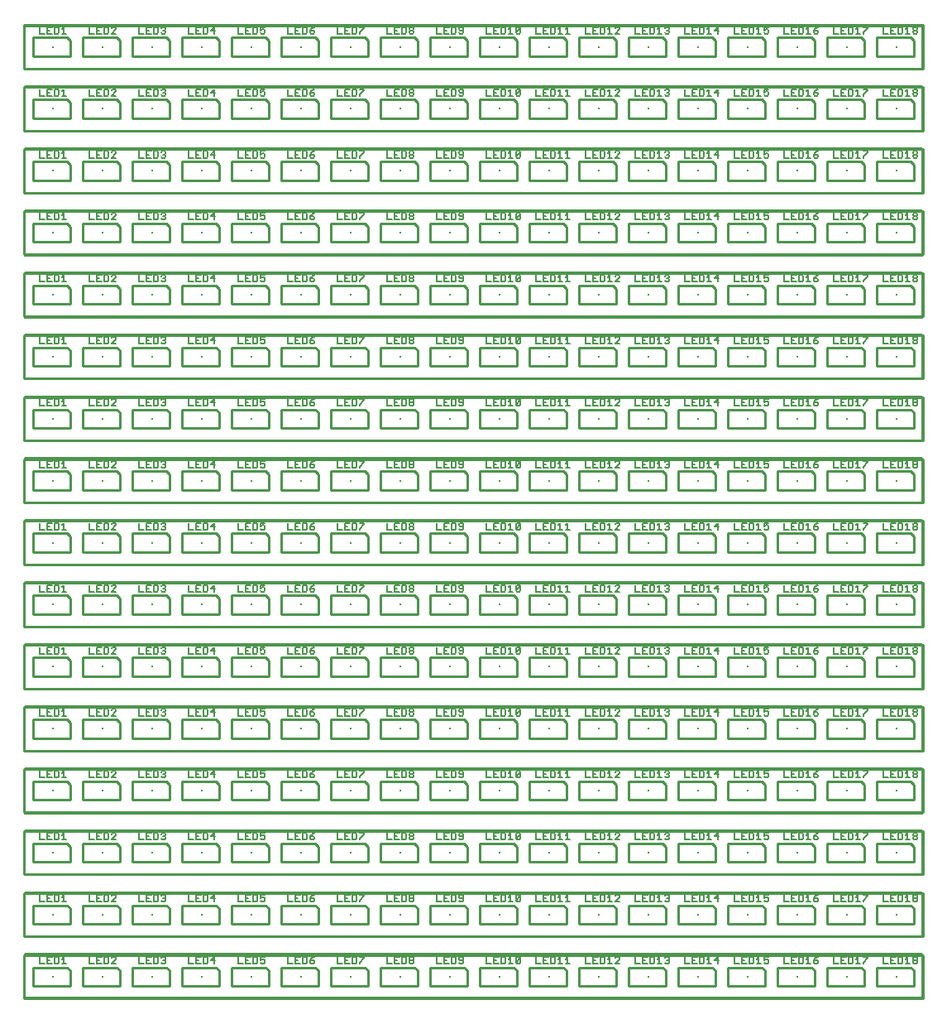
<source format=gto>
G75*
G70*
%OFA0B0*%
%FSLAX25Y25*%
%IPPOS*%
%LPD*%
%AMOC8*
5,1,8,0,0,1.08239X$1,22.5*
%
%ADD10C,0.00500*%
%ADD11C,0.01000*%
%ADD13R,0.00790X0.00790*%
%ADD22C,0.00800*%
X0010000Y0010000D02*
G75*
%LPD*%
D11*
X0010000Y0010000D02*
X0010000Y0027460D01*
X0372500Y0027460D01*
X0372500Y0010000D01*
X0010000Y0010000D01*
X0013750Y0015000D02*
X0013750Y0022500D01*
X0027500Y0022500D01*
X0028750Y0021250D01*
X0028750Y0015000D01*
X0013750Y0015000D01*
X0033750Y0015000D02*
X0033750Y0022500D01*
X0047500Y0022500D01*
X0048750Y0021250D01*
X0048750Y0015000D01*
X0033750Y0015000D01*
X0053750Y0015000D02*
X0053750Y0022500D01*
X0067500Y0022500D01*
X0068750Y0021250D01*
X0068750Y0015000D01*
X0053750Y0015000D01*
X0073750Y0015000D02*
X0073750Y0022500D01*
X0087500Y0022500D01*
X0088750Y0021250D01*
X0088750Y0015000D01*
X0073750Y0015000D01*
X0093750Y0015000D02*
X0093750Y0022500D01*
X0107500Y0022500D01*
X0108750Y0021250D01*
X0108750Y0015000D01*
X0093750Y0015000D01*
X0113750Y0015000D02*
X0113750Y0022500D01*
X0127500Y0022500D01*
X0128750Y0021250D01*
X0128750Y0015000D01*
X0113750Y0015000D01*
X0133750Y0015000D02*
X0133750Y0022500D01*
X0147500Y0022500D01*
X0148750Y0021250D01*
X0148750Y0015000D01*
X0133750Y0015000D01*
X0153750Y0015000D02*
X0153750Y0022500D01*
X0167500Y0022500D01*
X0168750Y0021250D01*
X0168750Y0015000D01*
X0153750Y0015000D01*
X0173750Y0015000D02*
X0173750Y0022500D01*
X0187500Y0022500D01*
X0188750Y0021250D01*
X0188750Y0015000D01*
X0173750Y0015000D01*
X0193750Y0015000D02*
X0193750Y0022500D01*
X0207500Y0022500D01*
X0208750Y0021250D01*
X0208750Y0015000D01*
X0193750Y0015000D01*
X0213750Y0015000D02*
X0213750Y0022500D01*
X0227500Y0022500D01*
X0228750Y0021250D01*
X0228750Y0015000D01*
X0213750Y0015000D01*
X0233750Y0015000D02*
X0233750Y0022500D01*
X0247500Y0022500D01*
X0248750Y0021250D01*
X0248750Y0015000D01*
X0233750Y0015000D01*
X0253750Y0015000D02*
X0253750Y0022500D01*
X0267500Y0022500D01*
X0268750Y0021250D01*
X0268750Y0015000D01*
X0253750Y0015000D01*
X0273750Y0015000D02*
X0273750Y0022500D01*
X0287500Y0022500D01*
X0288750Y0021250D01*
X0288750Y0015000D01*
X0273750Y0015000D01*
X0293750Y0015000D02*
X0293750Y0022500D01*
X0307500Y0022500D01*
X0308750Y0021250D01*
X0308750Y0015000D01*
X0293750Y0015000D01*
X0313750Y0015000D02*
X0313750Y0022500D01*
X0327500Y0022500D01*
X0328750Y0021250D01*
X0328750Y0015000D01*
X0313750Y0015000D01*
X0333750Y0015000D02*
X0333750Y0022500D01*
X0347500Y0022500D01*
X0348750Y0021250D01*
X0348750Y0015000D01*
X0333750Y0015000D01*
X0353750Y0015000D02*
X0353750Y0022500D01*
X0367500Y0022500D01*
X0368750Y0021250D01*
X0368750Y0015000D01*
X0353750Y0015000D01*
D13*
X0361640Y0018750D03*
X0341640Y0018750D03*
X0321640Y0018750D03*
X0301640Y0018750D03*
X0281640Y0018750D03*
X0261640Y0018750D03*
X0241640Y0018750D03*
X0221640Y0018750D03*
X0201640Y0018750D03*
X0181640Y0018750D03*
X0161640Y0018750D03*
X0141640Y0018750D03*
X0121640Y0018750D03*
X0101640Y0018750D03*
X0081640Y0018750D03*
X0061640Y0018750D03*
X0041640Y0018750D03*
X0021640Y0018750D03*
D10*
X0021250Y0024000D02*
X0019450Y0024000D01*
X0019450Y0026700D01*
X0021250Y0026700D01*
X0022390Y0026700D02*
X0023740Y0026700D01*
X0024190Y0026250D01*
X0024190Y0024450D01*
X0023740Y0024000D01*
X0022390Y0024000D01*
X0022390Y0026700D01*
X0025340Y0025800D02*
X0026240Y0026700D01*
X0026240Y0024000D01*
X0025340Y0024000D02*
X0027140Y0024000D01*
X0036500Y0024000D02*
X0038300Y0024000D01*
X0039450Y0024000D02*
X0041250Y0024000D01*
X0042390Y0024000D02*
X0043740Y0024000D01*
X0044190Y0024450D01*
X0044190Y0026250D01*
X0043740Y0026700D01*
X0042390Y0026700D01*
X0042390Y0024000D01*
X0039450Y0024000D02*
X0039450Y0026700D01*
X0041250Y0026700D01*
X0036500Y0026700D02*
X0036500Y0024000D01*
X0045340Y0024000D02*
X0047140Y0025800D01*
X0047140Y0026250D01*
X0046690Y0026700D01*
X0045790Y0026700D01*
X0045340Y0026250D01*
X0056500Y0026700D02*
X0056500Y0024000D01*
X0058300Y0024000D01*
X0059450Y0024000D02*
X0061250Y0024000D01*
X0062390Y0024000D02*
X0063740Y0024000D01*
X0064190Y0024450D01*
X0064190Y0026250D01*
X0063740Y0026700D01*
X0062390Y0026700D01*
X0062390Y0024000D01*
X0059450Y0024000D02*
X0059450Y0026700D01*
X0061250Y0026700D01*
X0065340Y0026250D02*
X0065790Y0026700D01*
X0066690Y0026700D01*
X0067140Y0026250D01*
X0067140Y0025800D01*
X0066690Y0025350D01*
X0067140Y0024900D01*
X0067140Y0024450D01*
X0066690Y0024000D01*
X0065790Y0024000D01*
X0065340Y0024450D01*
X0076500Y0024000D02*
X0078300Y0024000D01*
X0079450Y0024000D02*
X0081250Y0024000D01*
X0082390Y0024000D02*
X0083740Y0024000D01*
X0084190Y0024450D01*
X0084190Y0026250D01*
X0083740Y0026700D01*
X0082390Y0026700D01*
X0082390Y0024000D01*
X0079450Y0024000D02*
X0079450Y0026700D01*
X0081250Y0026700D01*
X0076500Y0026700D02*
X0076500Y0024000D01*
X0086690Y0024000D02*
X0086690Y0026700D01*
X0085340Y0025350D01*
X0087140Y0025350D01*
X0080350Y0025350D02*
X0079450Y0025350D01*
X0066690Y0025350D02*
X0066240Y0025350D01*
X0060350Y0025350D02*
X0059450Y0025350D01*
X0040350Y0025350D02*
X0039450Y0025350D01*
X0020350Y0025350D02*
X0019450Y0025350D01*
X0018300Y0024000D02*
X0016500Y0024000D01*
X0016500Y0026700D01*
X0045340Y0024000D02*
X0047140Y0024000D01*
X0096500Y0024000D02*
X0098300Y0024000D01*
X0099450Y0024000D02*
X0101250Y0024000D01*
X0102390Y0024000D02*
X0103740Y0024000D01*
X0104190Y0024450D01*
X0104190Y0026250D01*
X0103740Y0026700D01*
X0102390Y0026700D01*
X0102390Y0024000D01*
X0099450Y0024000D02*
X0099450Y0026700D01*
X0101250Y0026700D01*
X0105340Y0026700D02*
X0105340Y0025350D01*
X0106240Y0025800D01*
X0106690Y0025800D01*
X0107140Y0025350D01*
X0107140Y0024450D01*
X0106690Y0024000D01*
X0105790Y0024000D01*
X0105340Y0024450D01*
X0096500Y0024000D02*
X0096500Y0026700D01*
X0105340Y0026700D02*
X0107140Y0026700D01*
X0116500Y0026700D02*
X0116500Y0024000D01*
X0118300Y0024000D01*
X0119450Y0024000D02*
X0121250Y0024000D01*
X0122390Y0024000D02*
X0123740Y0024000D01*
X0124190Y0024450D01*
X0124190Y0026250D01*
X0123740Y0026700D01*
X0122390Y0026700D01*
X0122390Y0024000D01*
X0119450Y0024000D02*
X0119450Y0026700D01*
X0121250Y0026700D01*
X0125340Y0025350D02*
X0126240Y0026250D01*
X0127140Y0026700D01*
X0136500Y0026700D02*
X0136500Y0024000D01*
X0138300Y0024000D01*
X0139450Y0024000D02*
X0141250Y0024000D01*
X0142390Y0024000D02*
X0143740Y0024000D01*
X0144190Y0024450D01*
X0144190Y0026250D01*
X0143740Y0026700D01*
X0142390Y0026700D01*
X0142390Y0024000D01*
X0139450Y0024000D02*
X0139450Y0026700D01*
X0141250Y0026700D01*
X0145340Y0026700D02*
X0147140Y0026700D01*
X0147140Y0026250D01*
X0145340Y0024450D01*
X0145340Y0024000D01*
X0156500Y0024000D02*
X0158300Y0024000D01*
X0159450Y0024000D02*
X0161250Y0024000D01*
X0162390Y0024000D02*
X0163740Y0024000D01*
X0164190Y0024450D01*
X0164190Y0026250D01*
X0163740Y0026700D01*
X0162390Y0026700D01*
X0162390Y0024000D01*
X0159450Y0024000D02*
X0159450Y0026700D01*
X0161250Y0026700D01*
X0156500Y0026700D02*
X0156500Y0024000D01*
X0165340Y0024450D02*
X0165340Y0024900D01*
X0165790Y0025350D01*
X0166690Y0025350D01*
X0167140Y0024900D01*
X0167140Y0024450D01*
X0166690Y0024000D01*
X0165790Y0024000D01*
X0165340Y0024450D01*
X0176500Y0024000D02*
X0178300Y0024000D01*
X0179450Y0024000D02*
X0181250Y0024000D01*
X0182390Y0024000D02*
X0183740Y0024000D01*
X0184190Y0024450D01*
X0184190Y0026250D01*
X0183740Y0026700D01*
X0182390Y0026700D01*
X0182390Y0024000D01*
X0179450Y0024000D02*
X0179450Y0026700D01*
X0181250Y0026700D01*
X0185340Y0026250D02*
X0185790Y0026700D01*
X0186690Y0026700D01*
X0187140Y0026250D01*
X0187140Y0024450D01*
X0186690Y0024000D01*
X0185790Y0024000D01*
X0185340Y0024450D01*
X0176500Y0024000D02*
X0176500Y0026700D01*
X0167140Y0026250D02*
X0167140Y0025800D01*
X0166690Y0025350D01*
X0165790Y0025350D02*
X0165340Y0025800D01*
X0165340Y0026250D01*
X0165790Y0026700D01*
X0166690Y0026700D01*
X0167140Y0026250D01*
X0160350Y0025350D02*
X0159450Y0025350D01*
X0140350Y0025350D02*
X0139450Y0025350D01*
X0127140Y0024900D02*
X0126690Y0025350D01*
X0125340Y0025350D01*
X0125340Y0024450D01*
X0125790Y0024000D01*
X0126690Y0024000D01*
X0127140Y0024450D01*
X0127140Y0024900D01*
X0120350Y0025350D02*
X0119450Y0025350D01*
X0100350Y0025350D02*
X0099450Y0025350D01*
X0179450Y0025350D02*
X0180350Y0025350D01*
X0185340Y0025800D02*
X0185790Y0025350D01*
X0187140Y0025350D01*
X0185340Y0025800D02*
X0185340Y0026250D01*
X0196500Y0026700D02*
X0196500Y0024000D01*
X0198300Y0024000D01*
X0199450Y0024000D02*
X0201250Y0024000D01*
X0202390Y0024000D02*
X0203740Y0024000D01*
X0204190Y0024450D01*
X0204190Y0026250D01*
X0203740Y0026700D01*
X0202390Y0026700D01*
X0202390Y0024000D01*
X0199450Y0024000D02*
X0199450Y0026700D01*
X0201250Y0026700D01*
X0205340Y0025800D02*
X0206240Y0026700D01*
X0206240Y0024000D01*
X0205340Y0024000D02*
X0207140Y0024000D01*
X0208290Y0024450D02*
X0208740Y0024000D01*
X0209640Y0024000D01*
X0210090Y0024450D01*
X0210090Y0026250D01*
X0208290Y0024450D01*
X0208290Y0026250D01*
X0208740Y0026700D01*
X0209640Y0026700D01*
X0210090Y0026250D01*
X0216500Y0026700D02*
X0216500Y0024000D01*
X0218300Y0024000D01*
X0219450Y0024000D02*
X0221250Y0024000D01*
X0222390Y0024000D02*
X0223740Y0024000D01*
X0224190Y0024450D01*
X0224190Y0026250D01*
X0223740Y0026700D01*
X0222390Y0026700D01*
X0222390Y0024000D01*
X0219450Y0024000D02*
X0219450Y0026700D01*
X0221250Y0026700D01*
X0225340Y0025800D02*
X0226240Y0026700D01*
X0226240Y0024000D01*
X0225340Y0024000D02*
X0227140Y0024000D01*
X0228290Y0024000D02*
X0230090Y0024000D01*
X0229190Y0024000D02*
X0229190Y0026700D01*
X0228290Y0025800D01*
X0220350Y0025350D02*
X0219450Y0025350D01*
X0200350Y0025350D02*
X0199450Y0025350D01*
X0236500Y0024000D02*
X0238300Y0024000D01*
X0239450Y0024000D02*
X0241250Y0024000D01*
X0242390Y0024000D02*
X0243740Y0024000D01*
X0244190Y0024450D01*
X0244190Y0026250D01*
X0243740Y0026700D01*
X0242390Y0026700D01*
X0242390Y0024000D01*
X0239450Y0024000D02*
X0239450Y0026700D01*
X0241250Y0026700D01*
X0236500Y0026700D02*
X0236500Y0024000D01*
X0245340Y0024000D02*
X0247140Y0024000D01*
X0246240Y0024000D02*
X0246240Y0026700D01*
X0245340Y0025800D01*
X0248290Y0024000D02*
X0250090Y0025800D01*
X0250090Y0026250D01*
X0249640Y0026700D01*
X0248740Y0026700D01*
X0248290Y0026250D01*
X0256500Y0026700D02*
X0256500Y0024000D01*
X0258300Y0024000D01*
X0259450Y0024000D02*
X0261250Y0024000D01*
X0262390Y0024000D02*
X0263740Y0024000D01*
X0264190Y0024450D01*
X0264190Y0026250D01*
X0263740Y0026700D01*
X0262390Y0026700D01*
X0262390Y0024000D01*
X0259450Y0024000D02*
X0259450Y0026700D01*
X0261250Y0026700D01*
X0265340Y0025800D02*
X0266240Y0026700D01*
X0266240Y0024000D01*
X0265340Y0024000D02*
X0267140Y0024000D01*
X0268290Y0024450D02*
X0268740Y0024000D01*
X0269640Y0024000D01*
X0270090Y0024450D01*
X0270090Y0024900D01*
X0269640Y0025350D01*
X0269190Y0025350D01*
X0269640Y0025350D02*
X0270090Y0025800D01*
X0270090Y0026250D01*
X0269640Y0026700D01*
X0268740Y0026700D01*
X0268290Y0026250D01*
X0276500Y0026700D02*
X0276500Y0024000D01*
X0278300Y0024000D01*
X0279450Y0024000D02*
X0281250Y0024000D01*
X0282390Y0024000D02*
X0283740Y0024000D01*
X0284190Y0024450D01*
X0284190Y0026250D01*
X0283740Y0026700D01*
X0282390Y0026700D01*
X0282390Y0024000D01*
X0279450Y0024000D02*
X0279450Y0026700D01*
X0281250Y0026700D01*
X0285340Y0025800D02*
X0286240Y0026700D01*
X0286240Y0024000D01*
X0285340Y0024000D02*
X0287140Y0024000D01*
X0289640Y0024000D02*
X0289640Y0026700D01*
X0288290Y0025350D01*
X0290090Y0025350D01*
X0299450Y0025350D02*
X0300350Y0025350D01*
X0305340Y0025800D02*
X0306240Y0026700D01*
X0306240Y0024000D01*
X0305340Y0024000D02*
X0307140Y0024000D01*
X0308290Y0024450D02*
X0308740Y0024000D01*
X0309640Y0024000D01*
X0310090Y0024450D01*
X0310090Y0025350D01*
X0309640Y0025800D01*
X0309190Y0025800D01*
X0308290Y0025350D01*
X0308290Y0026700D01*
X0310090Y0026700D01*
X0304190Y0026250D02*
X0303740Y0026700D01*
X0302390Y0026700D01*
X0302390Y0024000D01*
X0303740Y0024000D01*
X0304190Y0024450D01*
X0304190Y0026250D01*
X0301250Y0026700D02*
X0299450Y0026700D01*
X0299450Y0024000D01*
X0301250Y0024000D01*
X0298300Y0024000D02*
X0296500Y0024000D01*
X0296500Y0026700D01*
X0316500Y0026700D02*
X0316500Y0024000D01*
X0318300Y0024000D01*
X0319450Y0024000D02*
X0321250Y0024000D01*
X0322390Y0024000D02*
X0323740Y0024000D01*
X0324190Y0024450D01*
X0324190Y0026250D01*
X0323740Y0026700D01*
X0322390Y0026700D01*
X0322390Y0024000D01*
X0319450Y0024000D02*
X0319450Y0026700D01*
X0321250Y0026700D01*
X0325340Y0025800D02*
X0326240Y0026700D01*
X0326240Y0024000D01*
X0325340Y0024000D02*
X0327140Y0024000D01*
X0328290Y0024450D02*
X0328740Y0024000D01*
X0329640Y0024000D01*
X0330090Y0024450D01*
X0330090Y0024900D01*
X0329640Y0025350D01*
X0328290Y0025350D01*
X0328290Y0024450D01*
X0336500Y0024000D02*
X0338300Y0024000D01*
X0339450Y0024000D02*
X0341250Y0024000D01*
X0342390Y0024000D02*
X0343740Y0024000D01*
X0344190Y0024450D01*
X0344190Y0026250D01*
X0343740Y0026700D01*
X0342390Y0026700D01*
X0342390Y0024000D01*
X0339450Y0024000D02*
X0339450Y0026700D01*
X0341250Y0026700D01*
X0345340Y0025800D02*
X0346240Y0026700D01*
X0346240Y0024000D01*
X0345340Y0024000D02*
X0347140Y0024000D01*
X0348290Y0024000D02*
X0348290Y0024450D01*
X0350090Y0026250D01*
X0350090Y0026700D01*
X0348290Y0026700D01*
X0356500Y0026700D02*
X0356500Y0024000D01*
X0358300Y0024000D01*
X0359450Y0024000D02*
X0361250Y0024000D01*
X0362390Y0024000D02*
X0363740Y0024000D01*
X0364190Y0024450D01*
X0364190Y0026250D01*
X0363740Y0026700D01*
X0362390Y0026700D01*
X0362390Y0024000D01*
X0359450Y0024000D02*
X0359450Y0026700D01*
X0361250Y0026700D01*
X0365340Y0025800D02*
X0366240Y0026700D01*
X0366240Y0024000D01*
X0365340Y0024000D02*
X0367140Y0024000D01*
X0368290Y0024450D02*
X0368740Y0024000D01*
X0369640Y0024000D01*
X0370090Y0024450D01*
X0370090Y0024900D01*
X0369640Y0025350D01*
X0368740Y0025350D01*
X0368290Y0025800D01*
X0368290Y0026250D01*
X0368740Y0026700D01*
X0369640Y0026700D01*
X0370090Y0026250D01*
X0370090Y0025800D01*
X0369640Y0025350D01*
X0368740Y0025350D02*
X0368290Y0024900D01*
X0368290Y0024450D01*
X0360350Y0025350D02*
X0359450Y0025350D01*
X0340350Y0025350D02*
X0339450Y0025350D01*
X0329190Y0026250D02*
X0328290Y0025350D01*
X0320350Y0025350D02*
X0319450Y0025350D01*
X0329190Y0026250D02*
X0330090Y0026700D01*
X0336500Y0026700D02*
X0336500Y0024000D01*
X0280350Y0025350D02*
X0279450Y0025350D01*
X0260350Y0025350D02*
X0259450Y0025350D01*
X0240350Y0025350D02*
X0239450Y0025350D01*
X0248290Y0024000D02*
X0250090Y0024000D01*
D22*
X0010400Y0010400D02*
X0010400Y0027860D01*
X0010400Y0027860D02*
X0372100Y0027860D01*
X0372100Y0010400D01*
X0372100Y0010400D02*
X0010400Y0010400D01*
X0010000Y0034960D02*
G75*
%LPD*%
D11*
X0010000Y0034960D02*
X0010000Y0052420D01*
X0372500Y0052420D01*
X0372500Y0034960D01*
X0010000Y0034960D01*
X0013750Y0039960D02*
X0013750Y0047460D01*
X0027500Y0047460D01*
X0028750Y0046210D01*
X0028750Y0039960D01*
X0013750Y0039960D01*
X0033750Y0039960D02*
X0033750Y0047460D01*
X0047500Y0047460D01*
X0048750Y0046210D01*
X0048750Y0039960D01*
X0033750Y0039960D01*
X0053750Y0039960D02*
X0053750Y0047460D01*
X0067500Y0047460D01*
X0068750Y0046210D01*
X0068750Y0039960D01*
X0053750Y0039960D01*
X0073750Y0039960D02*
X0073750Y0047460D01*
X0087500Y0047460D01*
X0088750Y0046210D01*
X0088750Y0039960D01*
X0073750Y0039960D01*
X0093750Y0039960D02*
X0093750Y0047460D01*
X0107500Y0047460D01*
X0108750Y0046210D01*
X0108750Y0039960D01*
X0093750Y0039960D01*
X0113750Y0039960D02*
X0113750Y0047460D01*
X0127500Y0047460D01*
X0128750Y0046210D01*
X0128750Y0039960D01*
X0113750Y0039960D01*
X0133750Y0039960D02*
X0133750Y0047460D01*
X0147500Y0047460D01*
X0148750Y0046210D01*
X0148750Y0039960D01*
X0133750Y0039960D01*
X0153750Y0039960D02*
X0153750Y0047460D01*
X0167500Y0047460D01*
X0168750Y0046210D01*
X0168750Y0039960D01*
X0153750Y0039960D01*
X0173750Y0039960D02*
X0173750Y0047460D01*
X0187500Y0047460D01*
X0188750Y0046210D01*
X0188750Y0039960D01*
X0173750Y0039960D01*
X0193750Y0039960D02*
X0193750Y0047460D01*
X0207500Y0047460D01*
X0208750Y0046210D01*
X0208750Y0039960D01*
X0193750Y0039960D01*
X0213750Y0039960D02*
X0213750Y0047460D01*
X0227500Y0047460D01*
X0228750Y0046210D01*
X0228750Y0039960D01*
X0213750Y0039960D01*
X0233750Y0039960D02*
X0233750Y0047460D01*
X0247500Y0047460D01*
X0248750Y0046210D01*
X0248750Y0039960D01*
X0233750Y0039960D01*
X0253750Y0039960D02*
X0253750Y0047460D01*
X0267500Y0047460D01*
X0268750Y0046210D01*
X0268750Y0039960D01*
X0253750Y0039960D01*
X0273750Y0039960D02*
X0273750Y0047460D01*
X0287500Y0047460D01*
X0288750Y0046210D01*
X0288750Y0039960D01*
X0273750Y0039960D01*
X0293750Y0039960D02*
X0293750Y0047460D01*
X0307500Y0047460D01*
X0308750Y0046210D01*
X0308750Y0039960D01*
X0293750Y0039960D01*
X0313750Y0039960D02*
X0313750Y0047460D01*
X0327500Y0047460D01*
X0328750Y0046210D01*
X0328750Y0039960D01*
X0313750Y0039960D01*
X0333750Y0039960D02*
X0333750Y0047460D01*
X0347500Y0047460D01*
X0348750Y0046210D01*
X0348750Y0039960D01*
X0333750Y0039960D01*
X0353750Y0039960D02*
X0353750Y0047460D01*
X0367500Y0047460D01*
X0368750Y0046210D01*
X0368750Y0039960D01*
X0353750Y0039960D01*
D13*
X0361640Y0043710D03*
X0341640Y0043710D03*
X0321640Y0043710D03*
X0301640Y0043710D03*
X0281640Y0043710D03*
X0261640Y0043710D03*
X0241640Y0043710D03*
X0221640Y0043710D03*
X0201640Y0043710D03*
X0181640Y0043710D03*
X0161640Y0043710D03*
X0141640Y0043710D03*
X0121640Y0043710D03*
X0101640Y0043710D03*
X0081640Y0043710D03*
X0061640Y0043710D03*
X0041640Y0043710D03*
X0021640Y0043710D03*
D10*
X0021250Y0048960D02*
X0019450Y0048960D01*
X0019450Y0051660D01*
X0021250Y0051660D01*
X0022390Y0051660D02*
X0023740Y0051660D01*
X0024190Y0051210D01*
X0024190Y0049410D01*
X0023740Y0048960D01*
X0022390Y0048960D01*
X0022390Y0051660D01*
X0025340Y0050760D02*
X0026240Y0051660D01*
X0026240Y0048960D01*
X0025340Y0048960D02*
X0027140Y0048960D01*
X0036500Y0048960D02*
X0038300Y0048960D01*
X0039450Y0048960D02*
X0041250Y0048960D01*
X0042390Y0048960D02*
X0043740Y0048960D01*
X0044190Y0049410D01*
X0044190Y0051210D01*
X0043740Y0051660D01*
X0042390Y0051660D01*
X0042390Y0048960D01*
X0039450Y0048960D02*
X0039450Y0051660D01*
X0041250Y0051660D01*
X0036500Y0051660D02*
X0036500Y0048960D01*
X0045340Y0048960D02*
X0047140Y0050760D01*
X0047140Y0051210D01*
X0046690Y0051660D01*
X0045790Y0051660D01*
X0045340Y0051210D01*
X0056500Y0051660D02*
X0056500Y0048960D01*
X0058300Y0048960D01*
X0059450Y0048960D02*
X0061250Y0048960D01*
X0062390Y0048960D02*
X0063740Y0048960D01*
X0064190Y0049410D01*
X0064190Y0051210D01*
X0063740Y0051660D01*
X0062390Y0051660D01*
X0062390Y0048960D01*
X0059450Y0048960D02*
X0059450Y0051660D01*
X0061250Y0051660D01*
X0065340Y0051210D02*
X0065790Y0051660D01*
X0066690Y0051660D01*
X0067140Y0051210D01*
X0067140Y0050760D01*
X0066690Y0050310D01*
X0067140Y0049860D01*
X0067140Y0049410D01*
X0066690Y0048960D01*
X0065790Y0048960D01*
X0065340Y0049410D01*
X0076500Y0048960D02*
X0078300Y0048960D01*
X0079450Y0048960D02*
X0081250Y0048960D01*
X0082390Y0048960D02*
X0083740Y0048960D01*
X0084190Y0049410D01*
X0084190Y0051210D01*
X0083740Y0051660D01*
X0082390Y0051660D01*
X0082390Y0048960D01*
X0079450Y0048960D02*
X0079450Y0051660D01*
X0081250Y0051660D01*
X0076500Y0051660D02*
X0076500Y0048960D01*
X0086690Y0048960D02*
X0086690Y0051660D01*
X0085340Y0050310D01*
X0087140Y0050310D01*
X0080350Y0050310D02*
X0079450Y0050310D01*
X0066690Y0050310D02*
X0066240Y0050310D01*
X0060350Y0050310D02*
X0059450Y0050310D01*
X0040350Y0050310D02*
X0039450Y0050310D01*
X0020350Y0050310D02*
X0019450Y0050310D01*
X0018300Y0048960D02*
X0016500Y0048960D01*
X0016500Y0051660D01*
X0045340Y0048960D02*
X0047140Y0048960D01*
X0096500Y0048960D02*
X0098300Y0048960D01*
X0099450Y0048960D02*
X0101250Y0048960D01*
X0102390Y0048960D02*
X0103740Y0048960D01*
X0104190Y0049410D01*
X0104190Y0051210D01*
X0103740Y0051660D01*
X0102390Y0051660D01*
X0102390Y0048960D01*
X0099450Y0048960D02*
X0099450Y0051660D01*
X0101250Y0051660D01*
X0105340Y0051660D02*
X0105340Y0050310D01*
X0106240Y0050760D01*
X0106690Y0050760D01*
X0107140Y0050310D01*
X0107140Y0049410D01*
X0106690Y0048960D01*
X0105790Y0048960D01*
X0105340Y0049410D01*
X0096500Y0048960D02*
X0096500Y0051660D01*
X0105340Y0051660D02*
X0107140Y0051660D01*
X0116500Y0051660D02*
X0116500Y0048960D01*
X0118300Y0048960D01*
X0119450Y0048960D02*
X0121250Y0048960D01*
X0122390Y0048960D02*
X0123740Y0048960D01*
X0124190Y0049410D01*
X0124190Y0051210D01*
X0123740Y0051660D01*
X0122390Y0051660D01*
X0122390Y0048960D01*
X0119450Y0048960D02*
X0119450Y0051660D01*
X0121250Y0051660D01*
X0125340Y0050310D02*
X0126240Y0051210D01*
X0127140Y0051660D01*
X0136500Y0051660D02*
X0136500Y0048960D01*
X0138300Y0048960D01*
X0139450Y0048960D02*
X0141250Y0048960D01*
X0142390Y0048960D02*
X0143740Y0048960D01*
X0144190Y0049410D01*
X0144190Y0051210D01*
X0143740Y0051660D01*
X0142390Y0051660D01*
X0142390Y0048960D01*
X0139450Y0048960D02*
X0139450Y0051660D01*
X0141250Y0051660D01*
X0145340Y0051660D02*
X0147140Y0051660D01*
X0147140Y0051210D01*
X0145340Y0049410D01*
X0145340Y0048960D01*
X0156500Y0048960D02*
X0158300Y0048960D01*
X0159450Y0048960D02*
X0161250Y0048960D01*
X0162390Y0048960D02*
X0163740Y0048960D01*
X0164190Y0049410D01*
X0164190Y0051210D01*
X0163740Y0051660D01*
X0162390Y0051660D01*
X0162390Y0048960D01*
X0159450Y0048960D02*
X0159450Y0051660D01*
X0161250Y0051660D01*
X0156500Y0051660D02*
X0156500Y0048960D01*
X0165340Y0049410D02*
X0165340Y0049860D01*
X0165790Y0050310D01*
X0166690Y0050310D01*
X0167140Y0049860D01*
X0167140Y0049410D01*
X0166690Y0048960D01*
X0165790Y0048960D01*
X0165340Y0049410D01*
X0176500Y0048960D02*
X0178300Y0048960D01*
X0179450Y0048960D02*
X0181250Y0048960D01*
X0182390Y0048960D02*
X0183740Y0048960D01*
X0184190Y0049410D01*
X0184190Y0051210D01*
X0183740Y0051660D01*
X0182390Y0051660D01*
X0182390Y0048960D01*
X0179450Y0048960D02*
X0179450Y0051660D01*
X0181250Y0051660D01*
X0185340Y0051210D02*
X0185790Y0051660D01*
X0186690Y0051660D01*
X0187140Y0051210D01*
X0187140Y0049410D01*
X0186690Y0048960D01*
X0185790Y0048960D01*
X0185340Y0049410D01*
X0176500Y0048960D02*
X0176500Y0051660D01*
X0167140Y0051210D02*
X0167140Y0050760D01*
X0166690Y0050310D01*
X0165790Y0050310D02*
X0165340Y0050760D01*
X0165340Y0051210D01*
X0165790Y0051660D01*
X0166690Y0051660D01*
X0167140Y0051210D01*
X0160350Y0050310D02*
X0159450Y0050310D01*
X0140350Y0050310D02*
X0139450Y0050310D01*
X0127140Y0049860D02*
X0126690Y0050310D01*
X0125340Y0050310D01*
X0125340Y0049410D01*
X0125790Y0048960D01*
X0126690Y0048960D01*
X0127140Y0049410D01*
X0127140Y0049860D01*
X0120350Y0050310D02*
X0119450Y0050310D01*
X0100350Y0050310D02*
X0099450Y0050310D01*
X0179450Y0050310D02*
X0180350Y0050310D01*
X0185340Y0050760D02*
X0185790Y0050310D01*
X0187140Y0050310D01*
X0185340Y0050760D02*
X0185340Y0051210D01*
X0196500Y0051660D02*
X0196500Y0048960D01*
X0198300Y0048960D01*
X0199450Y0048960D02*
X0201250Y0048960D01*
X0202390Y0048960D02*
X0203740Y0048960D01*
X0204190Y0049410D01*
X0204190Y0051210D01*
X0203740Y0051660D01*
X0202390Y0051660D01*
X0202390Y0048960D01*
X0199450Y0048960D02*
X0199450Y0051660D01*
X0201250Y0051660D01*
X0205340Y0050760D02*
X0206240Y0051660D01*
X0206240Y0048960D01*
X0205340Y0048960D02*
X0207140Y0048960D01*
X0208290Y0049410D02*
X0208740Y0048960D01*
X0209640Y0048960D01*
X0210090Y0049410D01*
X0210090Y0051210D01*
X0208290Y0049410D01*
X0208290Y0051210D01*
X0208740Y0051660D01*
X0209640Y0051660D01*
X0210090Y0051210D01*
X0216500Y0051660D02*
X0216500Y0048960D01*
X0218300Y0048960D01*
X0219450Y0048960D02*
X0221250Y0048960D01*
X0222390Y0048960D02*
X0223740Y0048960D01*
X0224190Y0049410D01*
X0224190Y0051210D01*
X0223740Y0051660D01*
X0222390Y0051660D01*
X0222390Y0048960D01*
X0219450Y0048960D02*
X0219450Y0051660D01*
X0221250Y0051660D01*
X0225340Y0050760D02*
X0226240Y0051660D01*
X0226240Y0048960D01*
X0225340Y0048960D02*
X0227140Y0048960D01*
X0228290Y0048960D02*
X0230090Y0048960D01*
X0229190Y0048960D02*
X0229190Y0051660D01*
X0228290Y0050760D01*
X0220350Y0050310D02*
X0219450Y0050310D01*
X0200350Y0050310D02*
X0199450Y0050310D01*
X0236500Y0048960D02*
X0238300Y0048960D01*
X0239450Y0048960D02*
X0241250Y0048960D01*
X0242390Y0048960D02*
X0243740Y0048960D01*
X0244190Y0049410D01*
X0244190Y0051210D01*
X0243740Y0051660D01*
X0242390Y0051660D01*
X0242390Y0048960D01*
X0239450Y0048960D02*
X0239450Y0051660D01*
X0241250Y0051660D01*
X0236500Y0051660D02*
X0236500Y0048960D01*
X0245340Y0048960D02*
X0247140Y0048960D01*
X0246240Y0048960D02*
X0246240Y0051660D01*
X0245340Y0050760D01*
X0248290Y0048960D02*
X0250090Y0050760D01*
X0250090Y0051210D01*
X0249640Y0051660D01*
X0248740Y0051660D01*
X0248290Y0051210D01*
X0256500Y0051660D02*
X0256500Y0048960D01*
X0258300Y0048960D01*
X0259450Y0048960D02*
X0261250Y0048960D01*
X0262390Y0048960D02*
X0263740Y0048960D01*
X0264190Y0049410D01*
X0264190Y0051210D01*
X0263740Y0051660D01*
X0262390Y0051660D01*
X0262390Y0048960D01*
X0259450Y0048960D02*
X0259450Y0051660D01*
X0261250Y0051660D01*
X0265340Y0050760D02*
X0266240Y0051660D01*
X0266240Y0048960D01*
X0265340Y0048960D02*
X0267140Y0048960D01*
X0268290Y0049410D02*
X0268740Y0048960D01*
X0269640Y0048960D01*
X0270090Y0049410D01*
X0270090Y0049860D01*
X0269640Y0050310D01*
X0269190Y0050310D01*
X0269640Y0050310D02*
X0270090Y0050760D01*
X0270090Y0051210D01*
X0269640Y0051660D01*
X0268740Y0051660D01*
X0268290Y0051210D01*
X0276500Y0051660D02*
X0276500Y0048960D01*
X0278300Y0048960D01*
X0279450Y0048960D02*
X0281250Y0048960D01*
X0282390Y0048960D02*
X0283740Y0048960D01*
X0284190Y0049410D01*
X0284190Y0051210D01*
X0283740Y0051660D01*
X0282390Y0051660D01*
X0282390Y0048960D01*
X0279450Y0048960D02*
X0279450Y0051660D01*
X0281250Y0051660D01*
X0285340Y0050760D02*
X0286240Y0051660D01*
X0286240Y0048960D01*
X0285340Y0048960D02*
X0287140Y0048960D01*
X0289640Y0048960D02*
X0289640Y0051660D01*
X0288290Y0050310D01*
X0290090Y0050310D01*
X0299450Y0050310D02*
X0300350Y0050310D01*
X0305340Y0050760D02*
X0306240Y0051660D01*
X0306240Y0048960D01*
X0305340Y0048960D02*
X0307140Y0048960D01*
X0308290Y0049410D02*
X0308740Y0048960D01*
X0309640Y0048960D01*
X0310090Y0049410D01*
X0310090Y0050310D01*
X0309640Y0050760D01*
X0309190Y0050760D01*
X0308290Y0050310D01*
X0308290Y0051660D01*
X0310090Y0051660D01*
X0304190Y0051210D02*
X0303740Y0051660D01*
X0302390Y0051660D01*
X0302390Y0048960D01*
X0303740Y0048960D01*
X0304190Y0049410D01*
X0304190Y0051210D01*
X0301250Y0051660D02*
X0299450Y0051660D01*
X0299450Y0048960D01*
X0301250Y0048960D01*
X0298300Y0048960D02*
X0296500Y0048960D01*
X0296500Y0051660D01*
X0316500Y0051660D02*
X0316500Y0048960D01*
X0318300Y0048960D01*
X0319450Y0048960D02*
X0321250Y0048960D01*
X0322390Y0048960D02*
X0323740Y0048960D01*
X0324190Y0049410D01*
X0324190Y0051210D01*
X0323740Y0051660D01*
X0322390Y0051660D01*
X0322390Y0048960D01*
X0319450Y0048960D02*
X0319450Y0051660D01*
X0321250Y0051660D01*
X0325340Y0050760D02*
X0326240Y0051660D01*
X0326240Y0048960D01*
X0325340Y0048960D02*
X0327140Y0048960D01*
X0328290Y0049410D02*
X0328740Y0048960D01*
X0329640Y0048960D01*
X0330090Y0049410D01*
X0330090Y0049860D01*
X0329640Y0050310D01*
X0328290Y0050310D01*
X0328290Y0049410D01*
X0336500Y0048960D02*
X0338300Y0048960D01*
X0339450Y0048960D02*
X0341250Y0048960D01*
X0342390Y0048960D02*
X0343740Y0048960D01*
X0344190Y0049410D01*
X0344190Y0051210D01*
X0343740Y0051660D01*
X0342390Y0051660D01*
X0342390Y0048960D01*
X0339450Y0048960D02*
X0339450Y0051660D01*
X0341250Y0051660D01*
X0345340Y0050760D02*
X0346240Y0051660D01*
X0346240Y0048960D01*
X0345340Y0048960D02*
X0347140Y0048960D01*
X0348290Y0048960D02*
X0348290Y0049410D01*
X0350090Y0051210D01*
X0350090Y0051660D01*
X0348290Y0051660D01*
X0356500Y0051660D02*
X0356500Y0048960D01*
X0358300Y0048960D01*
X0359450Y0048960D02*
X0361250Y0048960D01*
X0362390Y0048960D02*
X0363740Y0048960D01*
X0364190Y0049410D01*
X0364190Y0051210D01*
X0363740Y0051660D01*
X0362390Y0051660D01*
X0362390Y0048960D01*
X0359450Y0048960D02*
X0359450Y0051660D01*
X0361250Y0051660D01*
X0365340Y0050760D02*
X0366240Y0051660D01*
X0366240Y0048960D01*
X0365340Y0048960D02*
X0367140Y0048960D01*
X0368290Y0049410D02*
X0368740Y0048960D01*
X0369640Y0048960D01*
X0370090Y0049410D01*
X0370090Y0049860D01*
X0369640Y0050310D01*
X0368740Y0050310D01*
X0368290Y0050760D01*
X0368290Y0051210D01*
X0368740Y0051660D01*
X0369640Y0051660D01*
X0370090Y0051210D01*
X0370090Y0050760D01*
X0369640Y0050310D01*
X0368740Y0050310D02*
X0368290Y0049860D01*
X0368290Y0049410D01*
X0360350Y0050310D02*
X0359450Y0050310D01*
X0340350Y0050310D02*
X0339450Y0050310D01*
X0329190Y0051210D02*
X0328290Y0050310D01*
X0320350Y0050310D02*
X0319450Y0050310D01*
X0329190Y0051210D02*
X0330090Y0051660D01*
X0336500Y0051660D02*
X0336500Y0048960D01*
X0280350Y0050310D02*
X0279450Y0050310D01*
X0260350Y0050310D02*
X0259450Y0050310D01*
X0240350Y0050310D02*
X0239450Y0050310D01*
X0248290Y0048960D02*
X0250090Y0048960D01*
D22*
X0010400Y0034560D02*
X0010400Y0052820D01*
X0010400Y0052820D02*
X0372100Y0052820D01*
X0372100Y0034560D01*
X0372100Y0034560D02*
X0010400Y0034560D01*
X0010000Y0059920D02*
G75*
%LPD*%
D11*
X0010000Y0059920D02*
X0010000Y0077380D01*
X0372500Y0077380D01*
X0372500Y0059920D01*
X0010000Y0059920D01*
X0013750Y0064920D02*
X0013750Y0072420D01*
X0027500Y0072420D01*
X0028750Y0071170D01*
X0028750Y0064920D01*
X0013750Y0064920D01*
X0033750Y0064920D02*
X0033750Y0072420D01*
X0047500Y0072420D01*
X0048750Y0071170D01*
X0048750Y0064920D01*
X0033750Y0064920D01*
X0053750Y0064920D02*
X0053750Y0072420D01*
X0067500Y0072420D01*
X0068750Y0071170D01*
X0068750Y0064920D01*
X0053750Y0064920D01*
X0073750Y0064920D02*
X0073750Y0072420D01*
X0087500Y0072420D01*
X0088750Y0071170D01*
X0088750Y0064920D01*
X0073750Y0064920D01*
X0093750Y0064920D02*
X0093750Y0072420D01*
X0107500Y0072420D01*
X0108750Y0071170D01*
X0108750Y0064920D01*
X0093750Y0064920D01*
X0113750Y0064920D02*
X0113750Y0072420D01*
X0127500Y0072420D01*
X0128750Y0071170D01*
X0128750Y0064920D01*
X0113750Y0064920D01*
X0133750Y0064920D02*
X0133750Y0072420D01*
X0147500Y0072420D01*
X0148750Y0071170D01*
X0148750Y0064920D01*
X0133750Y0064920D01*
X0153750Y0064920D02*
X0153750Y0072420D01*
X0167500Y0072420D01*
X0168750Y0071170D01*
X0168750Y0064920D01*
X0153750Y0064920D01*
X0173750Y0064920D02*
X0173750Y0072420D01*
X0187500Y0072420D01*
X0188750Y0071170D01*
X0188750Y0064920D01*
X0173750Y0064920D01*
X0193750Y0064920D02*
X0193750Y0072420D01*
X0207500Y0072420D01*
X0208750Y0071170D01*
X0208750Y0064920D01*
X0193750Y0064920D01*
X0213750Y0064920D02*
X0213750Y0072420D01*
X0227500Y0072420D01*
X0228750Y0071170D01*
X0228750Y0064920D01*
X0213750Y0064920D01*
X0233750Y0064920D02*
X0233750Y0072420D01*
X0247500Y0072420D01*
X0248750Y0071170D01*
X0248750Y0064920D01*
X0233750Y0064920D01*
X0253750Y0064920D02*
X0253750Y0072420D01*
X0267500Y0072420D01*
X0268750Y0071170D01*
X0268750Y0064920D01*
X0253750Y0064920D01*
X0273750Y0064920D02*
X0273750Y0072420D01*
X0287500Y0072420D01*
X0288750Y0071170D01*
X0288750Y0064920D01*
X0273750Y0064920D01*
X0293750Y0064920D02*
X0293750Y0072420D01*
X0307500Y0072420D01*
X0308750Y0071170D01*
X0308750Y0064920D01*
X0293750Y0064920D01*
X0313750Y0064920D02*
X0313750Y0072420D01*
X0327500Y0072420D01*
X0328750Y0071170D01*
X0328750Y0064920D01*
X0313750Y0064920D01*
X0333750Y0064920D02*
X0333750Y0072420D01*
X0347500Y0072420D01*
X0348750Y0071170D01*
X0348750Y0064920D01*
X0333750Y0064920D01*
X0353750Y0064920D02*
X0353750Y0072420D01*
X0367500Y0072420D01*
X0368750Y0071170D01*
X0368750Y0064920D01*
X0353750Y0064920D01*
D13*
X0361640Y0068670D03*
X0341640Y0068670D03*
X0321640Y0068670D03*
X0301640Y0068670D03*
X0281640Y0068670D03*
X0261640Y0068670D03*
X0241640Y0068670D03*
X0221640Y0068670D03*
X0201640Y0068670D03*
X0181640Y0068670D03*
X0161640Y0068670D03*
X0141640Y0068670D03*
X0121640Y0068670D03*
X0101640Y0068670D03*
X0081640Y0068670D03*
X0061640Y0068670D03*
X0041640Y0068670D03*
X0021640Y0068670D03*
D10*
X0021250Y0073920D02*
X0019450Y0073920D01*
X0019450Y0076620D01*
X0021250Y0076620D01*
X0022390Y0076620D02*
X0023740Y0076620D01*
X0024190Y0076170D01*
X0024190Y0074370D01*
X0023740Y0073920D01*
X0022390Y0073920D01*
X0022390Y0076620D01*
X0025340Y0075720D02*
X0026240Y0076620D01*
X0026240Y0073920D01*
X0025340Y0073920D02*
X0027140Y0073920D01*
X0036500Y0073920D02*
X0038300Y0073920D01*
X0039450Y0073920D02*
X0041250Y0073920D01*
X0042390Y0073920D02*
X0043740Y0073920D01*
X0044190Y0074370D01*
X0044190Y0076170D01*
X0043740Y0076620D01*
X0042390Y0076620D01*
X0042390Y0073920D01*
X0039450Y0073920D02*
X0039450Y0076620D01*
X0041250Y0076620D01*
X0036500Y0076620D02*
X0036500Y0073920D01*
X0045340Y0073920D02*
X0047140Y0075720D01*
X0047140Y0076170D01*
X0046690Y0076620D01*
X0045790Y0076620D01*
X0045340Y0076170D01*
X0056500Y0076620D02*
X0056500Y0073920D01*
X0058300Y0073920D01*
X0059450Y0073920D02*
X0061250Y0073920D01*
X0062390Y0073920D02*
X0063740Y0073920D01*
X0064190Y0074370D01*
X0064190Y0076170D01*
X0063740Y0076620D01*
X0062390Y0076620D01*
X0062390Y0073920D01*
X0059450Y0073920D02*
X0059450Y0076620D01*
X0061250Y0076620D01*
X0065340Y0076170D02*
X0065790Y0076620D01*
X0066690Y0076620D01*
X0067140Y0076170D01*
X0067140Y0075720D01*
X0066690Y0075270D01*
X0067140Y0074820D01*
X0067140Y0074370D01*
X0066690Y0073920D01*
X0065790Y0073920D01*
X0065340Y0074370D01*
X0076500Y0073920D02*
X0078300Y0073920D01*
X0079450Y0073920D02*
X0081250Y0073920D01*
X0082390Y0073920D02*
X0083740Y0073920D01*
X0084190Y0074370D01*
X0084190Y0076170D01*
X0083740Y0076620D01*
X0082390Y0076620D01*
X0082390Y0073920D01*
X0079450Y0073920D02*
X0079450Y0076620D01*
X0081250Y0076620D01*
X0076500Y0076620D02*
X0076500Y0073920D01*
X0086690Y0073920D02*
X0086690Y0076620D01*
X0085340Y0075270D01*
X0087140Y0075270D01*
X0080350Y0075270D02*
X0079450Y0075270D01*
X0066690Y0075270D02*
X0066240Y0075270D01*
X0060350Y0075270D02*
X0059450Y0075270D01*
X0040350Y0075270D02*
X0039450Y0075270D01*
X0020350Y0075270D02*
X0019450Y0075270D01*
X0018300Y0073920D02*
X0016500Y0073920D01*
X0016500Y0076620D01*
X0045340Y0073920D02*
X0047140Y0073920D01*
X0096500Y0073920D02*
X0098300Y0073920D01*
X0099450Y0073920D02*
X0101250Y0073920D01*
X0102390Y0073920D02*
X0103740Y0073920D01*
X0104190Y0074370D01*
X0104190Y0076170D01*
X0103740Y0076620D01*
X0102390Y0076620D01*
X0102390Y0073920D01*
X0099450Y0073920D02*
X0099450Y0076620D01*
X0101250Y0076620D01*
X0105340Y0076620D02*
X0105340Y0075270D01*
X0106240Y0075720D01*
X0106690Y0075720D01*
X0107140Y0075270D01*
X0107140Y0074370D01*
X0106690Y0073920D01*
X0105790Y0073920D01*
X0105340Y0074370D01*
X0096500Y0073920D02*
X0096500Y0076620D01*
X0105340Y0076620D02*
X0107140Y0076620D01*
X0116500Y0076620D02*
X0116500Y0073920D01*
X0118300Y0073920D01*
X0119450Y0073920D02*
X0121250Y0073920D01*
X0122390Y0073920D02*
X0123740Y0073920D01*
X0124190Y0074370D01*
X0124190Y0076170D01*
X0123740Y0076620D01*
X0122390Y0076620D01*
X0122390Y0073920D01*
X0119450Y0073920D02*
X0119450Y0076620D01*
X0121250Y0076620D01*
X0125340Y0075270D02*
X0126240Y0076170D01*
X0127140Y0076620D01*
X0136500Y0076620D02*
X0136500Y0073920D01*
X0138300Y0073920D01*
X0139450Y0073920D02*
X0141250Y0073920D01*
X0142390Y0073920D02*
X0143740Y0073920D01*
X0144190Y0074370D01*
X0144190Y0076170D01*
X0143740Y0076620D01*
X0142390Y0076620D01*
X0142390Y0073920D01*
X0139450Y0073920D02*
X0139450Y0076620D01*
X0141250Y0076620D01*
X0145340Y0076620D02*
X0147140Y0076620D01*
X0147140Y0076170D01*
X0145340Y0074370D01*
X0145340Y0073920D01*
X0156500Y0073920D02*
X0158300Y0073920D01*
X0159450Y0073920D02*
X0161250Y0073920D01*
X0162390Y0073920D02*
X0163740Y0073920D01*
X0164190Y0074370D01*
X0164190Y0076170D01*
X0163740Y0076620D01*
X0162390Y0076620D01*
X0162390Y0073920D01*
X0159450Y0073920D02*
X0159450Y0076620D01*
X0161250Y0076620D01*
X0156500Y0076620D02*
X0156500Y0073920D01*
X0165340Y0074370D02*
X0165340Y0074820D01*
X0165790Y0075270D01*
X0166690Y0075270D01*
X0167140Y0074820D01*
X0167140Y0074370D01*
X0166690Y0073920D01*
X0165790Y0073920D01*
X0165340Y0074370D01*
X0176500Y0073920D02*
X0178300Y0073920D01*
X0179450Y0073920D02*
X0181250Y0073920D01*
X0182390Y0073920D02*
X0183740Y0073920D01*
X0184190Y0074370D01*
X0184190Y0076170D01*
X0183740Y0076620D01*
X0182390Y0076620D01*
X0182390Y0073920D01*
X0179450Y0073920D02*
X0179450Y0076620D01*
X0181250Y0076620D01*
X0185340Y0076170D02*
X0185790Y0076620D01*
X0186690Y0076620D01*
X0187140Y0076170D01*
X0187140Y0074370D01*
X0186690Y0073920D01*
X0185790Y0073920D01*
X0185340Y0074370D01*
X0176500Y0073920D02*
X0176500Y0076620D01*
X0167140Y0076170D02*
X0167140Y0075720D01*
X0166690Y0075270D01*
X0165790Y0075270D02*
X0165340Y0075720D01*
X0165340Y0076170D01*
X0165790Y0076620D01*
X0166690Y0076620D01*
X0167140Y0076170D01*
X0160350Y0075270D02*
X0159450Y0075270D01*
X0140350Y0075270D02*
X0139450Y0075270D01*
X0127140Y0074820D02*
X0126690Y0075270D01*
X0125340Y0075270D01*
X0125340Y0074370D01*
X0125790Y0073920D01*
X0126690Y0073920D01*
X0127140Y0074370D01*
X0127140Y0074820D01*
X0120350Y0075270D02*
X0119450Y0075270D01*
X0100350Y0075270D02*
X0099450Y0075270D01*
X0179450Y0075270D02*
X0180350Y0075270D01*
X0185340Y0075720D02*
X0185790Y0075270D01*
X0187140Y0075270D01*
X0185340Y0075720D02*
X0185340Y0076170D01*
X0196500Y0076620D02*
X0196500Y0073920D01*
X0198300Y0073920D01*
X0199450Y0073920D02*
X0201250Y0073920D01*
X0202390Y0073920D02*
X0203740Y0073920D01*
X0204190Y0074370D01*
X0204190Y0076170D01*
X0203740Y0076620D01*
X0202390Y0076620D01*
X0202390Y0073920D01*
X0199450Y0073920D02*
X0199450Y0076620D01*
X0201250Y0076620D01*
X0205340Y0075720D02*
X0206240Y0076620D01*
X0206240Y0073920D01*
X0205340Y0073920D02*
X0207140Y0073920D01*
X0208290Y0074370D02*
X0208740Y0073920D01*
X0209640Y0073920D01*
X0210090Y0074370D01*
X0210090Y0076170D01*
X0208290Y0074370D01*
X0208290Y0076170D01*
X0208740Y0076620D01*
X0209640Y0076620D01*
X0210090Y0076170D01*
X0216500Y0076620D02*
X0216500Y0073920D01*
X0218300Y0073920D01*
X0219450Y0073920D02*
X0221250Y0073920D01*
X0222390Y0073920D02*
X0223740Y0073920D01*
X0224190Y0074370D01*
X0224190Y0076170D01*
X0223740Y0076620D01*
X0222390Y0076620D01*
X0222390Y0073920D01*
X0219450Y0073920D02*
X0219450Y0076620D01*
X0221250Y0076620D01*
X0225340Y0075720D02*
X0226240Y0076620D01*
X0226240Y0073920D01*
X0225340Y0073920D02*
X0227140Y0073920D01*
X0228290Y0073920D02*
X0230090Y0073920D01*
X0229190Y0073920D02*
X0229190Y0076620D01*
X0228290Y0075720D01*
X0220350Y0075270D02*
X0219450Y0075270D01*
X0200350Y0075270D02*
X0199450Y0075270D01*
X0236500Y0073920D02*
X0238300Y0073920D01*
X0239450Y0073920D02*
X0241250Y0073920D01*
X0242390Y0073920D02*
X0243740Y0073920D01*
X0244190Y0074370D01*
X0244190Y0076170D01*
X0243740Y0076620D01*
X0242390Y0076620D01*
X0242390Y0073920D01*
X0239450Y0073920D02*
X0239450Y0076620D01*
X0241250Y0076620D01*
X0236500Y0076620D02*
X0236500Y0073920D01*
X0245340Y0073920D02*
X0247140Y0073920D01*
X0246240Y0073920D02*
X0246240Y0076620D01*
X0245340Y0075720D01*
X0248290Y0073920D02*
X0250090Y0075720D01*
X0250090Y0076170D01*
X0249640Y0076620D01*
X0248740Y0076620D01*
X0248290Y0076170D01*
X0256500Y0076620D02*
X0256500Y0073920D01*
X0258300Y0073920D01*
X0259450Y0073920D02*
X0261250Y0073920D01*
X0262390Y0073920D02*
X0263740Y0073920D01*
X0264190Y0074370D01*
X0264190Y0076170D01*
X0263740Y0076620D01*
X0262390Y0076620D01*
X0262390Y0073920D01*
X0259450Y0073920D02*
X0259450Y0076620D01*
X0261250Y0076620D01*
X0265340Y0075720D02*
X0266240Y0076620D01*
X0266240Y0073920D01*
X0265340Y0073920D02*
X0267140Y0073920D01*
X0268290Y0074370D02*
X0268740Y0073920D01*
X0269640Y0073920D01*
X0270090Y0074370D01*
X0270090Y0074820D01*
X0269640Y0075270D01*
X0269190Y0075270D01*
X0269640Y0075270D02*
X0270090Y0075720D01*
X0270090Y0076170D01*
X0269640Y0076620D01*
X0268740Y0076620D01*
X0268290Y0076170D01*
X0276500Y0076620D02*
X0276500Y0073920D01*
X0278300Y0073920D01*
X0279450Y0073920D02*
X0281250Y0073920D01*
X0282390Y0073920D02*
X0283740Y0073920D01*
X0284190Y0074370D01*
X0284190Y0076170D01*
X0283740Y0076620D01*
X0282390Y0076620D01*
X0282390Y0073920D01*
X0279450Y0073920D02*
X0279450Y0076620D01*
X0281250Y0076620D01*
X0285340Y0075720D02*
X0286240Y0076620D01*
X0286240Y0073920D01*
X0285340Y0073920D02*
X0287140Y0073920D01*
X0289640Y0073920D02*
X0289640Y0076620D01*
X0288290Y0075270D01*
X0290090Y0075270D01*
X0299450Y0075270D02*
X0300350Y0075270D01*
X0305340Y0075720D02*
X0306240Y0076620D01*
X0306240Y0073920D01*
X0305340Y0073920D02*
X0307140Y0073920D01*
X0308290Y0074370D02*
X0308740Y0073920D01*
X0309640Y0073920D01*
X0310090Y0074370D01*
X0310090Y0075270D01*
X0309640Y0075720D01*
X0309190Y0075720D01*
X0308290Y0075270D01*
X0308290Y0076620D01*
X0310090Y0076620D01*
X0304190Y0076170D02*
X0303740Y0076620D01*
X0302390Y0076620D01*
X0302390Y0073920D01*
X0303740Y0073920D01*
X0304190Y0074370D01*
X0304190Y0076170D01*
X0301250Y0076620D02*
X0299450Y0076620D01*
X0299450Y0073920D01*
X0301250Y0073920D01*
X0298300Y0073920D02*
X0296500Y0073920D01*
X0296500Y0076620D01*
X0316500Y0076620D02*
X0316500Y0073920D01*
X0318300Y0073920D01*
X0319450Y0073920D02*
X0321250Y0073920D01*
X0322390Y0073920D02*
X0323740Y0073920D01*
X0324190Y0074370D01*
X0324190Y0076170D01*
X0323740Y0076620D01*
X0322390Y0076620D01*
X0322390Y0073920D01*
X0319450Y0073920D02*
X0319450Y0076620D01*
X0321250Y0076620D01*
X0325340Y0075720D02*
X0326240Y0076620D01*
X0326240Y0073920D01*
X0325340Y0073920D02*
X0327140Y0073920D01*
X0328290Y0074370D02*
X0328740Y0073920D01*
X0329640Y0073920D01*
X0330090Y0074370D01*
X0330090Y0074820D01*
X0329640Y0075270D01*
X0328290Y0075270D01*
X0328290Y0074370D01*
X0336500Y0073920D02*
X0338300Y0073920D01*
X0339450Y0073920D02*
X0341250Y0073920D01*
X0342390Y0073920D02*
X0343740Y0073920D01*
X0344190Y0074370D01*
X0344190Y0076170D01*
X0343740Y0076620D01*
X0342390Y0076620D01*
X0342390Y0073920D01*
X0339450Y0073920D02*
X0339450Y0076620D01*
X0341250Y0076620D01*
X0345340Y0075720D02*
X0346240Y0076620D01*
X0346240Y0073920D01*
X0345340Y0073920D02*
X0347140Y0073920D01*
X0348290Y0073920D02*
X0348290Y0074370D01*
X0350090Y0076170D01*
X0350090Y0076620D01*
X0348290Y0076620D01*
X0356500Y0076620D02*
X0356500Y0073920D01*
X0358300Y0073920D01*
X0359450Y0073920D02*
X0361250Y0073920D01*
X0362390Y0073920D02*
X0363740Y0073920D01*
X0364190Y0074370D01*
X0364190Y0076170D01*
X0363740Y0076620D01*
X0362390Y0076620D01*
X0362390Y0073920D01*
X0359450Y0073920D02*
X0359450Y0076620D01*
X0361250Y0076620D01*
X0365340Y0075720D02*
X0366240Y0076620D01*
X0366240Y0073920D01*
X0365340Y0073920D02*
X0367140Y0073920D01*
X0368290Y0074370D02*
X0368740Y0073920D01*
X0369640Y0073920D01*
X0370090Y0074370D01*
X0370090Y0074820D01*
X0369640Y0075270D01*
X0368740Y0075270D01*
X0368290Y0075720D01*
X0368290Y0076170D01*
X0368740Y0076620D01*
X0369640Y0076620D01*
X0370090Y0076170D01*
X0370090Y0075720D01*
X0369640Y0075270D01*
X0368740Y0075270D02*
X0368290Y0074820D01*
X0368290Y0074370D01*
X0360350Y0075270D02*
X0359450Y0075270D01*
X0340350Y0075270D02*
X0339450Y0075270D01*
X0329190Y0076170D02*
X0328290Y0075270D01*
X0320350Y0075270D02*
X0319450Y0075270D01*
X0329190Y0076170D02*
X0330090Y0076620D01*
X0336500Y0076620D02*
X0336500Y0073920D01*
X0280350Y0075270D02*
X0279450Y0075270D01*
X0260350Y0075270D02*
X0259450Y0075270D01*
X0240350Y0075270D02*
X0239450Y0075270D01*
X0248290Y0073920D02*
X0250090Y0073920D01*
D22*
X0010400Y0059520D02*
X0010400Y0077780D01*
X0010400Y0077780D02*
X0372100Y0077780D01*
X0372100Y0059520D01*
X0372100Y0059520D02*
X0010400Y0059520D01*
X0010000Y0084880D02*
G75*
%LPD*%
D11*
X0010000Y0084880D02*
X0010000Y0102340D01*
X0372500Y0102340D01*
X0372500Y0084880D01*
X0010000Y0084880D01*
X0013750Y0089880D02*
X0013750Y0097380D01*
X0027500Y0097380D01*
X0028750Y0096130D01*
X0028750Y0089880D01*
X0013750Y0089880D01*
X0033750Y0089880D02*
X0033750Y0097380D01*
X0047500Y0097380D01*
X0048750Y0096130D01*
X0048750Y0089880D01*
X0033750Y0089880D01*
X0053750Y0089880D02*
X0053750Y0097380D01*
X0067500Y0097380D01*
X0068750Y0096130D01*
X0068750Y0089880D01*
X0053750Y0089880D01*
X0073750Y0089880D02*
X0073750Y0097380D01*
X0087500Y0097380D01*
X0088750Y0096130D01*
X0088750Y0089880D01*
X0073750Y0089880D01*
X0093750Y0089880D02*
X0093750Y0097380D01*
X0107500Y0097380D01*
X0108750Y0096130D01*
X0108750Y0089880D01*
X0093750Y0089880D01*
X0113750Y0089880D02*
X0113750Y0097380D01*
X0127500Y0097380D01*
X0128750Y0096130D01*
X0128750Y0089880D01*
X0113750Y0089880D01*
X0133750Y0089880D02*
X0133750Y0097380D01*
X0147500Y0097380D01*
X0148750Y0096130D01*
X0148750Y0089880D01*
X0133750Y0089880D01*
X0153750Y0089880D02*
X0153750Y0097380D01*
X0167500Y0097380D01*
X0168750Y0096130D01*
X0168750Y0089880D01*
X0153750Y0089880D01*
X0173750Y0089880D02*
X0173750Y0097380D01*
X0187500Y0097380D01*
X0188750Y0096130D01*
X0188750Y0089880D01*
X0173750Y0089880D01*
X0193750Y0089880D02*
X0193750Y0097380D01*
X0207500Y0097380D01*
X0208750Y0096130D01*
X0208750Y0089880D01*
X0193750Y0089880D01*
X0213750Y0089880D02*
X0213750Y0097380D01*
X0227500Y0097380D01*
X0228750Y0096130D01*
X0228750Y0089880D01*
X0213750Y0089880D01*
X0233750Y0089880D02*
X0233750Y0097380D01*
X0247500Y0097380D01*
X0248750Y0096130D01*
X0248750Y0089880D01*
X0233750Y0089880D01*
X0253750Y0089880D02*
X0253750Y0097380D01*
X0267500Y0097380D01*
X0268750Y0096130D01*
X0268750Y0089880D01*
X0253750Y0089880D01*
X0273750Y0089880D02*
X0273750Y0097380D01*
X0287500Y0097380D01*
X0288750Y0096130D01*
X0288750Y0089880D01*
X0273750Y0089880D01*
X0293750Y0089880D02*
X0293750Y0097380D01*
X0307500Y0097380D01*
X0308750Y0096130D01*
X0308750Y0089880D01*
X0293750Y0089880D01*
X0313750Y0089880D02*
X0313750Y0097380D01*
X0327500Y0097380D01*
X0328750Y0096130D01*
X0328750Y0089880D01*
X0313750Y0089880D01*
X0333750Y0089880D02*
X0333750Y0097380D01*
X0347500Y0097380D01*
X0348750Y0096130D01*
X0348750Y0089880D01*
X0333750Y0089880D01*
X0353750Y0089880D02*
X0353750Y0097380D01*
X0367500Y0097380D01*
X0368750Y0096130D01*
X0368750Y0089880D01*
X0353750Y0089880D01*
D13*
X0361640Y0093630D03*
X0341640Y0093630D03*
X0321640Y0093630D03*
X0301640Y0093630D03*
X0281640Y0093630D03*
X0261640Y0093630D03*
X0241640Y0093630D03*
X0221640Y0093630D03*
X0201640Y0093630D03*
X0181640Y0093630D03*
X0161640Y0093630D03*
X0141640Y0093630D03*
X0121640Y0093630D03*
X0101640Y0093630D03*
X0081640Y0093630D03*
X0061640Y0093630D03*
X0041640Y0093630D03*
X0021640Y0093630D03*
D10*
X0021250Y0098880D02*
X0019450Y0098880D01*
X0019450Y0101580D01*
X0021250Y0101580D01*
X0022390Y0101580D02*
X0023740Y0101580D01*
X0024190Y0101130D01*
X0024190Y0099330D01*
X0023740Y0098880D01*
X0022390Y0098880D01*
X0022390Y0101580D01*
X0025340Y0100680D02*
X0026240Y0101580D01*
X0026240Y0098880D01*
X0025340Y0098880D02*
X0027140Y0098880D01*
X0036500Y0098880D02*
X0038300Y0098880D01*
X0039450Y0098880D02*
X0041250Y0098880D01*
X0042390Y0098880D02*
X0043740Y0098880D01*
X0044190Y0099330D01*
X0044190Y0101130D01*
X0043740Y0101580D01*
X0042390Y0101580D01*
X0042390Y0098880D01*
X0039450Y0098880D02*
X0039450Y0101580D01*
X0041250Y0101580D01*
X0036500Y0101580D02*
X0036500Y0098880D01*
X0045340Y0098880D02*
X0047140Y0100680D01*
X0047140Y0101130D01*
X0046690Y0101580D01*
X0045790Y0101580D01*
X0045340Y0101130D01*
X0056500Y0101580D02*
X0056500Y0098880D01*
X0058300Y0098880D01*
X0059450Y0098880D02*
X0061250Y0098880D01*
X0062390Y0098880D02*
X0063740Y0098880D01*
X0064190Y0099330D01*
X0064190Y0101130D01*
X0063740Y0101580D01*
X0062390Y0101580D01*
X0062390Y0098880D01*
X0059450Y0098880D02*
X0059450Y0101580D01*
X0061250Y0101580D01*
X0065340Y0101130D02*
X0065790Y0101580D01*
X0066690Y0101580D01*
X0067140Y0101130D01*
X0067140Y0100680D01*
X0066690Y0100230D01*
X0067140Y0099780D01*
X0067140Y0099330D01*
X0066690Y0098880D01*
X0065790Y0098880D01*
X0065340Y0099330D01*
X0076500Y0098880D02*
X0078300Y0098880D01*
X0079450Y0098880D02*
X0081250Y0098880D01*
X0082390Y0098880D02*
X0083740Y0098880D01*
X0084190Y0099330D01*
X0084190Y0101130D01*
X0083740Y0101580D01*
X0082390Y0101580D01*
X0082390Y0098880D01*
X0079450Y0098880D02*
X0079450Y0101580D01*
X0081250Y0101580D01*
X0076500Y0101580D02*
X0076500Y0098880D01*
X0086690Y0098880D02*
X0086690Y0101580D01*
X0085340Y0100230D01*
X0087140Y0100230D01*
X0080350Y0100230D02*
X0079450Y0100230D01*
X0066690Y0100230D02*
X0066240Y0100230D01*
X0060350Y0100230D02*
X0059450Y0100230D01*
X0040350Y0100230D02*
X0039450Y0100230D01*
X0020350Y0100230D02*
X0019450Y0100230D01*
X0018300Y0098880D02*
X0016500Y0098880D01*
X0016500Y0101580D01*
X0045340Y0098880D02*
X0047140Y0098880D01*
X0096500Y0098880D02*
X0098300Y0098880D01*
X0099450Y0098880D02*
X0101250Y0098880D01*
X0102390Y0098880D02*
X0103740Y0098880D01*
X0104190Y0099330D01*
X0104190Y0101130D01*
X0103740Y0101580D01*
X0102390Y0101580D01*
X0102390Y0098880D01*
X0099450Y0098880D02*
X0099450Y0101580D01*
X0101250Y0101580D01*
X0105340Y0101580D02*
X0105340Y0100230D01*
X0106240Y0100680D01*
X0106690Y0100680D01*
X0107140Y0100230D01*
X0107140Y0099330D01*
X0106690Y0098880D01*
X0105790Y0098880D01*
X0105340Y0099330D01*
X0096500Y0098880D02*
X0096500Y0101580D01*
X0105340Y0101580D02*
X0107140Y0101580D01*
X0116500Y0101580D02*
X0116500Y0098880D01*
X0118300Y0098880D01*
X0119450Y0098880D02*
X0121250Y0098880D01*
X0122390Y0098880D02*
X0123740Y0098880D01*
X0124190Y0099330D01*
X0124190Y0101130D01*
X0123740Y0101580D01*
X0122390Y0101580D01*
X0122390Y0098880D01*
X0119450Y0098880D02*
X0119450Y0101580D01*
X0121250Y0101580D01*
X0125340Y0100230D02*
X0126240Y0101130D01*
X0127140Y0101580D01*
X0136500Y0101580D02*
X0136500Y0098880D01*
X0138300Y0098880D01*
X0139450Y0098880D02*
X0141250Y0098880D01*
X0142390Y0098880D02*
X0143740Y0098880D01*
X0144190Y0099330D01*
X0144190Y0101130D01*
X0143740Y0101580D01*
X0142390Y0101580D01*
X0142390Y0098880D01*
X0139450Y0098880D02*
X0139450Y0101580D01*
X0141250Y0101580D01*
X0145340Y0101580D02*
X0147140Y0101580D01*
X0147140Y0101130D01*
X0145340Y0099330D01*
X0145340Y0098880D01*
X0156500Y0098880D02*
X0158300Y0098880D01*
X0159450Y0098880D02*
X0161250Y0098880D01*
X0162390Y0098880D02*
X0163740Y0098880D01*
X0164190Y0099330D01*
X0164190Y0101130D01*
X0163740Y0101580D01*
X0162390Y0101580D01*
X0162390Y0098880D01*
X0159450Y0098880D02*
X0159450Y0101580D01*
X0161250Y0101580D01*
X0156500Y0101580D02*
X0156500Y0098880D01*
X0165340Y0099330D02*
X0165340Y0099780D01*
X0165790Y0100230D01*
X0166690Y0100230D01*
X0167140Y0099780D01*
X0167140Y0099330D01*
X0166690Y0098880D01*
X0165790Y0098880D01*
X0165340Y0099330D01*
X0176500Y0098880D02*
X0178300Y0098880D01*
X0179450Y0098880D02*
X0181250Y0098880D01*
X0182390Y0098880D02*
X0183740Y0098880D01*
X0184190Y0099330D01*
X0184190Y0101130D01*
X0183740Y0101580D01*
X0182390Y0101580D01*
X0182390Y0098880D01*
X0179450Y0098880D02*
X0179450Y0101580D01*
X0181250Y0101580D01*
X0185340Y0101130D02*
X0185790Y0101580D01*
X0186690Y0101580D01*
X0187140Y0101130D01*
X0187140Y0099330D01*
X0186690Y0098880D01*
X0185790Y0098880D01*
X0185340Y0099330D01*
X0176500Y0098880D02*
X0176500Y0101580D01*
X0167140Y0101130D02*
X0167140Y0100680D01*
X0166690Y0100230D01*
X0165790Y0100230D02*
X0165340Y0100680D01*
X0165340Y0101130D01*
X0165790Y0101580D01*
X0166690Y0101580D01*
X0167140Y0101130D01*
X0160350Y0100230D02*
X0159450Y0100230D01*
X0140350Y0100230D02*
X0139450Y0100230D01*
X0127140Y0099780D02*
X0126690Y0100230D01*
X0125340Y0100230D01*
X0125340Y0099330D01*
X0125790Y0098880D01*
X0126690Y0098880D01*
X0127140Y0099330D01*
X0127140Y0099780D01*
X0120350Y0100230D02*
X0119450Y0100230D01*
X0100350Y0100230D02*
X0099450Y0100230D01*
X0179450Y0100230D02*
X0180350Y0100230D01*
X0185340Y0100680D02*
X0185790Y0100230D01*
X0187140Y0100230D01*
X0185340Y0100680D02*
X0185340Y0101130D01*
X0196500Y0101580D02*
X0196500Y0098880D01*
X0198300Y0098880D01*
X0199450Y0098880D02*
X0201250Y0098880D01*
X0202390Y0098880D02*
X0203740Y0098880D01*
X0204190Y0099330D01*
X0204190Y0101130D01*
X0203740Y0101580D01*
X0202390Y0101580D01*
X0202390Y0098880D01*
X0199450Y0098880D02*
X0199450Y0101580D01*
X0201250Y0101580D01*
X0205340Y0100680D02*
X0206240Y0101580D01*
X0206240Y0098880D01*
X0205340Y0098880D02*
X0207140Y0098880D01*
X0208290Y0099330D02*
X0208740Y0098880D01*
X0209640Y0098880D01*
X0210090Y0099330D01*
X0210090Y0101130D01*
X0208290Y0099330D01*
X0208290Y0101130D01*
X0208740Y0101580D01*
X0209640Y0101580D01*
X0210090Y0101130D01*
X0216500Y0101580D02*
X0216500Y0098880D01*
X0218300Y0098880D01*
X0219450Y0098880D02*
X0221250Y0098880D01*
X0222390Y0098880D02*
X0223740Y0098880D01*
X0224190Y0099330D01*
X0224190Y0101130D01*
X0223740Y0101580D01*
X0222390Y0101580D01*
X0222390Y0098880D01*
X0219450Y0098880D02*
X0219450Y0101580D01*
X0221250Y0101580D01*
X0225340Y0100680D02*
X0226240Y0101580D01*
X0226240Y0098880D01*
X0225340Y0098880D02*
X0227140Y0098880D01*
X0228290Y0098880D02*
X0230090Y0098880D01*
X0229190Y0098880D02*
X0229190Y0101580D01*
X0228290Y0100680D01*
X0220350Y0100230D02*
X0219450Y0100230D01*
X0200350Y0100230D02*
X0199450Y0100230D01*
X0236500Y0098880D02*
X0238300Y0098880D01*
X0239450Y0098880D02*
X0241250Y0098880D01*
X0242390Y0098880D02*
X0243740Y0098880D01*
X0244190Y0099330D01*
X0244190Y0101130D01*
X0243740Y0101580D01*
X0242390Y0101580D01*
X0242390Y0098880D01*
X0239450Y0098880D02*
X0239450Y0101580D01*
X0241250Y0101580D01*
X0236500Y0101580D02*
X0236500Y0098880D01*
X0245340Y0098880D02*
X0247140Y0098880D01*
X0246240Y0098880D02*
X0246240Y0101580D01*
X0245340Y0100680D01*
X0248290Y0098880D02*
X0250090Y0100680D01*
X0250090Y0101130D01*
X0249640Y0101580D01*
X0248740Y0101580D01*
X0248290Y0101130D01*
X0256500Y0101580D02*
X0256500Y0098880D01*
X0258300Y0098880D01*
X0259450Y0098880D02*
X0261250Y0098880D01*
X0262390Y0098880D02*
X0263740Y0098880D01*
X0264190Y0099330D01*
X0264190Y0101130D01*
X0263740Y0101580D01*
X0262390Y0101580D01*
X0262390Y0098880D01*
X0259450Y0098880D02*
X0259450Y0101580D01*
X0261250Y0101580D01*
X0265340Y0100680D02*
X0266240Y0101580D01*
X0266240Y0098880D01*
X0265340Y0098880D02*
X0267140Y0098880D01*
X0268290Y0099330D02*
X0268740Y0098880D01*
X0269640Y0098880D01*
X0270090Y0099330D01*
X0270090Y0099780D01*
X0269640Y0100230D01*
X0269190Y0100230D01*
X0269640Y0100230D02*
X0270090Y0100680D01*
X0270090Y0101130D01*
X0269640Y0101580D01*
X0268740Y0101580D01*
X0268290Y0101130D01*
X0276500Y0101580D02*
X0276500Y0098880D01*
X0278300Y0098880D01*
X0279450Y0098880D02*
X0281250Y0098880D01*
X0282390Y0098880D02*
X0283740Y0098880D01*
X0284190Y0099330D01*
X0284190Y0101130D01*
X0283740Y0101580D01*
X0282390Y0101580D01*
X0282390Y0098880D01*
X0279450Y0098880D02*
X0279450Y0101580D01*
X0281250Y0101580D01*
X0285340Y0100680D02*
X0286240Y0101580D01*
X0286240Y0098880D01*
X0285340Y0098880D02*
X0287140Y0098880D01*
X0289640Y0098880D02*
X0289640Y0101580D01*
X0288290Y0100230D01*
X0290090Y0100230D01*
X0299450Y0100230D02*
X0300350Y0100230D01*
X0305340Y0100680D02*
X0306240Y0101580D01*
X0306240Y0098880D01*
X0305340Y0098880D02*
X0307140Y0098880D01*
X0308290Y0099330D02*
X0308740Y0098880D01*
X0309640Y0098880D01*
X0310090Y0099330D01*
X0310090Y0100230D01*
X0309640Y0100680D01*
X0309190Y0100680D01*
X0308290Y0100230D01*
X0308290Y0101580D01*
X0310090Y0101580D01*
X0304190Y0101130D02*
X0303740Y0101580D01*
X0302390Y0101580D01*
X0302390Y0098880D01*
X0303740Y0098880D01*
X0304190Y0099330D01*
X0304190Y0101130D01*
X0301250Y0101580D02*
X0299450Y0101580D01*
X0299450Y0098880D01*
X0301250Y0098880D01*
X0298300Y0098880D02*
X0296500Y0098880D01*
X0296500Y0101580D01*
X0316500Y0101580D02*
X0316500Y0098880D01*
X0318300Y0098880D01*
X0319450Y0098880D02*
X0321250Y0098880D01*
X0322390Y0098880D02*
X0323740Y0098880D01*
X0324190Y0099330D01*
X0324190Y0101130D01*
X0323740Y0101580D01*
X0322390Y0101580D01*
X0322390Y0098880D01*
X0319450Y0098880D02*
X0319450Y0101580D01*
X0321250Y0101580D01*
X0325340Y0100680D02*
X0326240Y0101580D01*
X0326240Y0098880D01*
X0325340Y0098880D02*
X0327140Y0098880D01*
X0328290Y0099330D02*
X0328740Y0098880D01*
X0329640Y0098880D01*
X0330090Y0099330D01*
X0330090Y0099780D01*
X0329640Y0100230D01*
X0328290Y0100230D01*
X0328290Y0099330D01*
X0336500Y0098880D02*
X0338300Y0098880D01*
X0339450Y0098880D02*
X0341250Y0098880D01*
X0342390Y0098880D02*
X0343740Y0098880D01*
X0344190Y0099330D01*
X0344190Y0101130D01*
X0343740Y0101580D01*
X0342390Y0101580D01*
X0342390Y0098880D01*
X0339450Y0098880D02*
X0339450Y0101580D01*
X0341250Y0101580D01*
X0345340Y0100680D02*
X0346240Y0101580D01*
X0346240Y0098880D01*
X0345340Y0098880D02*
X0347140Y0098880D01*
X0348290Y0098880D02*
X0348290Y0099330D01*
X0350090Y0101130D01*
X0350090Y0101580D01*
X0348290Y0101580D01*
X0356500Y0101580D02*
X0356500Y0098880D01*
X0358300Y0098880D01*
X0359450Y0098880D02*
X0361250Y0098880D01*
X0362390Y0098880D02*
X0363740Y0098880D01*
X0364190Y0099330D01*
X0364190Y0101130D01*
X0363740Y0101580D01*
X0362390Y0101580D01*
X0362390Y0098880D01*
X0359450Y0098880D02*
X0359450Y0101580D01*
X0361250Y0101580D01*
X0365340Y0100680D02*
X0366240Y0101580D01*
X0366240Y0098880D01*
X0365340Y0098880D02*
X0367140Y0098880D01*
X0368290Y0099330D02*
X0368740Y0098880D01*
X0369640Y0098880D01*
X0370090Y0099330D01*
X0370090Y0099780D01*
X0369640Y0100230D01*
X0368740Y0100230D01*
X0368290Y0100680D01*
X0368290Y0101130D01*
X0368740Y0101580D01*
X0369640Y0101580D01*
X0370090Y0101130D01*
X0370090Y0100680D01*
X0369640Y0100230D01*
X0368740Y0100230D02*
X0368290Y0099780D01*
X0368290Y0099330D01*
X0360350Y0100230D02*
X0359450Y0100230D01*
X0340350Y0100230D02*
X0339450Y0100230D01*
X0329190Y0101130D02*
X0328290Y0100230D01*
X0320350Y0100230D02*
X0319450Y0100230D01*
X0329190Y0101130D02*
X0330090Y0101580D01*
X0336500Y0101580D02*
X0336500Y0098880D01*
X0280350Y0100230D02*
X0279450Y0100230D01*
X0260350Y0100230D02*
X0259450Y0100230D01*
X0240350Y0100230D02*
X0239450Y0100230D01*
X0248290Y0098880D02*
X0250090Y0098880D01*
D22*
X0010400Y0084480D02*
X0010400Y0102740D01*
X0010400Y0102740D02*
X0372100Y0102740D01*
X0372100Y0084480D01*
X0372100Y0084480D02*
X0010400Y0084480D01*
X0010000Y0109840D02*
G75*
%LPD*%
D11*
X0010000Y0109840D02*
X0010000Y0127300D01*
X0372500Y0127300D01*
X0372500Y0109840D01*
X0010000Y0109840D01*
X0013750Y0114840D02*
X0013750Y0122340D01*
X0027500Y0122340D01*
X0028750Y0121090D01*
X0028750Y0114840D01*
X0013750Y0114840D01*
X0033750Y0114840D02*
X0033750Y0122340D01*
X0047500Y0122340D01*
X0048750Y0121090D01*
X0048750Y0114840D01*
X0033750Y0114840D01*
X0053750Y0114840D02*
X0053750Y0122340D01*
X0067500Y0122340D01*
X0068750Y0121090D01*
X0068750Y0114840D01*
X0053750Y0114840D01*
X0073750Y0114840D02*
X0073750Y0122340D01*
X0087500Y0122340D01*
X0088750Y0121090D01*
X0088750Y0114840D01*
X0073750Y0114840D01*
X0093750Y0114840D02*
X0093750Y0122340D01*
X0107500Y0122340D01*
X0108750Y0121090D01*
X0108750Y0114840D01*
X0093750Y0114840D01*
X0113750Y0114840D02*
X0113750Y0122340D01*
X0127500Y0122340D01*
X0128750Y0121090D01*
X0128750Y0114840D01*
X0113750Y0114840D01*
X0133750Y0114840D02*
X0133750Y0122340D01*
X0147500Y0122340D01*
X0148750Y0121090D01*
X0148750Y0114840D01*
X0133750Y0114840D01*
X0153750Y0114840D02*
X0153750Y0122340D01*
X0167500Y0122340D01*
X0168750Y0121090D01*
X0168750Y0114840D01*
X0153750Y0114840D01*
X0173750Y0114840D02*
X0173750Y0122340D01*
X0187500Y0122340D01*
X0188750Y0121090D01*
X0188750Y0114840D01*
X0173750Y0114840D01*
X0193750Y0114840D02*
X0193750Y0122340D01*
X0207500Y0122340D01*
X0208750Y0121090D01*
X0208750Y0114840D01*
X0193750Y0114840D01*
X0213750Y0114840D02*
X0213750Y0122340D01*
X0227500Y0122340D01*
X0228750Y0121090D01*
X0228750Y0114840D01*
X0213750Y0114840D01*
X0233750Y0114840D02*
X0233750Y0122340D01*
X0247500Y0122340D01*
X0248750Y0121090D01*
X0248750Y0114840D01*
X0233750Y0114840D01*
X0253750Y0114840D02*
X0253750Y0122340D01*
X0267500Y0122340D01*
X0268750Y0121090D01*
X0268750Y0114840D01*
X0253750Y0114840D01*
X0273750Y0114840D02*
X0273750Y0122340D01*
X0287500Y0122340D01*
X0288750Y0121090D01*
X0288750Y0114840D01*
X0273750Y0114840D01*
X0293750Y0114840D02*
X0293750Y0122340D01*
X0307500Y0122340D01*
X0308750Y0121090D01*
X0308750Y0114840D01*
X0293750Y0114840D01*
X0313750Y0114840D02*
X0313750Y0122340D01*
X0327500Y0122340D01*
X0328750Y0121090D01*
X0328750Y0114840D01*
X0313750Y0114840D01*
X0333750Y0114840D02*
X0333750Y0122340D01*
X0347500Y0122340D01*
X0348750Y0121090D01*
X0348750Y0114840D01*
X0333750Y0114840D01*
X0353750Y0114840D02*
X0353750Y0122340D01*
X0367500Y0122340D01*
X0368750Y0121090D01*
X0368750Y0114840D01*
X0353750Y0114840D01*
D13*
X0361640Y0118590D03*
X0341640Y0118590D03*
X0321640Y0118590D03*
X0301640Y0118590D03*
X0281640Y0118590D03*
X0261640Y0118590D03*
X0241640Y0118590D03*
X0221640Y0118590D03*
X0201640Y0118590D03*
X0181640Y0118590D03*
X0161640Y0118590D03*
X0141640Y0118590D03*
X0121640Y0118590D03*
X0101640Y0118590D03*
X0081640Y0118590D03*
X0061640Y0118590D03*
X0041640Y0118590D03*
X0021640Y0118590D03*
D10*
X0021250Y0123840D02*
X0019450Y0123840D01*
X0019450Y0126540D01*
X0021250Y0126540D01*
X0022390Y0126540D02*
X0023740Y0126540D01*
X0024190Y0126090D01*
X0024190Y0124290D01*
X0023740Y0123840D01*
X0022390Y0123840D01*
X0022390Y0126540D01*
X0025340Y0125640D02*
X0026240Y0126540D01*
X0026240Y0123840D01*
X0025340Y0123840D02*
X0027140Y0123840D01*
X0036500Y0123840D02*
X0038300Y0123840D01*
X0039450Y0123840D02*
X0041250Y0123840D01*
X0042390Y0123840D02*
X0043740Y0123840D01*
X0044190Y0124290D01*
X0044190Y0126090D01*
X0043740Y0126540D01*
X0042390Y0126540D01*
X0042390Y0123840D01*
X0039450Y0123840D02*
X0039450Y0126540D01*
X0041250Y0126540D01*
X0036500Y0126540D02*
X0036500Y0123840D01*
X0045340Y0123840D02*
X0047140Y0125640D01*
X0047140Y0126090D01*
X0046690Y0126540D01*
X0045790Y0126540D01*
X0045340Y0126090D01*
X0056500Y0126540D02*
X0056500Y0123840D01*
X0058300Y0123840D01*
X0059450Y0123840D02*
X0061250Y0123840D01*
X0062390Y0123840D02*
X0063740Y0123840D01*
X0064190Y0124290D01*
X0064190Y0126090D01*
X0063740Y0126540D01*
X0062390Y0126540D01*
X0062390Y0123840D01*
X0059450Y0123840D02*
X0059450Y0126540D01*
X0061250Y0126540D01*
X0065340Y0126090D02*
X0065790Y0126540D01*
X0066690Y0126540D01*
X0067140Y0126090D01*
X0067140Y0125640D01*
X0066690Y0125190D01*
X0067140Y0124740D01*
X0067140Y0124290D01*
X0066690Y0123840D01*
X0065790Y0123840D01*
X0065340Y0124290D01*
X0076500Y0123840D02*
X0078300Y0123840D01*
X0079450Y0123840D02*
X0081250Y0123840D01*
X0082390Y0123840D02*
X0083740Y0123840D01*
X0084190Y0124290D01*
X0084190Y0126090D01*
X0083740Y0126540D01*
X0082390Y0126540D01*
X0082390Y0123840D01*
X0079450Y0123840D02*
X0079450Y0126540D01*
X0081250Y0126540D01*
X0076500Y0126540D02*
X0076500Y0123840D01*
X0086690Y0123840D02*
X0086690Y0126540D01*
X0085340Y0125190D01*
X0087140Y0125190D01*
X0080350Y0125190D02*
X0079450Y0125190D01*
X0066690Y0125190D02*
X0066240Y0125190D01*
X0060350Y0125190D02*
X0059450Y0125190D01*
X0040350Y0125190D02*
X0039450Y0125190D01*
X0020350Y0125190D02*
X0019450Y0125190D01*
X0018300Y0123840D02*
X0016500Y0123840D01*
X0016500Y0126540D01*
X0045340Y0123840D02*
X0047140Y0123840D01*
X0096500Y0123840D02*
X0098300Y0123840D01*
X0099450Y0123840D02*
X0101250Y0123840D01*
X0102390Y0123840D02*
X0103740Y0123840D01*
X0104190Y0124290D01*
X0104190Y0126090D01*
X0103740Y0126540D01*
X0102390Y0126540D01*
X0102390Y0123840D01*
X0099450Y0123840D02*
X0099450Y0126540D01*
X0101250Y0126540D01*
X0105340Y0126540D02*
X0105340Y0125190D01*
X0106240Y0125640D01*
X0106690Y0125640D01*
X0107140Y0125190D01*
X0107140Y0124290D01*
X0106690Y0123840D01*
X0105790Y0123840D01*
X0105340Y0124290D01*
X0096500Y0123840D02*
X0096500Y0126540D01*
X0105340Y0126540D02*
X0107140Y0126540D01*
X0116500Y0126540D02*
X0116500Y0123840D01*
X0118300Y0123840D01*
X0119450Y0123840D02*
X0121250Y0123840D01*
X0122390Y0123840D02*
X0123740Y0123840D01*
X0124190Y0124290D01*
X0124190Y0126090D01*
X0123740Y0126540D01*
X0122390Y0126540D01*
X0122390Y0123840D01*
X0119450Y0123840D02*
X0119450Y0126540D01*
X0121250Y0126540D01*
X0125340Y0125190D02*
X0126240Y0126090D01*
X0127140Y0126540D01*
X0136500Y0126540D02*
X0136500Y0123840D01*
X0138300Y0123840D01*
X0139450Y0123840D02*
X0141250Y0123840D01*
X0142390Y0123840D02*
X0143740Y0123840D01*
X0144190Y0124290D01*
X0144190Y0126090D01*
X0143740Y0126540D01*
X0142390Y0126540D01*
X0142390Y0123840D01*
X0139450Y0123840D02*
X0139450Y0126540D01*
X0141250Y0126540D01*
X0145340Y0126540D02*
X0147140Y0126540D01*
X0147140Y0126090D01*
X0145340Y0124290D01*
X0145340Y0123840D01*
X0156500Y0123840D02*
X0158300Y0123840D01*
X0159450Y0123840D02*
X0161250Y0123840D01*
X0162390Y0123840D02*
X0163740Y0123840D01*
X0164190Y0124290D01*
X0164190Y0126090D01*
X0163740Y0126540D01*
X0162390Y0126540D01*
X0162390Y0123840D01*
X0159450Y0123840D02*
X0159450Y0126540D01*
X0161250Y0126540D01*
X0156500Y0126540D02*
X0156500Y0123840D01*
X0165340Y0124290D02*
X0165340Y0124740D01*
X0165790Y0125190D01*
X0166690Y0125190D01*
X0167140Y0124740D01*
X0167140Y0124290D01*
X0166690Y0123840D01*
X0165790Y0123840D01*
X0165340Y0124290D01*
X0176500Y0123840D02*
X0178300Y0123840D01*
X0179450Y0123840D02*
X0181250Y0123840D01*
X0182390Y0123840D02*
X0183740Y0123840D01*
X0184190Y0124290D01*
X0184190Y0126090D01*
X0183740Y0126540D01*
X0182390Y0126540D01*
X0182390Y0123840D01*
X0179450Y0123840D02*
X0179450Y0126540D01*
X0181250Y0126540D01*
X0185340Y0126090D02*
X0185790Y0126540D01*
X0186690Y0126540D01*
X0187140Y0126090D01*
X0187140Y0124290D01*
X0186690Y0123840D01*
X0185790Y0123840D01*
X0185340Y0124290D01*
X0176500Y0123840D02*
X0176500Y0126540D01*
X0167140Y0126090D02*
X0167140Y0125640D01*
X0166690Y0125190D01*
X0165790Y0125190D02*
X0165340Y0125640D01*
X0165340Y0126090D01*
X0165790Y0126540D01*
X0166690Y0126540D01*
X0167140Y0126090D01*
X0160350Y0125190D02*
X0159450Y0125190D01*
X0140350Y0125190D02*
X0139450Y0125190D01*
X0127140Y0124740D02*
X0126690Y0125190D01*
X0125340Y0125190D01*
X0125340Y0124290D01*
X0125790Y0123840D01*
X0126690Y0123840D01*
X0127140Y0124290D01*
X0127140Y0124740D01*
X0120350Y0125190D02*
X0119450Y0125190D01*
X0100350Y0125190D02*
X0099450Y0125190D01*
X0179450Y0125190D02*
X0180350Y0125190D01*
X0185340Y0125640D02*
X0185790Y0125190D01*
X0187140Y0125190D01*
X0185340Y0125640D02*
X0185340Y0126090D01*
X0196500Y0126540D02*
X0196500Y0123840D01*
X0198300Y0123840D01*
X0199450Y0123840D02*
X0201250Y0123840D01*
X0202390Y0123840D02*
X0203740Y0123840D01*
X0204190Y0124290D01*
X0204190Y0126090D01*
X0203740Y0126540D01*
X0202390Y0126540D01*
X0202390Y0123840D01*
X0199450Y0123840D02*
X0199450Y0126540D01*
X0201250Y0126540D01*
X0205340Y0125640D02*
X0206240Y0126540D01*
X0206240Y0123840D01*
X0205340Y0123840D02*
X0207140Y0123840D01*
X0208290Y0124290D02*
X0208740Y0123840D01*
X0209640Y0123840D01*
X0210090Y0124290D01*
X0210090Y0126090D01*
X0208290Y0124290D01*
X0208290Y0126090D01*
X0208740Y0126540D01*
X0209640Y0126540D01*
X0210090Y0126090D01*
X0216500Y0126540D02*
X0216500Y0123840D01*
X0218300Y0123840D01*
X0219450Y0123840D02*
X0221250Y0123840D01*
X0222390Y0123840D02*
X0223740Y0123840D01*
X0224190Y0124290D01*
X0224190Y0126090D01*
X0223740Y0126540D01*
X0222390Y0126540D01*
X0222390Y0123840D01*
X0219450Y0123840D02*
X0219450Y0126540D01*
X0221250Y0126540D01*
X0225340Y0125640D02*
X0226240Y0126540D01*
X0226240Y0123840D01*
X0225340Y0123840D02*
X0227140Y0123840D01*
X0228290Y0123840D02*
X0230090Y0123840D01*
X0229190Y0123840D02*
X0229190Y0126540D01*
X0228290Y0125640D01*
X0220350Y0125190D02*
X0219450Y0125190D01*
X0200350Y0125190D02*
X0199450Y0125190D01*
X0236500Y0123840D02*
X0238300Y0123840D01*
X0239450Y0123840D02*
X0241250Y0123840D01*
X0242390Y0123840D02*
X0243740Y0123840D01*
X0244190Y0124290D01*
X0244190Y0126090D01*
X0243740Y0126540D01*
X0242390Y0126540D01*
X0242390Y0123840D01*
X0239450Y0123840D02*
X0239450Y0126540D01*
X0241250Y0126540D01*
X0236500Y0126540D02*
X0236500Y0123840D01*
X0245340Y0123840D02*
X0247140Y0123840D01*
X0246240Y0123840D02*
X0246240Y0126540D01*
X0245340Y0125640D01*
X0248290Y0123840D02*
X0250090Y0125640D01*
X0250090Y0126090D01*
X0249640Y0126540D01*
X0248740Y0126540D01*
X0248290Y0126090D01*
X0256500Y0126540D02*
X0256500Y0123840D01*
X0258300Y0123840D01*
X0259450Y0123840D02*
X0261250Y0123840D01*
X0262390Y0123840D02*
X0263740Y0123840D01*
X0264190Y0124290D01*
X0264190Y0126090D01*
X0263740Y0126540D01*
X0262390Y0126540D01*
X0262390Y0123840D01*
X0259450Y0123840D02*
X0259450Y0126540D01*
X0261250Y0126540D01*
X0265340Y0125640D02*
X0266240Y0126540D01*
X0266240Y0123840D01*
X0265340Y0123840D02*
X0267140Y0123840D01*
X0268290Y0124290D02*
X0268740Y0123840D01*
X0269640Y0123840D01*
X0270090Y0124290D01*
X0270090Y0124740D01*
X0269640Y0125190D01*
X0269190Y0125190D01*
X0269640Y0125190D02*
X0270090Y0125640D01*
X0270090Y0126090D01*
X0269640Y0126540D01*
X0268740Y0126540D01*
X0268290Y0126090D01*
X0276500Y0126540D02*
X0276500Y0123840D01*
X0278300Y0123840D01*
X0279450Y0123840D02*
X0281250Y0123840D01*
X0282390Y0123840D02*
X0283740Y0123840D01*
X0284190Y0124290D01*
X0284190Y0126090D01*
X0283740Y0126540D01*
X0282390Y0126540D01*
X0282390Y0123840D01*
X0279450Y0123840D02*
X0279450Y0126540D01*
X0281250Y0126540D01*
X0285340Y0125640D02*
X0286240Y0126540D01*
X0286240Y0123840D01*
X0285340Y0123840D02*
X0287140Y0123840D01*
X0289640Y0123840D02*
X0289640Y0126540D01*
X0288290Y0125190D01*
X0290090Y0125190D01*
X0299450Y0125190D02*
X0300350Y0125190D01*
X0305340Y0125640D02*
X0306240Y0126540D01*
X0306240Y0123840D01*
X0305340Y0123840D02*
X0307140Y0123840D01*
X0308290Y0124290D02*
X0308740Y0123840D01*
X0309640Y0123840D01*
X0310090Y0124290D01*
X0310090Y0125190D01*
X0309640Y0125640D01*
X0309190Y0125640D01*
X0308290Y0125190D01*
X0308290Y0126540D01*
X0310090Y0126540D01*
X0304190Y0126090D02*
X0303740Y0126540D01*
X0302390Y0126540D01*
X0302390Y0123840D01*
X0303740Y0123840D01*
X0304190Y0124290D01*
X0304190Y0126090D01*
X0301250Y0126540D02*
X0299450Y0126540D01*
X0299450Y0123840D01*
X0301250Y0123840D01*
X0298300Y0123840D02*
X0296500Y0123840D01*
X0296500Y0126540D01*
X0316500Y0126540D02*
X0316500Y0123840D01*
X0318300Y0123840D01*
X0319450Y0123840D02*
X0321250Y0123840D01*
X0322390Y0123840D02*
X0323740Y0123840D01*
X0324190Y0124290D01*
X0324190Y0126090D01*
X0323740Y0126540D01*
X0322390Y0126540D01*
X0322390Y0123840D01*
X0319450Y0123840D02*
X0319450Y0126540D01*
X0321250Y0126540D01*
X0325340Y0125640D02*
X0326240Y0126540D01*
X0326240Y0123840D01*
X0325340Y0123840D02*
X0327140Y0123840D01*
X0328290Y0124290D02*
X0328740Y0123840D01*
X0329640Y0123840D01*
X0330090Y0124290D01*
X0330090Y0124740D01*
X0329640Y0125190D01*
X0328290Y0125190D01*
X0328290Y0124290D01*
X0336500Y0123840D02*
X0338300Y0123840D01*
X0339450Y0123840D02*
X0341250Y0123840D01*
X0342390Y0123840D02*
X0343740Y0123840D01*
X0344190Y0124290D01*
X0344190Y0126090D01*
X0343740Y0126540D01*
X0342390Y0126540D01*
X0342390Y0123840D01*
X0339450Y0123840D02*
X0339450Y0126540D01*
X0341250Y0126540D01*
X0345340Y0125640D02*
X0346240Y0126540D01*
X0346240Y0123840D01*
X0345340Y0123840D02*
X0347140Y0123840D01*
X0348290Y0123840D02*
X0348290Y0124290D01*
X0350090Y0126090D01*
X0350090Y0126540D01*
X0348290Y0126540D01*
X0356500Y0126540D02*
X0356500Y0123840D01*
X0358300Y0123840D01*
X0359450Y0123840D02*
X0361250Y0123840D01*
X0362390Y0123840D02*
X0363740Y0123840D01*
X0364190Y0124290D01*
X0364190Y0126090D01*
X0363740Y0126540D01*
X0362390Y0126540D01*
X0362390Y0123840D01*
X0359450Y0123840D02*
X0359450Y0126540D01*
X0361250Y0126540D01*
X0365340Y0125640D02*
X0366240Y0126540D01*
X0366240Y0123840D01*
X0365340Y0123840D02*
X0367140Y0123840D01*
X0368290Y0124290D02*
X0368740Y0123840D01*
X0369640Y0123840D01*
X0370090Y0124290D01*
X0370090Y0124740D01*
X0369640Y0125190D01*
X0368740Y0125190D01*
X0368290Y0125640D01*
X0368290Y0126090D01*
X0368740Y0126540D01*
X0369640Y0126540D01*
X0370090Y0126090D01*
X0370090Y0125640D01*
X0369640Y0125190D01*
X0368740Y0125190D02*
X0368290Y0124740D01*
X0368290Y0124290D01*
X0360350Y0125190D02*
X0359450Y0125190D01*
X0340350Y0125190D02*
X0339450Y0125190D01*
X0329190Y0126090D02*
X0328290Y0125190D01*
X0320350Y0125190D02*
X0319450Y0125190D01*
X0329190Y0126090D02*
X0330090Y0126540D01*
X0336500Y0126540D02*
X0336500Y0123840D01*
X0280350Y0125190D02*
X0279450Y0125190D01*
X0260350Y0125190D02*
X0259450Y0125190D01*
X0240350Y0125190D02*
X0239450Y0125190D01*
X0248290Y0123840D02*
X0250090Y0123840D01*
D22*
X0010400Y0109440D02*
X0010400Y0127700D01*
X0010400Y0127700D02*
X0372100Y0127700D01*
X0372100Y0109440D01*
X0372100Y0109440D02*
X0010400Y0109440D01*
X0010000Y0134800D02*
G75*
%LPD*%
D11*
X0010000Y0134800D02*
X0010000Y0152260D01*
X0372500Y0152260D01*
X0372500Y0134800D01*
X0010000Y0134800D01*
X0013750Y0139800D02*
X0013750Y0147300D01*
X0027500Y0147300D01*
X0028750Y0146050D01*
X0028750Y0139800D01*
X0013750Y0139800D01*
X0033750Y0139800D02*
X0033750Y0147300D01*
X0047500Y0147300D01*
X0048750Y0146050D01*
X0048750Y0139800D01*
X0033750Y0139800D01*
X0053750Y0139800D02*
X0053750Y0147300D01*
X0067500Y0147300D01*
X0068750Y0146050D01*
X0068750Y0139800D01*
X0053750Y0139800D01*
X0073750Y0139800D02*
X0073750Y0147300D01*
X0087500Y0147300D01*
X0088750Y0146050D01*
X0088750Y0139800D01*
X0073750Y0139800D01*
X0093750Y0139800D02*
X0093750Y0147300D01*
X0107500Y0147300D01*
X0108750Y0146050D01*
X0108750Y0139800D01*
X0093750Y0139800D01*
X0113750Y0139800D02*
X0113750Y0147300D01*
X0127500Y0147300D01*
X0128750Y0146050D01*
X0128750Y0139800D01*
X0113750Y0139800D01*
X0133750Y0139800D02*
X0133750Y0147300D01*
X0147500Y0147300D01*
X0148750Y0146050D01*
X0148750Y0139800D01*
X0133750Y0139800D01*
X0153750Y0139800D02*
X0153750Y0147300D01*
X0167500Y0147300D01*
X0168750Y0146050D01*
X0168750Y0139800D01*
X0153750Y0139800D01*
X0173750Y0139800D02*
X0173750Y0147300D01*
X0187500Y0147300D01*
X0188750Y0146050D01*
X0188750Y0139800D01*
X0173750Y0139800D01*
X0193750Y0139800D02*
X0193750Y0147300D01*
X0207500Y0147300D01*
X0208750Y0146050D01*
X0208750Y0139800D01*
X0193750Y0139800D01*
X0213750Y0139800D02*
X0213750Y0147300D01*
X0227500Y0147300D01*
X0228750Y0146050D01*
X0228750Y0139800D01*
X0213750Y0139800D01*
X0233750Y0139800D02*
X0233750Y0147300D01*
X0247500Y0147300D01*
X0248750Y0146050D01*
X0248750Y0139800D01*
X0233750Y0139800D01*
X0253750Y0139800D02*
X0253750Y0147300D01*
X0267500Y0147300D01*
X0268750Y0146050D01*
X0268750Y0139800D01*
X0253750Y0139800D01*
X0273750Y0139800D02*
X0273750Y0147300D01*
X0287500Y0147300D01*
X0288750Y0146050D01*
X0288750Y0139800D01*
X0273750Y0139800D01*
X0293750Y0139800D02*
X0293750Y0147300D01*
X0307500Y0147300D01*
X0308750Y0146050D01*
X0308750Y0139800D01*
X0293750Y0139800D01*
X0313750Y0139800D02*
X0313750Y0147300D01*
X0327500Y0147300D01*
X0328750Y0146050D01*
X0328750Y0139800D01*
X0313750Y0139800D01*
X0333750Y0139800D02*
X0333750Y0147300D01*
X0347500Y0147300D01*
X0348750Y0146050D01*
X0348750Y0139800D01*
X0333750Y0139800D01*
X0353750Y0139800D02*
X0353750Y0147300D01*
X0367500Y0147300D01*
X0368750Y0146050D01*
X0368750Y0139800D01*
X0353750Y0139800D01*
D13*
X0361640Y0143550D03*
X0341640Y0143550D03*
X0321640Y0143550D03*
X0301640Y0143550D03*
X0281640Y0143550D03*
X0261640Y0143550D03*
X0241640Y0143550D03*
X0221640Y0143550D03*
X0201640Y0143550D03*
X0181640Y0143550D03*
X0161640Y0143550D03*
X0141640Y0143550D03*
X0121640Y0143550D03*
X0101640Y0143550D03*
X0081640Y0143550D03*
X0061640Y0143550D03*
X0041640Y0143550D03*
X0021640Y0143550D03*
D10*
X0021250Y0148800D02*
X0019450Y0148800D01*
X0019450Y0151500D01*
X0021250Y0151500D01*
X0022390Y0151500D02*
X0023740Y0151500D01*
X0024190Y0151050D01*
X0024190Y0149250D01*
X0023740Y0148800D01*
X0022390Y0148800D01*
X0022390Y0151500D01*
X0025340Y0150600D02*
X0026240Y0151500D01*
X0026240Y0148800D01*
X0025340Y0148800D02*
X0027140Y0148800D01*
X0036500Y0148800D02*
X0038300Y0148800D01*
X0039450Y0148800D02*
X0041250Y0148800D01*
X0042390Y0148800D02*
X0043740Y0148800D01*
X0044190Y0149250D01*
X0044190Y0151050D01*
X0043740Y0151500D01*
X0042390Y0151500D01*
X0042390Y0148800D01*
X0039450Y0148800D02*
X0039450Y0151500D01*
X0041250Y0151500D01*
X0036500Y0151500D02*
X0036500Y0148800D01*
X0045340Y0148800D02*
X0047140Y0150600D01*
X0047140Y0151050D01*
X0046690Y0151500D01*
X0045790Y0151500D01*
X0045340Y0151050D01*
X0056500Y0151500D02*
X0056500Y0148800D01*
X0058300Y0148800D01*
X0059450Y0148800D02*
X0061250Y0148800D01*
X0062390Y0148800D02*
X0063740Y0148800D01*
X0064190Y0149250D01*
X0064190Y0151050D01*
X0063740Y0151500D01*
X0062390Y0151500D01*
X0062390Y0148800D01*
X0059450Y0148800D02*
X0059450Y0151500D01*
X0061250Y0151500D01*
X0065340Y0151050D02*
X0065790Y0151500D01*
X0066690Y0151500D01*
X0067140Y0151050D01*
X0067140Y0150600D01*
X0066690Y0150150D01*
X0067140Y0149700D01*
X0067140Y0149250D01*
X0066690Y0148800D01*
X0065790Y0148800D01*
X0065340Y0149250D01*
X0076500Y0148800D02*
X0078300Y0148800D01*
X0079450Y0148800D02*
X0081250Y0148800D01*
X0082390Y0148800D02*
X0083740Y0148800D01*
X0084190Y0149250D01*
X0084190Y0151050D01*
X0083740Y0151500D01*
X0082390Y0151500D01*
X0082390Y0148800D01*
X0079450Y0148800D02*
X0079450Y0151500D01*
X0081250Y0151500D01*
X0076500Y0151500D02*
X0076500Y0148800D01*
X0086690Y0148800D02*
X0086690Y0151500D01*
X0085340Y0150150D01*
X0087140Y0150150D01*
X0080350Y0150150D02*
X0079450Y0150150D01*
X0066690Y0150150D02*
X0066240Y0150150D01*
X0060350Y0150150D02*
X0059450Y0150150D01*
X0040350Y0150150D02*
X0039450Y0150150D01*
X0020350Y0150150D02*
X0019450Y0150150D01*
X0018300Y0148800D02*
X0016500Y0148800D01*
X0016500Y0151500D01*
X0045340Y0148800D02*
X0047140Y0148800D01*
X0096500Y0148800D02*
X0098300Y0148800D01*
X0099450Y0148800D02*
X0101250Y0148800D01*
X0102390Y0148800D02*
X0103740Y0148800D01*
X0104190Y0149250D01*
X0104190Y0151050D01*
X0103740Y0151500D01*
X0102390Y0151500D01*
X0102390Y0148800D01*
X0099450Y0148800D02*
X0099450Y0151500D01*
X0101250Y0151500D01*
X0105340Y0151500D02*
X0105340Y0150150D01*
X0106240Y0150600D01*
X0106690Y0150600D01*
X0107140Y0150150D01*
X0107140Y0149250D01*
X0106690Y0148800D01*
X0105790Y0148800D01*
X0105340Y0149250D01*
X0096500Y0148800D02*
X0096500Y0151500D01*
X0105340Y0151500D02*
X0107140Y0151500D01*
X0116500Y0151500D02*
X0116500Y0148800D01*
X0118300Y0148800D01*
X0119450Y0148800D02*
X0121250Y0148800D01*
X0122390Y0148800D02*
X0123740Y0148800D01*
X0124190Y0149250D01*
X0124190Y0151050D01*
X0123740Y0151500D01*
X0122390Y0151500D01*
X0122390Y0148800D01*
X0119450Y0148800D02*
X0119450Y0151500D01*
X0121250Y0151500D01*
X0125340Y0150150D02*
X0126240Y0151050D01*
X0127140Y0151500D01*
X0136500Y0151500D02*
X0136500Y0148800D01*
X0138300Y0148800D01*
X0139450Y0148800D02*
X0141250Y0148800D01*
X0142390Y0148800D02*
X0143740Y0148800D01*
X0144190Y0149250D01*
X0144190Y0151050D01*
X0143740Y0151500D01*
X0142390Y0151500D01*
X0142390Y0148800D01*
X0139450Y0148800D02*
X0139450Y0151500D01*
X0141250Y0151500D01*
X0145340Y0151500D02*
X0147140Y0151500D01*
X0147140Y0151050D01*
X0145340Y0149250D01*
X0145340Y0148800D01*
X0156500Y0148800D02*
X0158300Y0148800D01*
X0159450Y0148800D02*
X0161250Y0148800D01*
X0162390Y0148800D02*
X0163740Y0148800D01*
X0164190Y0149250D01*
X0164190Y0151050D01*
X0163740Y0151500D01*
X0162390Y0151500D01*
X0162390Y0148800D01*
X0159450Y0148800D02*
X0159450Y0151500D01*
X0161250Y0151500D01*
X0156500Y0151500D02*
X0156500Y0148800D01*
X0165340Y0149250D02*
X0165340Y0149700D01*
X0165790Y0150150D01*
X0166690Y0150150D01*
X0167140Y0149700D01*
X0167140Y0149250D01*
X0166690Y0148800D01*
X0165790Y0148800D01*
X0165340Y0149250D01*
X0176500Y0148800D02*
X0178300Y0148800D01*
X0179450Y0148800D02*
X0181250Y0148800D01*
X0182390Y0148800D02*
X0183740Y0148800D01*
X0184190Y0149250D01*
X0184190Y0151050D01*
X0183740Y0151500D01*
X0182390Y0151500D01*
X0182390Y0148800D01*
X0179450Y0148800D02*
X0179450Y0151500D01*
X0181250Y0151500D01*
X0185340Y0151050D02*
X0185790Y0151500D01*
X0186690Y0151500D01*
X0187140Y0151050D01*
X0187140Y0149250D01*
X0186690Y0148800D01*
X0185790Y0148800D01*
X0185340Y0149250D01*
X0176500Y0148800D02*
X0176500Y0151500D01*
X0167140Y0151050D02*
X0167140Y0150600D01*
X0166690Y0150150D01*
X0165790Y0150150D02*
X0165340Y0150600D01*
X0165340Y0151050D01*
X0165790Y0151500D01*
X0166690Y0151500D01*
X0167140Y0151050D01*
X0160350Y0150150D02*
X0159450Y0150150D01*
X0140350Y0150150D02*
X0139450Y0150150D01*
X0127140Y0149700D02*
X0126690Y0150150D01*
X0125340Y0150150D01*
X0125340Y0149250D01*
X0125790Y0148800D01*
X0126690Y0148800D01*
X0127140Y0149250D01*
X0127140Y0149700D01*
X0120350Y0150150D02*
X0119450Y0150150D01*
X0100350Y0150150D02*
X0099450Y0150150D01*
X0179450Y0150150D02*
X0180350Y0150150D01*
X0185340Y0150600D02*
X0185790Y0150150D01*
X0187140Y0150150D01*
X0185340Y0150600D02*
X0185340Y0151050D01*
X0196500Y0151500D02*
X0196500Y0148800D01*
X0198300Y0148800D01*
X0199450Y0148800D02*
X0201250Y0148800D01*
X0202390Y0148800D02*
X0203740Y0148800D01*
X0204190Y0149250D01*
X0204190Y0151050D01*
X0203740Y0151500D01*
X0202390Y0151500D01*
X0202390Y0148800D01*
X0199450Y0148800D02*
X0199450Y0151500D01*
X0201250Y0151500D01*
X0205340Y0150600D02*
X0206240Y0151500D01*
X0206240Y0148800D01*
X0205340Y0148800D02*
X0207140Y0148800D01*
X0208290Y0149250D02*
X0208740Y0148800D01*
X0209640Y0148800D01*
X0210090Y0149250D01*
X0210090Y0151050D01*
X0208290Y0149250D01*
X0208290Y0151050D01*
X0208740Y0151500D01*
X0209640Y0151500D01*
X0210090Y0151050D01*
X0216500Y0151500D02*
X0216500Y0148800D01*
X0218300Y0148800D01*
X0219450Y0148800D02*
X0221250Y0148800D01*
X0222390Y0148800D02*
X0223740Y0148800D01*
X0224190Y0149250D01*
X0224190Y0151050D01*
X0223740Y0151500D01*
X0222390Y0151500D01*
X0222390Y0148800D01*
X0219450Y0148800D02*
X0219450Y0151500D01*
X0221250Y0151500D01*
X0225340Y0150600D02*
X0226240Y0151500D01*
X0226240Y0148800D01*
X0225340Y0148800D02*
X0227140Y0148800D01*
X0228290Y0148800D02*
X0230090Y0148800D01*
X0229190Y0148800D02*
X0229190Y0151500D01*
X0228290Y0150600D01*
X0220350Y0150150D02*
X0219450Y0150150D01*
X0200350Y0150150D02*
X0199450Y0150150D01*
X0236500Y0148800D02*
X0238300Y0148800D01*
X0239450Y0148800D02*
X0241250Y0148800D01*
X0242390Y0148800D02*
X0243740Y0148800D01*
X0244190Y0149250D01*
X0244190Y0151050D01*
X0243740Y0151500D01*
X0242390Y0151500D01*
X0242390Y0148800D01*
X0239450Y0148800D02*
X0239450Y0151500D01*
X0241250Y0151500D01*
X0236500Y0151500D02*
X0236500Y0148800D01*
X0245340Y0148800D02*
X0247140Y0148800D01*
X0246240Y0148800D02*
X0246240Y0151500D01*
X0245340Y0150600D01*
X0248290Y0148800D02*
X0250090Y0150600D01*
X0250090Y0151050D01*
X0249640Y0151500D01*
X0248740Y0151500D01*
X0248290Y0151050D01*
X0256500Y0151500D02*
X0256500Y0148800D01*
X0258300Y0148800D01*
X0259450Y0148800D02*
X0261250Y0148800D01*
X0262390Y0148800D02*
X0263740Y0148800D01*
X0264190Y0149250D01*
X0264190Y0151050D01*
X0263740Y0151500D01*
X0262390Y0151500D01*
X0262390Y0148800D01*
X0259450Y0148800D02*
X0259450Y0151500D01*
X0261250Y0151500D01*
X0265340Y0150600D02*
X0266240Y0151500D01*
X0266240Y0148800D01*
X0265340Y0148800D02*
X0267140Y0148800D01*
X0268290Y0149250D02*
X0268740Y0148800D01*
X0269640Y0148800D01*
X0270090Y0149250D01*
X0270090Y0149700D01*
X0269640Y0150150D01*
X0269190Y0150150D01*
X0269640Y0150150D02*
X0270090Y0150600D01*
X0270090Y0151050D01*
X0269640Y0151500D01*
X0268740Y0151500D01*
X0268290Y0151050D01*
X0276500Y0151500D02*
X0276500Y0148800D01*
X0278300Y0148800D01*
X0279450Y0148800D02*
X0281250Y0148800D01*
X0282390Y0148800D02*
X0283740Y0148800D01*
X0284190Y0149250D01*
X0284190Y0151050D01*
X0283740Y0151500D01*
X0282390Y0151500D01*
X0282390Y0148800D01*
X0279450Y0148800D02*
X0279450Y0151500D01*
X0281250Y0151500D01*
X0285340Y0150600D02*
X0286240Y0151500D01*
X0286240Y0148800D01*
X0285340Y0148800D02*
X0287140Y0148800D01*
X0289640Y0148800D02*
X0289640Y0151500D01*
X0288290Y0150150D01*
X0290090Y0150150D01*
X0299450Y0150150D02*
X0300350Y0150150D01*
X0305340Y0150600D02*
X0306240Y0151500D01*
X0306240Y0148800D01*
X0305340Y0148800D02*
X0307140Y0148800D01*
X0308290Y0149250D02*
X0308740Y0148800D01*
X0309640Y0148800D01*
X0310090Y0149250D01*
X0310090Y0150150D01*
X0309640Y0150600D01*
X0309190Y0150600D01*
X0308290Y0150150D01*
X0308290Y0151500D01*
X0310090Y0151500D01*
X0304190Y0151050D02*
X0303740Y0151500D01*
X0302390Y0151500D01*
X0302390Y0148800D01*
X0303740Y0148800D01*
X0304190Y0149250D01*
X0304190Y0151050D01*
X0301250Y0151500D02*
X0299450Y0151500D01*
X0299450Y0148800D01*
X0301250Y0148800D01*
X0298300Y0148800D02*
X0296500Y0148800D01*
X0296500Y0151500D01*
X0316500Y0151500D02*
X0316500Y0148800D01*
X0318300Y0148800D01*
X0319450Y0148800D02*
X0321250Y0148800D01*
X0322390Y0148800D02*
X0323740Y0148800D01*
X0324190Y0149250D01*
X0324190Y0151050D01*
X0323740Y0151500D01*
X0322390Y0151500D01*
X0322390Y0148800D01*
X0319450Y0148800D02*
X0319450Y0151500D01*
X0321250Y0151500D01*
X0325340Y0150600D02*
X0326240Y0151500D01*
X0326240Y0148800D01*
X0325340Y0148800D02*
X0327140Y0148800D01*
X0328290Y0149250D02*
X0328740Y0148800D01*
X0329640Y0148800D01*
X0330090Y0149250D01*
X0330090Y0149700D01*
X0329640Y0150150D01*
X0328290Y0150150D01*
X0328290Y0149250D01*
X0336500Y0148800D02*
X0338300Y0148800D01*
X0339450Y0148800D02*
X0341250Y0148800D01*
X0342390Y0148800D02*
X0343740Y0148800D01*
X0344190Y0149250D01*
X0344190Y0151050D01*
X0343740Y0151500D01*
X0342390Y0151500D01*
X0342390Y0148800D01*
X0339450Y0148800D02*
X0339450Y0151500D01*
X0341250Y0151500D01*
X0345340Y0150600D02*
X0346240Y0151500D01*
X0346240Y0148800D01*
X0345340Y0148800D02*
X0347140Y0148800D01*
X0348290Y0148800D02*
X0348290Y0149250D01*
X0350090Y0151050D01*
X0350090Y0151500D01*
X0348290Y0151500D01*
X0356500Y0151500D02*
X0356500Y0148800D01*
X0358300Y0148800D01*
X0359450Y0148800D02*
X0361250Y0148800D01*
X0362390Y0148800D02*
X0363740Y0148800D01*
X0364190Y0149250D01*
X0364190Y0151050D01*
X0363740Y0151500D01*
X0362390Y0151500D01*
X0362390Y0148800D01*
X0359450Y0148800D02*
X0359450Y0151500D01*
X0361250Y0151500D01*
X0365340Y0150600D02*
X0366240Y0151500D01*
X0366240Y0148800D01*
X0365340Y0148800D02*
X0367140Y0148800D01*
X0368290Y0149250D02*
X0368740Y0148800D01*
X0369640Y0148800D01*
X0370090Y0149250D01*
X0370090Y0149700D01*
X0369640Y0150150D01*
X0368740Y0150150D01*
X0368290Y0150600D01*
X0368290Y0151050D01*
X0368740Y0151500D01*
X0369640Y0151500D01*
X0370090Y0151050D01*
X0370090Y0150600D01*
X0369640Y0150150D01*
X0368740Y0150150D02*
X0368290Y0149700D01*
X0368290Y0149250D01*
X0360350Y0150150D02*
X0359450Y0150150D01*
X0340350Y0150150D02*
X0339450Y0150150D01*
X0329190Y0151050D02*
X0328290Y0150150D01*
X0320350Y0150150D02*
X0319450Y0150150D01*
X0329190Y0151050D02*
X0330090Y0151500D01*
X0336500Y0151500D02*
X0336500Y0148800D01*
X0280350Y0150150D02*
X0279450Y0150150D01*
X0260350Y0150150D02*
X0259450Y0150150D01*
X0240350Y0150150D02*
X0239450Y0150150D01*
X0248290Y0148800D02*
X0250090Y0148800D01*
D22*
X0010400Y0134400D02*
X0010400Y0152660D01*
X0010400Y0152660D02*
X0372100Y0152660D01*
X0372100Y0134400D01*
X0372100Y0134400D02*
X0010400Y0134400D01*
X0010000Y0159760D02*
G75*
%LPD*%
D11*
X0010000Y0159760D02*
X0010000Y0177220D01*
X0372500Y0177220D01*
X0372500Y0159760D01*
X0010000Y0159760D01*
X0013750Y0164760D02*
X0013750Y0172260D01*
X0027500Y0172260D01*
X0028750Y0171010D01*
X0028750Y0164760D01*
X0013750Y0164760D01*
X0033750Y0164760D02*
X0033750Y0172260D01*
X0047500Y0172260D01*
X0048750Y0171010D01*
X0048750Y0164760D01*
X0033750Y0164760D01*
X0053750Y0164760D02*
X0053750Y0172260D01*
X0067500Y0172260D01*
X0068750Y0171010D01*
X0068750Y0164760D01*
X0053750Y0164760D01*
X0073750Y0164760D02*
X0073750Y0172260D01*
X0087500Y0172260D01*
X0088750Y0171010D01*
X0088750Y0164760D01*
X0073750Y0164760D01*
X0093750Y0164760D02*
X0093750Y0172260D01*
X0107500Y0172260D01*
X0108750Y0171010D01*
X0108750Y0164760D01*
X0093750Y0164760D01*
X0113750Y0164760D02*
X0113750Y0172260D01*
X0127500Y0172260D01*
X0128750Y0171010D01*
X0128750Y0164760D01*
X0113750Y0164760D01*
X0133750Y0164760D02*
X0133750Y0172260D01*
X0147500Y0172260D01*
X0148750Y0171010D01*
X0148750Y0164760D01*
X0133750Y0164760D01*
X0153750Y0164760D02*
X0153750Y0172260D01*
X0167500Y0172260D01*
X0168750Y0171010D01*
X0168750Y0164760D01*
X0153750Y0164760D01*
X0173750Y0164760D02*
X0173750Y0172260D01*
X0187500Y0172260D01*
X0188750Y0171010D01*
X0188750Y0164760D01*
X0173750Y0164760D01*
X0193750Y0164760D02*
X0193750Y0172260D01*
X0207500Y0172260D01*
X0208750Y0171010D01*
X0208750Y0164760D01*
X0193750Y0164760D01*
X0213750Y0164760D02*
X0213750Y0172260D01*
X0227500Y0172260D01*
X0228750Y0171010D01*
X0228750Y0164760D01*
X0213750Y0164760D01*
X0233750Y0164760D02*
X0233750Y0172260D01*
X0247500Y0172260D01*
X0248750Y0171010D01*
X0248750Y0164760D01*
X0233750Y0164760D01*
X0253750Y0164760D02*
X0253750Y0172260D01*
X0267500Y0172260D01*
X0268750Y0171010D01*
X0268750Y0164760D01*
X0253750Y0164760D01*
X0273750Y0164760D02*
X0273750Y0172260D01*
X0287500Y0172260D01*
X0288750Y0171010D01*
X0288750Y0164760D01*
X0273750Y0164760D01*
X0293750Y0164760D02*
X0293750Y0172260D01*
X0307500Y0172260D01*
X0308750Y0171010D01*
X0308750Y0164760D01*
X0293750Y0164760D01*
X0313750Y0164760D02*
X0313750Y0172260D01*
X0327500Y0172260D01*
X0328750Y0171010D01*
X0328750Y0164760D01*
X0313750Y0164760D01*
X0333750Y0164760D02*
X0333750Y0172260D01*
X0347500Y0172260D01*
X0348750Y0171010D01*
X0348750Y0164760D01*
X0333750Y0164760D01*
X0353750Y0164760D02*
X0353750Y0172260D01*
X0367500Y0172260D01*
X0368750Y0171010D01*
X0368750Y0164760D01*
X0353750Y0164760D01*
D13*
X0361640Y0168510D03*
X0341640Y0168510D03*
X0321640Y0168510D03*
X0301640Y0168510D03*
X0281640Y0168510D03*
X0261640Y0168510D03*
X0241640Y0168510D03*
X0221640Y0168510D03*
X0201640Y0168510D03*
X0181640Y0168510D03*
X0161640Y0168510D03*
X0141640Y0168510D03*
X0121640Y0168510D03*
X0101640Y0168510D03*
X0081640Y0168510D03*
X0061640Y0168510D03*
X0041640Y0168510D03*
X0021640Y0168510D03*
D10*
X0021250Y0173760D02*
X0019450Y0173760D01*
X0019450Y0176460D01*
X0021250Y0176460D01*
X0022390Y0176460D02*
X0023740Y0176460D01*
X0024190Y0176010D01*
X0024190Y0174210D01*
X0023740Y0173760D01*
X0022390Y0173760D01*
X0022390Y0176460D01*
X0025340Y0175560D02*
X0026240Y0176460D01*
X0026240Y0173760D01*
X0025340Y0173760D02*
X0027140Y0173760D01*
X0036500Y0173760D02*
X0038300Y0173760D01*
X0039450Y0173760D02*
X0041250Y0173760D01*
X0042390Y0173760D02*
X0043740Y0173760D01*
X0044190Y0174210D01*
X0044190Y0176010D01*
X0043740Y0176460D01*
X0042390Y0176460D01*
X0042390Y0173760D01*
X0039450Y0173760D02*
X0039450Y0176460D01*
X0041250Y0176460D01*
X0036500Y0176460D02*
X0036500Y0173760D01*
X0045340Y0173760D02*
X0047140Y0175560D01*
X0047140Y0176010D01*
X0046690Y0176460D01*
X0045790Y0176460D01*
X0045340Y0176010D01*
X0056500Y0176460D02*
X0056500Y0173760D01*
X0058300Y0173760D01*
X0059450Y0173760D02*
X0061250Y0173760D01*
X0062390Y0173760D02*
X0063740Y0173760D01*
X0064190Y0174210D01*
X0064190Y0176010D01*
X0063740Y0176460D01*
X0062390Y0176460D01*
X0062390Y0173760D01*
X0059450Y0173760D02*
X0059450Y0176460D01*
X0061250Y0176460D01*
X0065340Y0176010D02*
X0065790Y0176460D01*
X0066690Y0176460D01*
X0067140Y0176010D01*
X0067140Y0175560D01*
X0066690Y0175110D01*
X0067140Y0174660D01*
X0067140Y0174210D01*
X0066690Y0173760D01*
X0065790Y0173760D01*
X0065340Y0174210D01*
X0076500Y0173760D02*
X0078300Y0173760D01*
X0079450Y0173760D02*
X0081250Y0173760D01*
X0082390Y0173760D02*
X0083740Y0173760D01*
X0084190Y0174210D01*
X0084190Y0176010D01*
X0083740Y0176460D01*
X0082390Y0176460D01*
X0082390Y0173760D01*
X0079450Y0173760D02*
X0079450Y0176460D01*
X0081250Y0176460D01*
X0076500Y0176460D02*
X0076500Y0173760D01*
X0086690Y0173760D02*
X0086690Y0176460D01*
X0085340Y0175110D01*
X0087140Y0175110D01*
X0080350Y0175110D02*
X0079450Y0175110D01*
X0066690Y0175110D02*
X0066240Y0175110D01*
X0060350Y0175110D02*
X0059450Y0175110D01*
X0040350Y0175110D02*
X0039450Y0175110D01*
X0020350Y0175110D02*
X0019450Y0175110D01*
X0018300Y0173760D02*
X0016500Y0173760D01*
X0016500Y0176460D01*
X0045340Y0173760D02*
X0047140Y0173760D01*
X0096500Y0173760D02*
X0098300Y0173760D01*
X0099450Y0173760D02*
X0101250Y0173760D01*
X0102390Y0173760D02*
X0103740Y0173760D01*
X0104190Y0174210D01*
X0104190Y0176010D01*
X0103740Y0176460D01*
X0102390Y0176460D01*
X0102390Y0173760D01*
X0099450Y0173760D02*
X0099450Y0176460D01*
X0101250Y0176460D01*
X0105340Y0176460D02*
X0105340Y0175110D01*
X0106240Y0175560D01*
X0106690Y0175560D01*
X0107140Y0175110D01*
X0107140Y0174210D01*
X0106690Y0173760D01*
X0105790Y0173760D01*
X0105340Y0174210D01*
X0096500Y0173760D02*
X0096500Y0176460D01*
X0105340Y0176460D02*
X0107140Y0176460D01*
X0116500Y0176460D02*
X0116500Y0173760D01*
X0118300Y0173760D01*
X0119450Y0173760D02*
X0121250Y0173760D01*
X0122390Y0173760D02*
X0123740Y0173760D01*
X0124190Y0174210D01*
X0124190Y0176010D01*
X0123740Y0176460D01*
X0122390Y0176460D01*
X0122390Y0173760D01*
X0119450Y0173760D02*
X0119450Y0176460D01*
X0121250Y0176460D01*
X0125340Y0175110D02*
X0126240Y0176010D01*
X0127140Y0176460D01*
X0136500Y0176460D02*
X0136500Y0173760D01*
X0138300Y0173760D01*
X0139450Y0173760D02*
X0141250Y0173760D01*
X0142390Y0173760D02*
X0143740Y0173760D01*
X0144190Y0174210D01*
X0144190Y0176010D01*
X0143740Y0176460D01*
X0142390Y0176460D01*
X0142390Y0173760D01*
X0139450Y0173760D02*
X0139450Y0176460D01*
X0141250Y0176460D01*
X0145340Y0176460D02*
X0147140Y0176460D01*
X0147140Y0176010D01*
X0145340Y0174210D01*
X0145340Y0173760D01*
X0156500Y0173760D02*
X0158300Y0173760D01*
X0159450Y0173760D02*
X0161250Y0173760D01*
X0162390Y0173760D02*
X0163740Y0173760D01*
X0164190Y0174210D01*
X0164190Y0176010D01*
X0163740Y0176460D01*
X0162390Y0176460D01*
X0162390Y0173760D01*
X0159450Y0173760D02*
X0159450Y0176460D01*
X0161250Y0176460D01*
X0156500Y0176460D02*
X0156500Y0173760D01*
X0165340Y0174210D02*
X0165340Y0174660D01*
X0165790Y0175110D01*
X0166690Y0175110D01*
X0167140Y0174660D01*
X0167140Y0174210D01*
X0166690Y0173760D01*
X0165790Y0173760D01*
X0165340Y0174210D01*
X0176500Y0173760D02*
X0178300Y0173760D01*
X0179450Y0173760D02*
X0181250Y0173760D01*
X0182390Y0173760D02*
X0183740Y0173760D01*
X0184190Y0174210D01*
X0184190Y0176010D01*
X0183740Y0176460D01*
X0182390Y0176460D01*
X0182390Y0173760D01*
X0179450Y0173760D02*
X0179450Y0176460D01*
X0181250Y0176460D01*
X0185340Y0176010D02*
X0185790Y0176460D01*
X0186690Y0176460D01*
X0187140Y0176010D01*
X0187140Y0174210D01*
X0186690Y0173760D01*
X0185790Y0173760D01*
X0185340Y0174210D01*
X0176500Y0173760D02*
X0176500Y0176460D01*
X0167140Y0176010D02*
X0167140Y0175560D01*
X0166690Y0175110D01*
X0165790Y0175110D02*
X0165340Y0175560D01*
X0165340Y0176010D01*
X0165790Y0176460D01*
X0166690Y0176460D01*
X0167140Y0176010D01*
X0160350Y0175110D02*
X0159450Y0175110D01*
X0140350Y0175110D02*
X0139450Y0175110D01*
X0127140Y0174660D02*
X0126690Y0175110D01*
X0125340Y0175110D01*
X0125340Y0174210D01*
X0125790Y0173760D01*
X0126690Y0173760D01*
X0127140Y0174210D01*
X0127140Y0174660D01*
X0120350Y0175110D02*
X0119450Y0175110D01*
X0100350Y0175110D02*
X0099450Y0175110D01*
X0179450Y0175110D02*
X0180350Y0175110D01*
X0185340Y0175560D02*
X0185790Y0175110D01*
X0187140Y0175110D01*
X0185340Y0175560D02*
X0185340Y0176010D01*
X0196500Y0176460D02*
X0196500Y0173760D01*
X0198300Y0173760D01*
X0199450Y0173760D02*
X0201250Y0173760D01*
X0202390Y0173760D02*
X0203740Y0173760D01*
X0204190Y0174210D01*
X0204190Y0176010D01*
X0203740Y0176460D01*
X0202390Y0176460D01*
X0202390Y0173760D01*
X0199450Y0173760D02*
X0199450Y0176460D01*
X0201250Y0176460D01*
X0205340Y0175560D02*
X0206240Y0176460D01*
X0206240Y0173760D01*
X0205340Y0173760D02*
X0207140Y0173760D01*
X0208290Y0174210D02*
X0208740Y0173760D01*
X0209640Y0173760D01*
X0210090Y0174210D01*
X0210090Y0176010D01*
X0208290Y0174210D01*
X0208290Y0176010D01*
X0208740Y0176460D01*
X0209640Y0176460D01*
X0210090Y0176010D01*
X0216500Y0176460D02*
X0216500Y0173760D01*
X0218300Y0173760D01*
X0219450Y0173760D02*
X0221250Y0173760D01*
X0222390Y0173760D02*
X0223740Y0173760D01*
X0224190Y0174210D01*
X0224190Y0176010D01*
X0223740Y0176460D01*
X0222390Y0176460D01*
X0222390Y0173760D01*
X0219450Y0173760D02*
X0219450Y0176460D01*
X0221250Y0176460D01*
X0225340Y0175560D02*
X0226240Y0176460D01*
X0226240Y0173760D01*
X0225340Y0173760D02*
X0227140Y0173760D01*
X0228290Y0173760D02*
X0230090Y0173760D01*
X0229190Y0173760D02*
X0229190Y0176460D01*
X0228290Y0175560D01*
X0220350Y0175110D02*
X0219450Y0175110D01*
X0200350Y0175110D02*
X0199450Y0175110D01*
X0236500Y0173760D02*
X0238300Y0173760D01*
X0239450Y0173760D02*
X0241250Y0173760D01*
X0242390Y0173760D02*
X0243740Y0173760D01*
X0244190Y0174210D01*
X0244190Y0176010D01*
X0243740Y0176460D01*
X0242390Y0176460D01*
X0242390Y0173760D01*
X0239450Y0173760D02*
X0239450Y0176460D01*
X0241250Y0176460D01*
X0236500Y0176460D02*
X0236500Y0173760D01*
X0245340Y0173760D02*
X0247140Y0173760D01*
X0246240Y0173760D02*
X0246240Y0176460D01*
X0245340Y0175560D01*
X0248290Y0173760D02*
X0250090Y0175560D01*
X0250090Y0176010D01*
X0249640Y0176460D01*
X0248740Y0176460D01*
X0248290Y0176010D01*
X0256500Y0176460D02*
X0256500Y0173760D01*
X0258300Y0173760D01*
X0259450Y0173760D02*
X0261250Y0173760D01*
X0262390Y0173760D02*
X0263740Y0173760D01*
X0264190Y0174210D01*
X0264190Y0176010D01*
X0263740Y0176460D01*
X0262390Y0176460D01*
X0262390Y0173760D01*
X0259450Y0173760D02*
X0259450Y0176460D01*
X0261250Y0176460D01*
X0265340Y0175560D02*
X0266240Y0176460D01*
X0266240Y0173760D01*
X0265340Y0173760D02*
X0267140Y0173760D01*
X0268290Y0174210D02*
X0268740Y0173760D01*
X0269640Y0173760D01*
X0270090Y0174210D01*
X0270090Y0174660D01*
X0269640Y0175110D01*
X0269190Y0175110D01*
X0269640Y0175110D02*
X0270090Y0175560D01*
X0270090Y0176010D01*
X0269640Y0176460D01*
X0268740Y0176460D01*
X0268290Y0176010D01*
X0276500Y0176460D02*
X0276500Y0173760D01*
X0278300Y0173760D01*
X0279450Y0173760D02*
X0281250Y0173760D01*
X0282390Y0173760D02*
X0283740Y0173760D01*
X0284190Y0174210D01*
X0284190Y0176010D01*
X0283740Y0176460D01*
X0282390Y0176460D01*
X0282390Y0173760D01*
X0279450Y0173760D02*
X0279450Y0176460D01*
X0281250Y0176460D01*
X0285340Y0175560D02*
X0286240Y0176460D01*
X0286240Y0173760D01*
X0285340Y0173760D02*
X0287140Y0173760D01*
X0289640Y0173760D02*
X0289640Y0176460D01*
X0288290Y0175110D01*
X0290090Y0175110D01*
X0299450Y0175110D02*
X0300350Y0175110D01*
X0305340Y0175560D02*
X0306240Y0176460D01*
X0306240Y0173760D01*
X0305340Y0173760D02*
X0307140Y0173760D01*
X0308290Y0174210D02*
X0308740Y0173760D01*
X0309640Y0173760D01*
X0310090Y0174210D01*
X0310090Y0175110D01*
X0309640Y0175560D01*
X0309190Y0175560D01*
X0308290Y0175110D01*
X0308290Y0176460D01*
X0310090Y0176460D01*
X0304190Y0176010D02*
X0303740Y0176460D01*
X0302390Y0176460D01*
X0302390Y0173760D01*
X0303740Y0173760D01*
X0304190Y0174210D01*
X0304190Y0176010D01*
X0301250Y0176460D02*
X0299450Y0176460D01*
X0299450Y0173760D01*
X0301250Y0173760D01*
X0298300Y0173760D02*
X0296500Y0173760D01*
X0296500Y0176460D01*
X0316500Y0176460D02*
X0316500Y0173760D01*
X0318300Y0173760D01*
X0319450Y0173760D02*
X0321250Y0173760D01*
X0322390Y0173760D02*
X0323740Y0173760D01*
X0324190Y0174210D01*
X0324190Y0176010D01*
X0323740Y0176460D01*
X0322390Y0176460D01*
X0322390Y0173760D01*
X0319450Y0173760D02*
X0319450Y0176460D01*
X0321250Y0176460D01*
X0325340Y0175560D02*
X0326240Y0176460D01*
X0326240Y0173760D01*
X0325340Y0173760D02*
X0327140Y0173760D01*
X0328290Y0174210D02*
X0328740Y0173760D01*
X0329640Y0173760D01*
X0330090Y0174210D01*
X0330090Y0174660D01*
X0329640Y0175110D01*
X0328290Y0175110D01*
X0328290Y0174210D01*
X0336500Y0173760D02*
X0338300Y0173760D01*
X0339450Y0173760D02*
X0341250Y0173760D01*
X0342390Y0173760D02*
X0343740Y0173760D01*
X0344190Y0174210D01*
X0344190Y0176010D01*
X0343740Y0176460D01*
X0342390Y0176460D01*
X0342390Y0173760D01*
X0339450Y0173760D02*
X0339450Y0176460D01*
X0341250Y0176460D01*
X0345340Y0175560D02*
X0346240Y0176460D01*
X0346240Y0173760D01*
X0345340Y0173760D02*
X0347140Y0173760D01*
X0348290Y0173760D02*
X0348290Y0174210D01*
X0350090Y0176010D01*
X0350090Y0176460D01*
X0348290Y0176460D01*
X0356500Y0176460D02*
X0356500Y0173760D01*
X0358300Y0173760D01*
X0359450Y0173760D02*
X0361250Y0173760D01*
X0362390Y0173760D02*
X0363740Y0173760D01*
X0364190Y0174210D01*
X0364190Y0176010D01*
X0363740Y0176460D01*
X0362390Y0176460D01*
X0362390Y0173760D01*
X0359450Y0173760D02*
X0359450Y0176460D01*
X0361250Y0176460D01*
X0365340Y0175560D02*
X0366240Y0176460D01*
X0366240Y0173760D01*
X0365340Y0173760D02*
X0367140Y0173760D01*
X0368290Y0174210D02*
X0368740Y0173760D01*
X0369640Y0173760D01*
X0370090Y0174210D01*
X0370090Y0174660D01*
X0369640Y0175110D01*
X0368740Y0175110D01*
X0368290Y0175560D01*
X0368290Y0176010D01*
X0368740Y0176460D01*
X0369640Y0176460D01*
X0370090Y0176010D01*
X0370090Y0175560D01*
X0369640Y0175110D01*
X0368740Y0175110D02*
X0368290Y0174660D01*
X0368290Y0174210D01*
X0360350Y0175110D02*
X0359450Y0175110D01*
X0340350Y0175110D02*
X0339450Y0175110D01*
X0329190Y0176010D02*
X0328290Y0175110D01*
X0320350Y0175110D02*
X0319450Y0175110D01*
X0329190Y0176010D02*
X0330090Y0176460D01*
X0336500Y0176460D02*
X0336500Y0173760D01*
X0280350Y0175110D02*
X0279450Y0175110D01*
X0260350Y0175110D02*
X0259450Y0175110D01*
X0240350Y0175110D02*
X0239450Y0175110D01*
X0248290Y0173760D02*
X0250090Y0173760D01*
D22*
X0010400Y0159360D02*
X0010400Y0177620D01*
X0010400Y0177620D02*
X0372100Y0177620D01*
X0372100Y0159360D01*
X0372100Y0159360D02*
X0010400Y0159360D01*
X0010000Y0184720D02*
G75*
%LPD*%
D11*
X0010000Y0184720D02*
X0010000Y0202180D01*
X0372500Y0202180D01*
X0372500Y0184720D01*
X0010000Y0184720D01*
X0013750Y0189720D02*
X0013750Y0197220D01*
X0027500Y0197220D01*
X0028750Y0195970D01*
X0028750Y0189720D01*
X0013750Y0189720D01*
X0033750Y0189720D02*
X0033750Y0197220D01*
X0047500Y0197220D01*
X0048750Y0195970D01*
X0048750Y0189720D01*
X0033750Y0189720D01*
X0053750Y0189720D02*
X0053750Y0197220D01*
X0067500Y0197220D01*
X0068750Y0195970D01*
X0068750Y0189720D01*
X0053750Y0189720D01*
X0073750Y0189720D02*
X0073750Y0197220D01*
X0087500Y0197220D01*
X0088750Y0195970D01*
X0088750Y0189720D01*
X0073750Y0189720D01*
X0093750Y0189720D02*
X0093750Y0197220D01*
X0107500Y0197220D01*
X0108750Y0195970D01*
X0108750Y0189720D01*
X0093750Y0189720D01*
X0113750Y0189720D02*
X0113750Y0197220D01*
X0127500Y0197220D01*
X0128750Y0195970D01*
X0128750Y0189720D01*
X0113750Y0189720D01*
X0133750Y0189720D02*
X0133750Y0197220D01*
X0147500Y0197220D01*
X0148750Y0195970D01*
X0148750Y0189720D01*
X0133750Y0189720D01*
X0153750Y0189720D02*
X0153750Y0197220D01*
X0167500Y0197220D01*
X0168750Y0195970D01*
X0168750Y0189720D01*
X0153750Y0189720D01*
X0173750Y0189720D02*
X0173750Y0197220D01*
X0187500Y0197220D01*
X0188750Y0195970D01*
X0188750Y0189720D01*
X0173750Y0189720D01*
X0193750Y0189720D02*
X0193750Y0197220D01*
X0207500Y0197220D01*
X0208750Y0195970D01*
X0208750Y0189720D01*
X0193750Y0189720D01*
X0213750Y0189720D02*
X0213750Y0197220D01*
X0227500Y0197220D01*
X0228750Y0195970D01*
X0228750Y0189720D01*
X0213750Y0189720D01*
X0233750Y0189720D02*
X0233750Y0197220D01*
X0247500Y0197220D01*
X0248750Y0195970D01*
X0248750Y0189720D01*
X0233750Y0189720D01*
X0253750Y0189720D02*
X0253750Y0197220D01*
X0267500Y0197220D01*
X0268750Y0195970D01*
X0268750Y0189720D01*
X0253750Y0189720D01*
X0273750Y0189720D02*
X0273750Y0197220D01*
X0287500Y0197220D01*
X0288750Y0195970D01*
X0288750Y0189720D01*
X0273750Y0189720D01*
X0293750Y0189720D02*
X0293750Y0197220D01*
X0307500Y0197220D01*
X0308750Y0195970D01*
X0308750Y0189720D01*
X0293750Y0189720D01*
X0313750Y0189720D02*
X0313750Y0197220D01*
X0327500Y0197220D01*
X0328750Y0195970D01*
X0328750Y0189720D01*
X0313750Y0189720D01*
X0333750Y0189720D02*
X0333750Y0197220D01*
X0347500Y0197220D01*
X0348750Y0195970D01*
X0348750Y0189720D01*
X0333750Y0189720D01*
X0353750Y0189720D02*
X0353750Y0197220D01*
X0367500Y0197220D01*
X0368750Y0195970D01*
X0368750Y0189720D01*
X0353750Y0189720D01*
D13*
X0361640Y0193470D03*
X0341640Y0193470D03*
X0321640Y0193470D03*
X0301640Y0193470D03*
X0281640Y0193470D03*
X0261640Y0193470D03*
X0241640Y0193470D03*
X0221640Y0193470D03*
X0201640Y0193470D03*
X0181640Y0193470D03*
X0161640Y0193470D03*
X0141640Y0193470D03*
X0121640Y0193470D03*
X0101640Y0193470D03*
X0081640Y0193470D03*
X0061640Y0193470D03*
X0041640Y0193470D03*
X0021640Y0193470D03*
D10*
X0021250Y0198720D02*
X0019450Y0198720D01*
X0019450Y0201420D01*
X0021250Y0201420D01*
X0022390Y0201420D02*
X0023740Y0201420D01*
X0024190Y0200970D01*
X0024190Y0199170D01*
X0023740Y0198720D01*
X0022390Y0198720D01*
X0022390Y0201420D01*
X0025340Y0200520D02*
X0026240Y0201420D01*
X0026240Y0198720D01*
X0025340Y0198720D02*
X0027140Y0198720D01*
X0036500Y0198720D02*
X0038300Y0198720D01*
X0039450Y0198720D02*
X0041250Y0198720D01*
X0042390Y0198720D02*
X0043740Y0198720D01*
X0044190Y0199170D01*
X0044190Y0200970D01*
X0043740Y0201420D01*
X0042390Y0201420D01*
X0042390Y0198720D01*
X0039450Y0198720D02*
X0039450Y0201420D01*
X0041250Y0201420D01*
X0036500Y0201420D02*
X0036500Y0198720D01*
X0045340Y0198720D02*
X0047140Y0200520D01*
X0047140Y0200970D01*
X0046690Y0201420D01*
X0045790Y0201420D01*
X0045340Y0200970D01*
X0056500Y0201420D02*
X0056500Y0198720D01*
X0058300Y0198720D01*
X0059450Y0198720D02*
X0061250Y0198720D01*
X0062390Y0198720D02*
X0063740Y0198720D01*
X0064190Y0199170D01*
X0064190Y0200970D01*
X0063740Y0201420D01*
X0062390Y0201420D01*
X0062390Y0198720D01*
X0059450Y0198720D02*
X0059450Y0201420D01*
X0061250Y0201420D01*
X0065340Y0200970D02*
X0065790Y0201420D01*
X0066690Y0201420D01*
X0067140Y0200970D01*
X0067140Y0200520D01*
X0066690Y0200070D01*
X0067140Y0199620D01*
X0067140Y0199170D01*
X0066690Y0198720D01*
X0065790Y0198720D01*
X0065340Y0199170D01*
X0076500Y0198720D02*
X0078300Y0198720D01*
X0079450Y0198720D02*
X0081250Y0198720D01*
X0082390Y0198720D02*
X0083740Y0198720D01*
X0084190Y0199170D01*
X0084190Y0200970D01*
X0083740Y0201420D01*
X0082390Y0201420D01*
X0082390Y0198720D01*
X0079450Y0198720D02*
X0079450Y0201420D01*
X0081250Y0201420D01*
X0076500Y0201420D02*
X0076500Y0198720D01*
X0086690Y0198720D02*
X0086690Y0201420D01*
X0085340Y0200070D01*
X0087140Y0200070D01*
X0080350Y0200070D02*
X0079450Y0200070D01*
X0066690Y0200070D02*
X0066240Y0200070D01*
X0060350Y0200070D02*
X0059450Y0200070D01*
X0040350Y0200070D02*
X0039450Y0200070D01*
X0020350Y0200070D02*
X0019450Y0200070D01*
X0018300Y0198720D02*
X0016500Y0198720D01*
X0016500Y0201420D01*
X0045340Y0198720D02*
X0047140Y0198720D01*
X0096500Y0198720D02*
X0098300Y0198720D01*
X0099450Y0198720D02*
X0101250Y0198720D01*
X0102390Y0198720D02*
X0103740Y0198720D01*
X0104190Y0199170D01*
X0104190Y0200970D01*
X0103740Y0201420D01*
X0102390Y0201420D01*
X0102390Y0198720D01*
X0099450Y0198720D02*
X0099450Y0201420D01*
X0101250Y0201420D01*
X0105340Y0201420D02*
X0105340Y0200070D01*
X0106240Y0200520D01*
X0106690Y0200520D01*
X0107140Y0200070D01*
X0107140Y0199170D01*
X0106690Y0198720D01*
X0105790Y0198720D01*
X0105340Y0199170D01*
X0096500Y0198720D02*
X0096500Y0201420D01*
X0105340Y0201420D02*
X0107140Y0201420D01*
X0116500Y0201420D02*
X0116500Y0198720D01*
X0118300Y0198720D01*
X0119450Y0198720D02*
X0121250Y0198720D01*
X0122390Y0198720D02*
X0123740Y0198720D01*
X0124190Y0199170D01*
X0124190Y0200970D01*
X0123740Y0201420D01*
X0122390Y0201420D01*
X0122390Y0198720D01*
X0119450Y0198720D02*
X0119450Y0201420D01*
X0121250Y0201420D01*
X0125340Y0200070D02*
X0126240Y0200970D01*
X0127140Y0201420D01*
X0136500Y0201420D02*
X0136500Y0198720D01*
X0138300Y0198720D01*
X0139450Y0198720D02*
X0141250Y0198720D01*
X0142390Y0198720D02*
X0143740Y0198720D01*
X0144190Y0199170D01*
X0144190Y0200970D01*
X0143740Y0201420D01*
X0142390Y0201420D01*
X0142390Y0198720D01*
X0139450Y0198720D02*
X0139450Y0201420D01*
X0141250Y0201420D01*
X0145340Y0201420D02*
X0147140Y0201420D01*
X0147140Y0200970D01*
X0145340Y0199170D01*
X0145340Y0198720D01*
X0156500Y0198720D02*
X0158300Y0198720D01*
X0159450Y0198720D02*
X0161250Y0198720D01*
X0162390Y0198720D02*
X0163740Y0198720D01*
X0164190Y0199170D01*
X0164190Y0200970D01*
X0163740Y0201420D01*
X0162390Y0201420D01*
X0162390Y0198720D01*
X0159450Y0198720D02*
X0159450Y0201420D01*
X0161250Y0201420D01*
X0156500Y0201420D02*
X0156500Y0198720D01*
X0165340Y0199170D02*
X0165340Y0199620D01*
X0165790Y0200070D01*
X0166690Y0200070D01*
X0167140Y0199620D01*
X0167140Y0199170D01*
X0166690Y0198720D01*
X0165790Y0198720D01*
X0165340Y0199170D01*
X0176500Y0198720D02*
X0178300Y0198720D01*
X0179450Y0198720D02*
X0181250Y0198720D01*
X0182390Y0198720D02*
X0183740Y0198720D01*
X0184190Y0199170D01*
X0184190Y0200970D01*
X0183740Y0201420D01*
X0182390Y0201420D01*
X0182390Y0198720D01*
X0179450Y0198720D02*
X0179450Y0201420D01*
X0181250Y0201420D01*
X0185340Y0200970D02*
X0185790Y0201420D01*
X0186690Y0201420D01*
X0187140Y0200970D01*
X0187140Y0199170D01*
X0186690Y0198720D01*
X0185790Y0198720D01*
X0185340Y0199170D01*
X0176500Y0198720D02*
X0176500Y0201420D01*
X0167140Y0200970D02*
X0167140Y0200520D01*
X0166690Y0200070D01*
X0165790Y0200070D02*
X0165340Y0200520D01*
X0165340Y0200970D01*
X0165790Y0201420D01*
X0166690Y0201420D01*
X0167140Y0200970D01*
X0160350Y0200070D02*
X0159450Y0200070D01*
X0140350Y0200070D02*
X0139450Y0200070D01*
X0127140Y0199620D02*
X0126690Y0200070D01*
X0125340Y0200070D01*
X0125340Y0199170D01*
X0125790Y0198720D01*
X0126690Y0198720D01*
X0127140Y0199170D01*
X0127140Y0199620D01*
X0120350Y0200070D02*
X0119450Y0200070D01*
X0100350Y0200070D02*
X0099450Y0200070D01*
X0179450Y0200070D02*
X0180350Y0200070D01*
X0185340Y0200520D02*
X0185790Y0200070D01*
X0187140Y0200070D01*
X0185340Y0200520D02*
X0185340Y0200970D01*
X0196500Y0201420D02*
X0196500Y0198720D01*
X0198300Y0198720D01*
X0199450Y0198720D02*
X0201250Y0198720D01*
X0202390Y0198720D02*
X0203740Y0198720D01*
X0204190Y0199170D01*
X0204190Y0200970D01*
X0203740Y0201420D01*
X0202390Y0201420D01*
X0202390Y0198720D01*
X0199450Y0198720D02*
X0199450Y0201420D01*
X0201250Y0201420D01*
X0205340Y0200520D02*
X0206240Y0201420D01*
X0206240Y0198720D01*
X0205340Y0198720D02*
X0207140Y0198720D01*
X0208290Y0199170D02*
X0208740Y0198720D01*
X0209640Y0198720D01*
X0210090Y0199170D01*
X0210090Y0200970D01*
X0208290Y0199170D01*
X0208290Y0200970D01*
X0208740Y0201420D01*
X0209640Y0201420D01*
X0210090Y0200970D01*
X0216500Y0201420D02*
X0216500Y0198720D01*
X0218300Y0198720D01*
X0219450Y0198720D02*
X0221250Y0198720D01*
X0222390Y0198720D02*
X0223740Y0198720D01*
X0224190Y0199170D01*
X0224190Y0200970D01*
X0223740Y0201420D01*
X0222390Y0201420D01*
X0222390Y0198720D01*
X0219450Y0198720D02*
X0219450Y0201420D01*
X0221250Y0201420D01*
X0225340Y0200520D02*
X0226240Y0201420D01*
X0226240Y0198720D01*
X0225340Y0198720D02*
X0227140Y0198720D01*
X0228290Y0198720D02*
X0230090Y0198720D01*
X0229190Y0198720D02*
X0229190Y0201420D01*
X0228290Y0200520D01*
X0220350Y0200070D02*
X0219450Y0200070D01*
X0200350Y0200070D02*
X0199450Y0200070D01*
X0236500Y0198720D02*
X0238300Y0198720D01*
X0239450Y0198720D02*
X0241250Y0198720D01*
X0242390Y0198720D02*
X0243740Y0198720D01*
X0244190Y0199170D01*
X0244190Y0200970D01*
X0243740Y0201420D01*
X0242390Y0201420D01*
X0242390Y0198720D01*
X0239450Y0198720D02*
X0239450Y0201420D01*
X0241250Y0201420D01*
X0236500Y0201420D02*
X0236500Y0198720D01*
X0245340Y0198720D02*
X0247140Y0198720D01*
X0246240Y0198720D02*
X0246240Y0201420D01*
X0245340Y0200520D01*
X0248290Y0198720D02*
X0250090Y0200520D01*
X0250090Y0200970D01*
X0249640Y0201420D01*
X0248740Y0201420D01*
X0248290Y0200970D01*
X0256500Y0201420D02*
X0256500Y0198720D01*
X0258300Y0198720D01*
X0259450Y0198720D02*
X0261250Y0198720D01*
X0262390Y0198720D02*
X0263740Y0198720D01*
X0264190Y0199170D01*
X0264190Y0200970D01*
X0263740Y0201420D01*
X0262390Y0201420D01*
X0262390Y0198720D01*
X0259450Y0198720D02*
X0259450Y0201420D01*
X0261250Y0201420D01*
X0265340Y0200520D02*
X0266240Y0201420D01*
X0266240Y0198720D01*
X0265340Y0198720D02*
X0267140Y0198720D01*
X0268290Y0199170D02*
X0268740Y0198720D01*
X0269640Y0198720D01*
X0270090Y0199170D01*
X0270090Y0199620D01*
X0269640Y0200070D01*
X0269190Y0200070D01*
X0269640Y0200070D02*
X0270090Y0200520D01*
X0270090Y0200970D01*
X0269640Y0201420D01*
X0268740Y0201420D01*
X0268290Y0200970D01*
X0276500Y0201420D02*
X0276500Y0198720D01*
X0278300Y0198720D01*
X0279450Y0198720D02*
X0281250Y0198720D01*
X0282390Y0198720D02*
X0283740Y0198720D01*
X0284190Y0199170D01*
X0284190Y0200970D01*
X0283740Y0201420D01*
X0282390Y0201420D01*
X0282390Y0198720D01*
X0279450Y0198720D02*
X0279450Y0201420D01*
X0281250Y0201420D01*
X0285340Y0200520D02*
X0286240Y0201420D01*
X0286240Y0198720D01*
X0285340Y0198720D02*
X0287140Y0198720D01*
X0289640Y0198720D02*
X0289640Y0201420D01*
X0288290Y0200070D01*
X0290090Y0200070D01*
X0299450Y0200070D02*
X0300350Y0200070D01*
X0305340Y0200520D02*
X0306240Y0201420D01*
X0306240Y0198720D01*
X0305340Y0198720D02*
X0307140Y0198720D01*
X0308290Y0199170D02*
X0308740Y0198720D01*
X0309640Y0198720D01*
X0310090Y0199170D01*
X0310090Y0200070D01*
X0309640Y0200520D01*
X0309190Y0200520D01*
X0308290Y0200070D01*
X0308290Y0201420D01*
X0310090Y0201420D01*
X0304190Y0200970D02*
X0303740Y0201420D01*
X0302390Y0201420D01*
X0302390Y0198720D01*
X0303740Y0198720D01*
X0304190Y0199170D01*
X0304190Y0200970D01*
X0301250Y0201420D02*
X0299450Y0201420D01*
X0299450Y0198720D01*
X0301250Y0198720D01*
X0298300Y0198720D02*
X0296500Y0198720D01*
X0296500Y0201420D01*
X0316500Y0201420D02*
X0316500Y0198720D01*
X0318300Y0198720D01*
X0319450Y0198720D02*
X0321250Y0198720D01*
X0322390Y0198720D02*
X0323740Y0198720D01*
X0324190Y0199170D01*
X0324190Y0200970D01*
X0323740Y0201420D01*
X0322390Y0201420D01*
X0322390Y0198720D01*
X0319450Y0198720D02*
X0319450Y0201420D01*
X0321250Y0201420D01*
X0325340Y0200520D02*
X0326240Y0201420D01*
X0326240Y0198720D01*
X0325340Y0198720D02*
X0327140Y0198720D01*
X0328290Y0199170D02*
X0328740Y0198720D01*
X0329640Y0198720D01*
X0330090Y0199170D01*
X0330090Y0199620D01*
X0329640Y0200070D01*
X0328290Y0200070D01*
X0328290Y0199170D01*
X0336500Y0198720D02*
X0338300Y0198720D01*
X0339450Y0198720D02*
X0341250Y0198720D01*
X0342390Y0198720D02*
X0343740Y0198720D01*
X0344190Y0199170D01*
X0344190Y0200970D01*
X0343740Y0201420D01*
X0342390Y0201420D01*
X0342390Y0198720D01*
X0339450Y0198720D02*
X0339450Y0201420D01*
X0341250Y0201420D01*
X0345340Y0200520D02*
X0346240Y0201420D01*
X0346240Y0198720D01*
X0345340Y0198720D02*
X0347140Y0198720D01*
X0348290Y0198720D02*
X0348290Y0199170D01*
X0350090Y0200970D01*
X0350090Y0201420D01*
X0348290Y0201420D01*
X0356500Y0201420D02*
X0356500Y0198720D01*
X0358300Y0198720D01*
X0359450Y0198720D02*
X0361250Y0198720D01*
X0362390Y0198720D02*
X0363740Y0198720D01*
X0364190Y0199170D01*
X0364190Y0200970D01*
X0363740Y0201420D01*
X0362390Y0201420D01*
X0362390Y0198720D01*
X0359450Y0198720D02*
X0359450Y0201420D01*
X0361250Y0201420D01*
X0365340Y0200520D02*
X0366240Y0201420D01*
X0366240Y0198720D01*
X0365340Y0198720D02*
X0367140Y0198720D01*
X0368290Y0199170D02*
X0368740Y0198720D01*
X0369640Y0198720D01*
X0370090Y0199170D01*
X0370090Y0199620D01*
X0369640Y0200070D01*
X0368740Y0200070D01*
X0368290Y0200520D01*
X0368290Y0200970D01*
X0368740Y0201420D01*
X0369640Y0201420D01*
X0370090Y0200970D01*
X0370090Y0200520D01*
X0369640Y0200070D01*
X0368740Y0200070D02*
X0368290Y0199620D01*
X0368290Y0199170D01*
X0360350Y0200070D02*
X0359450Y0200070D01*
X0340350Y0200070D02*
X0339450Y0200070D01*
X0329190Y0200970D02*
X0328290Y0200070D01*
X0320350Y0200070D02*
X0319450Y0200070D01*
X0329190Y0200970D02*
X0330090Y0201420D01*
X0336500Y0201420D02*
X0336500Y0198720D01*
X0280350Y0200070D02*
X0279450Y0200070D01*
X0260350Y0200070D02*
X0259450Y0200070D01*
X0240350Y0200070D02*
X0239450Y0200070D01*
X0248290Y0198720D02*
X0250090Y0198720D01*
D22*
X0010400Y0184320D02*
X0010400Y0202580D01*
X0010400Y0202580D02*
X0372100Y0202580D01*
X0372100Y0184320D01*
X0372100Y0184320D02*
X0010400Y0184320D01*
X0010000Y0209680D02*
G75*
%LPD*%
D11*
X0010000Y0209680D02*
X0010000Y0227140D01*
X0372500Y0227140D01*
X0372500Y0209680D01*
X0010000Y0209680D01*
X0013750Y0214680D02*
X0013750Y0222180D01*
X0027500Y0222180D01*
X0028750Y0220930D01*
X0028750Y0214680D01*
X0013750Y0214680D01*
X0033750Y0214680D02*
X0033750Y0222180D01*
X0047500Y0222180D01*
X0048750Y0220930D01*
X0048750Y0214680D01*
X0033750Y0214680D01*
X0053750Y0214680D02*
X0053750Y0222180D01*
X0067500Y0222180D01*
X0068750Y0220930D01*
X0068750Y0214680D01*
X0053750Y0214680D01*
X0073750Y0214680D02*
X0073750Y0222180D01*
X0087500Y0222180D01*
X0088750Y0220930D01*
X0088750Y0214680D01*
X0073750Y0214680D01*
X0093750Y0214680D02*
X0093750Y0222180D01*
X0107500Y0222180D01*
X0108750Y0220930D01*
X0108750Y0214680D01*
X0093750Y0214680D01*
X0113750Y0214680D02*
X0113750Y0222180D01*
X0127500Y0222180D01*
X0128750Y0220930D01*
X0128750Y0214680D01*
X0113750Y0214680D01*
X0133750Y0214680D02*
X0133750Y0222180D01*
X0147500Y0222180D01*
X0148750Y0220930D01*
X0148750Y0214680D01*
X0133750Y0214680D01*
X0153750Y0214680D02*
X0153750Y0222180D01*
X0167500Y0222180D01*
X0168750Y0220930D01*
X0168750Y0214680D01*
X0153750Y0214680D01*
X0173750Y0214680D02*
X0173750Y0222180D01*
X0187500Y0222180D01*
X0188750Y0220930D01*
X0188750Y0214680D01*
X0173750Y0214680D01*
X0193750Y0214680D02*
X0193750Y0222180D01*
X0207500Y0222180D01*
X0208750Y0220930D01*
X0208750Y0214680D01*
X0193750Y0214680D01*
X0213750Y0214680D02*
X0213750Y0222180D01*
X0227500Y0222180D01*
X0228750Y0220930D01*
X0228750Y0214680D01*
X0213750Y0214680D01*
X0233750Y0214680D02*
X0233750Y0222180D01*
X0247500Y0222180D01*
X0248750Y0220930D01*
X0248750Y0214680D01*
X0233750Y0214680D01*
X0253750Y0214680D02*
X0253750Y0222180D01*
X0267500Y0222180D01*
X0268750Y0220930D01*
X0268750Y0214680D01*
X0253750Y0214680D01*
X0273750Y0214680D02*
X0273750Y0222180D01*
X0287500Y0222180D01*
X0288750Y0220930D01*
X0288750Y0214680D01*
X0273750Y0214680D01*
X0293750Y0214680D02*
X0293750Y0222180D01*
X0307500Y0222180D01*
X0308750Y0220930D01*
X0308750Y0214680D01*
X0293750Y0214680D01*
X0313750Y0214680D02*
X0313750Y0222180D01*
X0327500Y0222180D01*
X0328750Y0220930D01*
X0328750Y0214680D01*
X0313750Y0214680D01*
X0333750Y0214680D02*
X0333750Y0222180D01*
X0347500Y0222180D01*
X0348750Y0220930D01*
X0348750Y0214680D01*
X0333750Y0214680D01*
X0353750Y0214680D02*
X0353750Y0222180D01*
X0367500Y0222180D01*
X0368750Y0220930D01*
X0368750Y0214680D01*
X0353750Y0214680D01*
D13*
X0361640Y0218430D03*
X0341640Y0218430D03*
X0321640Y0218430D03*
X0301640Y0218430D03*
X0281640Y0218430D03*
X0261640Y0218430D03*
X0241640Y0218430D03*
X0221640Y0218430D03*
X0201640Y0218430D03*
X0181640Y0218430D03*
X0161640Y0218430D03*
X0141640Y0218430D03*
X0121640Y0218430D03*
X0101640Y0218430D03*
X0081640Y0218430D03*
X0061640Y0218430D03*
X0041640Y0218430D03*
X0021640Y0218430D03*
D10*
X0021250Y0223680D02*
X0019450Y0223680D01*
X0019450Y0226380D01*
X0021250Y0226380D01*
X0022390Y0226380D02*
X0023740Y0226380D01*
X0024190Y0225930D01*
X0024190Y0224130D01*
X0023740Y0223680D01*
X0022390Y0223680D01*
X0022390Y0226380D01*
X0025340Y0225480D02*
X0026240Y0226380D01*
X0026240Y0223680D01*
X0025340Y0223680D02*
X0027140Y0223680D01*
X0036500Y0223680D02*
X0038300Y0223680D01*
X0039450Y0223680D02*
X0041250Y0223680D01*
X0042390Y0223680D02*
X0043740Y0223680D01*
X0044190Y0224130D01*
X0044190Y0225930D01*
X0043740Y0226380D01*
X0042390Y0226380D01*
X0042390Y0223680D01*
X0039450Y0223680D02*
X0039450Y0226380D01*
X0041250Y0226380D01*
X0036500Y0226380D02*
X0036500Y0223680D01*
X0045340Y0223680D02*
X0047140Y0225480D01*
X0047140Y0225930D01*
X0046690Y0226380D01*
X0045790Y0226380D01*
X0045340Y0225930D01*
X0056500Y0226380D02*
X0056500Y0223680D01*
X0058300Y0223680D01*
X0059450Y0223680D02*
X0061250Y0223680D01*
X0062390Y0223680D02*
X0063740Y0223680D01*
X0064190Y0224130D01*
X0064190Y0225930D01*
X0063740Y0226380D01*
X0062390Y0226380D01*
X0062390Y0223680D01*
X0059450Y0223680D02*
X0059450Y0226380D01*
X0061250Y0226380D01*
X0065340Y0225930D02*
X0065790Y0226380D01*
X0066690Y0226380D01*
X0067140Y0225930D01*
X0067140Y0225480D01*
X0066690Y0225030D01*
X0067140Y0224580D01*
X0067140Y0224130D01*
X0066690Y0223680D01*
X0065790Y0223680D01*
X0065340Y0224130D01*
X0076500Y0223680D02*
X0078300Y0223680D01*
X0079450Y0223680D02*
X0081250Y0223680D01*
X0082390Y0223680D02*
X0083740Y0223680D01*
X0084190Y0224130D01*
X0084190Y0225930D01*
X0083740Y0226380D01*
X0082390Y0226380D01*
X0082390Y0223680D01*
X0079450Y0223680D02*
X0079450Y0226380D01*
X0081250Y0226380D01*
X0076500Y0226380D02*
X0076500Y0223680D01*
X0086690Y0223680D02*
X0086690Y0226380D01*
X0085340Y0225030D01*
X0087140Y0225030D01*
X0080350Y0225030D02*
X0079450Y0225030D01*
X0066690Y0225030D02*
X0066240Y0225030D01*
X0060350Y0225030D02*
X0059450Y0225030D01*
X0040350Y0225030D02*
X0039450Y0225030D01*
X0020350Y0225030D02*
X0019450Y0225030D01*
X0018300Y0223680D02*
X0016500Y0223680D01*
X0016500Y0226380D01*
X0045340Y0223680D02*
X0047140Y0223680D01*
X0096500Y0223680D02*
X0098300Y0223680D01*
X0099450Y0223680D02*
X0101250Y0223680D01*
X0102390Y0223680D02*
X0103740Y0223680D01*
X0104190Y0224130D01*
X0104190Y0225930D01*
X0103740Y0226380D01*
X0102390Y0226380D01*
X0102390Y0223680D01*
X0099450Y0223680D02*
X0099450Y0226380D01*
X0101250Y0226380D01*
X0105340Y0226380D02*
X0105340Y0225030D01*
X0106240Y0225480D01*
X0106690Y0225480D01*
X0107140Y0225030D01*
X0107140Y0224130D01*
X0106690Y0223680D01*
X0105790Y0223680D01*
X0105340Y0224130D01*
X0096500Y0223680D02*
X0096500Y0226380D01*
X0105340Y0226380D02*
X0107140Y0226380D01*
X0116500Y0226380D02*
X0116500Y0223680D01*
X0118300Y0223680D01*
X0119450Y0223680D02*
X0121250Y0223680D01*
X0122390Y0223680D02*
X0123740Y0223680D01*
X0124190Y0224130D01*
X0124190Y0225930D01*
X0123740Y0226380D01*
X0122390Y0226380D01*
X0122390Y0223680D01*
X0119450Y0223680D02*
X0119450Y0226380D01*
X0121250Y0226380D01*
X0125340Y0225030D02*
X0126240Y0225930D01*
X0127140Y0226380D01*
X0136500Y0226380D02*
X0136500Y0223680D01*
X0138300Y0223680D01*
X0139450Y0223680D02*
X0141250Y0223680D01*
X0142390Y0223680D02*
X0143740Y0223680D01*
X0144190Y0224130D01*
X0144190Y0225930D01*
X0143740Y0226380D01*
X0142390Y0226380D01*
X0142390Y0223680D01*
X0139450Y0223680D02*
X0139450Y0226380D01*
X0141250Y0226380D01*
X0145340Y0226380D02*
X0147140Y0226380D01*
X0147140Y0225930D01*
X0145340Y0224130D01*
X0145340Y0223680D01*
X0156500Y0223680D02*
X0158300Y0223680D01*
X0159450Y0223680D02*
X0161250Y0223680D01*
X0162390Y0223680D02*
X0163740Y0223680D01*
X0164190Y0224130D01*
X0164190Y0225930D01*
X0163740Y0226380D01*
X0162390Y0226380D01*
X0162390Y0223680D01*
X0159450Y0223680D02*
X0159450Y0226380D01*
X0161250Y0226380D01*
X0156500Y0226380D02*
X0156500Y0223680D01*
X0165340Y0224130D02*
X0165340Y0224580D01*
X0165790Y0225030D01*
X0166690Y0225030D01*
X0167140Y0224580D01*
X0167140Y0224130D01*
X0166690Y0223680D01*
X0165790Y0223680D01*
X0165340Y0224130D01*
X0176500Y0223680D02*
X0178300Y0223680D01*
X0179450Y0223680D02*
X0181250Y0223680D01*
X0182390Y0223680D02*
X0183740Y0223680D01*
X0184190Y0224130D01*
X0184190Y0225930D01*
X0183740Y0226380D01*
X0182390Y0226380D01*
X0182390Y0223680D01*
X0179450Y0223680D02*
X0179450Y0226380D01*
X0181250Y0226380D01*
X0185340Y0225930D02*
X0185790Y0226380D01*
X0186690Y0226380D01*
X0187140Y0225930D01*
X0187140Y0224130D01*
X0186690Y0223680D01*
X0185790Y0223680D01*
X0185340Y0224130D01*
X0176500Y0223680D02*
X0176500Y0226380D01*
X0167140Y0225930D02*
X0167140Y0225480D01*
X0166690Y0225030D01*
X0165790Y0225030D02*
X0165340Y0225480D01*
X0165340Y0225930D01*
X0165790Y0226380D01*
X0166690Y0226380D01*
X0167140Y0225930D01*
X0160350Y0225030D02*
X0159450Y0225030D01*
X0140350Y0225030D02*
X0139450Y0225030D01*
X0127140Y0224580D02*
X0126690Y0225030D01*
X0125340Y0225030D01*
X0125340Y0224130D01*
X0125790Y0223680D01*
X0126690Y0223680D01*
X0127140Y0224130D01*
X0127140Y0224580D01*
X0120350Y0225030D02*
X0119450Y0225030D01*
X0100350Y0225030D02*
X0099450Y0225030D01*
X0179450Y0225030D02*
X0180350Y0225030D01*
X0185340Y0225480D02*
X0185790Y0225030D01*
X0187140Y0225030D01*
X0185340Y0225480D02*
X0185340Y0225930D01*
X0196500Y0226380D02*
X0196500Y0223680D01*
X0198300Y0223680D01*
X0199450Y0223680D02*
X0201250Y0223680D01*
X0202390Y0223680D02*
X0203740Y0223680D01*
X0204190Y0224130D01*
X0204190Y0225930D01*
X0203740Y0226380D01*
X0202390Y0226380D01*
X0202390Y0223680D01*
X0199450Y0223680D02*
X0199450Y0226380D01*
X0201250Y0226380D01*
X0205340Y0225480D02*
X0206240Y0226380D01*
X0206240Y0223680D01*
X0205340Y0223680D02*
X0207140Y0223680D01*
X0208290Y0224130D02*
X0208740Y0223680D01*
X0209640Y0223680D01*
X0210090Y0224130D01*
X0210090Y0225930D01*
X0208290Y0224130D01*
X0208290Y0225930D01*
X0208740Y0226380D01*
X0209640Y0226380D01*
X0210090Y0225930D01*
X0216500Y0226380D02*
X0216500Y0223680D01*
X0218300Y0223680D01*
X0219450Y0223680D02*
X0221250Y0223680D01*
X0222390Y0223680D02*
X0223740Y0223680D01*
X0224190Y0224130D01*
X0224190Y0225930D01*
X0223740Y0226380D01*
X0222390Y0226380D01*
X0222390Y0223680D01*
X0219450Y0223680D02*
X0219450Y0226380D01*
X0221250Y0226380D01*
X0225340Y0225480D02*
X0226240Y0226380D01*
X0226240Y0223680D01*
X0225340Y0223680D02*
X0227140Y0223680D01*
X0228290Y0223680D02*
X0230090Y0223680D01*
X0229190Y0223680D02*
X0229190Y0226380D01*
X0228290Y0225480D01*
X0220350Y0225030D02*
X0219450Y0225030D01*
X0200350Y0225030D02*
X0199450Y0225030D01*
X0236500Y0223680D02*
X0238300Y0223680D01*
X0239450Y0223680D02*
X0241250Y0223680D01*
X0242390Y0223680D02*
X0243740Y0223680D01*
X0244190Y0224130D01*
X0244190Y0225930D01*
X0243740Y0226380D01*
X0242390Y0226380D01*
X0242390Y0223680D01*
X0239450Y0223680D02*
X0239450Y0226380D01*
X0241250Y0226380D01*
X0236500Y0226380D02*
X0236500Y0223680D01*
X0245340Y0223680D02*
X0247140Y0223680D01*
X0246240Y0223680D02*
X0246240Y0226380D01*
X0245340Y0225480D01*
X0248290Y0223680D02*
X0250090Y0225480D01*
X0250090Y0225930D01*
X0249640Y0226380D01*
X0248740Y0226380D01*
X0248290Y0225930D01*
X0256500Y0226380D02*
X0256500Y0223680D01*
X0258300Y0223680D01*
X0259450Y0223680D02*
X0261250Y0223680D01*
X0262390Y0223680D02*
X0263740Y0223680D01*
X0264190Y0224130D01*
X0264190Y0225930D01*
X0263740Y0226380D01*
X0262390Y0226380D01*
X0262390Y0223680D01*
X0259450Y0223680D02*
X0259450Y0226380D01*
X0261250Y0226380D01*
X0265340Y0225480D02*
X0266240Y0226380D01*
X0266240Y0223680D01*
X0265340Y0223680D02*
X0267140Y0223680D01*
X0268290Y0224130D02*
X0268740Y0223680D01*
X0269640Y0223680D01*
X0270090Y0224130D01*
X0270090Y0224580D01*
X0269640Y0225030D01*
X0269190Y0225030D01*
X0269640Y0225030D02*
X0270090Y0225480D01*
X0270090Y0225930D01*
X0269640Y0226380D01*
X0268740Y0226380D01*
X0268290Y0225930D01*
X0276500Y0226380D02*
X0276500Y0223680D01*
X0278300Y0223680D01*
X0279450Y0223680D02*
X0281250Y0223680D01*
X0282390Y0223680D02*
X0283740Y0223680D01*
X0284190Y0224130D01*
X0284190Y0225930D01*
X0283740Y0226380D01*
X0282390Y0226380D01*
X0282390Y0223680D01*
X0279450Y0223680D02*
X0279450Y0226380D01*
X0281250Y0226380D01*
X0285340Y0225480D02*
X0286240Y0226380D01*
X0286240Y0223680D01*
X0285340Y0223680D02*
X0287140Y0223680D01*
X0289640Y0223680D02*
X0289640Y0226380D01*
X0288290Y0225030D01*
X0290090Y0225030D01*
X0299450Y0225030D02*
X0300350Y0225030D01*
X0305340Y0225480D02*
X0306240Y0226380D01*
X0306240Y0223680D01*
X0305340Y0223680D02*
X0307140Y0223680D01*
X0308290Y0224130D02*
X0308740Y0223680D01*
X0309640Y0223680D01*
X0310090Y0224130D01*
X0310090Y0225030D01*
X0309640Y0225480D01*
X0309190Y0225480D01*
X0308290Y0225030D01*
X0308290Y0226380D01*
X0310090Y0226380D01*
X0304190Y0225930D02*
X0303740Y0226380D01*
X0302390Y0226380D01*
X0302390Y0223680D01*
X0303740Y0223680D01*
X0304190Y0224130D01*
X0304190Y0225930D01*
X0301250Y0226380D02*
X0299450Y0226380D01*
X0299450Y0223680D01*
X0301250Y0223680D01*
X0298300Y0223680D02*
X0296500Y0223680D01*
X0296500Y0226380D01*
X0316500Y0226380D02*
X0316500Y0223680D01*
X0318300Y0223680D01*
X0319450Y0223680D02*
X0321250Y0223680D01*
X0322390Y0223680D02*
X0323740Y0223680D01*
X0324190Y0224130D01*
X0324190Y0225930D01*
X0323740Y0226380D01*
X0322390Y0226380D01*
X0322390Y0223680D01*
X0319450Y0223680D02*
X0319450Y0226380D01*
X0321250Y0226380D01*
X0325340Y0225480D02*
X0326240Y0226380D01*
X0326240Y0223680D01*
X0325340Y0223680D02*
X0327140Y0223680D01*
X0328290Y0224130D02*
X0328740Y0223680D01*
X0329640Y0223680D01*
X0330090Y0224130D01*
X0330090Y0224580D01*
X0329640Y0225030D01*
X0328290Y0225030D01*
X0328290Y0224130D01*
X0336500Y0223680D02*
X0338300Y0223680D01*
X0339450Y0223680D02*
X0341250Y0223680D01*
X0342390Y0223680D02*
X0343740Y0223680D01*
X0344190Y0224130D01*
X0344190Y0225930D01*
X0343740Y0226380D01*
X0342390Y0226380D01*
X0342390Y0223680D01*
X0339450Y0223680D02*
X0339450Y0226380D01*
X0341250Y0226380D01*
X0345340Y0225480D02*
X0346240Y0226380D01*
X0346240Y0223680D01*
X0345340Y0223680D02*
X0347140Y0223680D01*
X0348290Y0223680D02*
X0348290Y0224130D01*
X0350090Y0225930D01*
X0350090Y0226380D01*
X0348290Y0226380D01*
X0356500Y0226380D02*
X0356500Y0223680D01*
X0358300Y0223680D01*
X0359450Y0223680D02*
X0361250Y0223680D01*
X0362390Y0223680D02*
X0363740Y0223680D01*
X0364190Y0224130D01*
X0364190Y0225930D01*
X0363740Y0226380D01*
X0362390Y0226380D01*
X0362390Y0223680D01*
X0359450Y0223680D02*
X0359450Y0226380D01*
X0361250Y0226380D01*
X0365340Y0225480D02*
X0366240Y0226380D01*
X0366240Y0223680D01*
X0365340Y0223680D02*
X0367140Y0223680D01*
X0368290Y0224130D02*
X0368740Y0223680D01*
X0369640Y0223680D01*
X0370090Y0224130D01*
X0370090Y0224580D01*
X0369640Y0225030D01*
X0368740Y0225030D01*
X0368290Y0225480D01*
X0368290Y0225930D01*
X0368740Y0226380D01*
X0369640Y0226380D01*
X0370090Y0225930D01*
X0370090Y0225480D01*
X0369640Y0225030D01*
X0368740Y0225030D02*
X0368290Y0224580D01*
X0368290Y0224130D01*
X0360350Y0225030D02*
X0359450Y0225030D01*
X0340350Y0225030D02*
X0339450Y0225030D01*
X0329190Y0225930D02*
X0328290Y0225030D01*
X0320350Y0225030D02*
X0319450Y0225030D01*
X0329190Y0225930D02*
X0330090Y0226380D01*
X0336500Y0226380D02*
X0336500Y0223680D01*
X0280350Y0225030D02*
X0279450Y0225030D01*
X0260350Y0225030D02*
X0259450Y0225030D01*
X0240350Y0225030D02*
X0239450Y0225030D01*
X0248290Y0223680D02*
X0250090Y0223680D01*
D22*
X0010400Y0209280D02*
X0010400Y0227540D01*
X0010400Y0227540D02*
X0372100Y0227540D01*
X0372100Y0209280D01*
X0372100Y0209280D02*
X0010400Y0209280D01*
X0010000Y0234640D02*
G75*
%LPD*%
D11*
X0010000Y0234640D02*
X0010000Y0252100D01*
X0372500Y0252100D01*
X0372500Y0234640D01*
X0010000Y0234640D01*
X0013750Y0239640D02*
X0013750Y0247140D01*
X0027500Y0247140D01*
X0028750Y0245890D01*
X0028750Y0239640D01*
X0013750Y0239640D01*
X0033750Y0239640D02*
X0033750Y0247140D01*
X0047500Y0247140D01*
X0048750Y0245890D01*
X0048750Y0239640D01*
X0033750Y0239640D01*
X0053750Y0239640D02*
X0053750Y0247140D01*
X0067500Y0247140D01*
X0068750Y0245890D01*
X0068750Y0239640D01*
X0053750Y0239640D01*
X0073750Y0239640D02*
X0073750Y0247140D01*
X0087500Y0247140D01*
X0088750Y0245890D01*
X0088750Y0239640D01*
X0073750Y0239640D01*
X0093750Y0239640D02*
X0093750Y0247140D01*
X0107500Y0247140D01*
X0108750Y0245890D01*
X0108750Y0239640D01*
X0093750Y0239640D01*
X0113750Y0239640D02*
X0113750Y0247140D01*
X0127500Y0247140D01*
X0128750Y0245890D01*
X0128750Y0239640D01*
X0113750Y0239640D01*
X0133750Y0239640D02*
X0133750Y0247140D01*
X0147500Y0247140D01*
X0148750Y0245890D01*
X0148750Y0239640D01*
X0133750Y0239640D01*
X0153750Y0239640D02*
X0153750Y0247140D01*
X0167500Y0247140D01*
X0168750Y0245890D01*
X0168750Y0239640D01*
X0153750Y0239640D01*
X0173750Y0239640D02*
X0173750Y0247140D01*
X0187500Y0247140D01*
X0188750Y0245890D01*
X0188750Y0239640D01*
X0173750Y0239640D01*
X0193750Y0239640D02*
X0193750Y0247140D01*
X0207500Y0247140D01*
X0208750Y0245890D01*
X0208750Y0239640D01*
X0193750Y0239640D01*
X0213750Y0239640D02*
X0213750Y0247140D01*
X0227500Y0247140D01*
X0228750Y0245890D01*
X0228750Y0239640D01*
X0213750Y0239640D01*
X0233750Y0239640D02*
X0233750Y0247140D01*
X0247500Y0247140D01*
X0248750Y0245890D01*
X0248750Y0239640D01*
X0233750Y0239640D01*
X0253750Y0239640D02*
X0253750Y0247140D01*
X0267500Y0247140D01*
X0268750Y0245890D01*
X0268750Y0239640D01*
X0253750Y0239640D01*
X0273750Y0239640D02*
X0273750Y0247140D01*
X0287500Y0247140D01*
X0288750Y0245890D01*
X0288750Y0239640D01*
X0273750Y0239640D01*
X0293750Y0239640D02*
X0293750Y0247140D01*
X0307500Y0247140D01*
X0308750Y0245890D01*
X0308750Y0239640D01*
X0293750Y0239640D01*
X0313750Y0239640D02*
X0313750Y0247140D01*
X0327500Y0247140D01*
X0328750Y0245890D01*
X0328750Y0239640D01*
X0313750Y0239640D01*
X0333750Y0239640D02*
X0333750Y0247140D01*
X0347500Y0247140D01*
X0348750Y0245890D01*
X0348750Y0239640D01*
X0333750Y0239640D01*
X0353750Y0239640D02*
X0353750Y0247140D01*
X0367500Y0247140D01*
X0368750Y0245890D01*
X0368750Y0239640D01*
X0353750Y0239640D01*
D13*
X0361640Y0243390D03*
X0341640Y0243390D03*
X0321640Y0243390D03*
X0301640Y0243390D03*
X0281640Y0243390D03*
X0261640Y0243390D03*
X0241640Y0243390D03*
X0221640Y0243390D03*
X0201640Y0243390D03*
X0181640Y0243390D03*
X0161640Y0243390D03*
X0141640Y0243390D03*
X0121640Y0243390D03*
X0101640Y0243390D03*
X0081640Y0243390D03*
X0061640Y0243390D03*
X0041640Y0243390D03*
X0021640Y0243390D03*
D10*
X0021250Y0248640D02*
X0019450Y0248640D01*
X0019450Y0251340D01*
X0021250Y0251340D01*
X0022390Y0251340D02*
X0023740Y0251340D01*
X0024190Y0250890D01*
X0024190Y0249090D01*
X0023740Y0248640D01*
X0022390Y0248640D01*
X0022390Y0251340D01*
X0025340Y0250440D02*
X0026240Y0251340D01*
X0026240Y0248640D01*
X0025340Y0248640D02*
X0027140Y0248640D01*
X0036500Y0248640D02*
X0038300Y0248640D01*
X0039450Y0248640D02*
X0041250Y0248640D01*
X0042390Y0248640D02*
X0043740Y0248640D01*
X0044190Y0249090D01*
X0044190Y0250890D01*
X0043740Y0251340D01*
X0042390Y0251340D01*
X0042390Y0248640D01*
X0039450Y0248640D02*
X0039450Y0251340D01*
X0041250Y0251340D01*
X0036500Y0251340D02*
X0036500Y0248640D01*
X0045340Y0248640D02*
X0047140Y0250440D01*
X0047140Y0250890D01*
X0046690Y0251340D01*
X0045790Y0251340D01*
X0045340Y0250890D01*
X0056500Y0251340D02*
X0056500Y0248640D01*
X0058300Y0248640D01*
X0059450Y0248640D02*
X0061250Y0248640D01*
X0062390Y0248640D02*
X0063740Y0248640D01*
X0064190Y0249090D01*
X0064190Y0250890D01*
X0063740Y0251340D01*
X0062390Y0251340D01*
X0062390Y0248640D01*
X0059450Y0248640D02*
X0059450Y0251340D01*
X0061250Y0251340D01*
X0065340Y0250890D02*
X0065790Y0251340D01*
X0066690Y0251340D01*
X0067140Y0250890D01*
X0067140Y0250440D01*
X0066690Y0249990D01*
X0067140Y0249540D01*
X0067140Y0249090D01*
X0066690Y0248640D01*
X0065790Y0248640D01*
X0065340Y0249090D01*
X0076500Y0248640D02*
X0078300Y0248640D01*
X0079450Y0248640D02*
X0081250Y0248640D01*
X0082390Y0248640D02*
X0083740Y0248640D01*
X0084190Y0249090D01*
X0084190Y0250890D01*
X0083740Y0251340D01*
X0082390Y0251340D01*
X0082390Y0248640D01*
X0079450Y0248640D02*
X0079450Y0251340D01*
X0081250Y0251340D01*
X0076500Y0251340D02*
X0076500Y0248640D01*
X0086690Y0248640D02*
X0086690Y0251340D01*
X0085340Y0249990D01*
X0087140Y0249990D01*
X0080350Y0249990D02*
X0079450Y0249990D01*
X0066690Y0249990D02*
X0066240Y0249990D01*
X0060350Y0249990D02*
X0059450Y0249990D01*
X0040350Y0249990D02*
X0039450Y0249990D01*
X0020350Y0249990D02*
X0019450Y0249990D01*
X0018300Y0248640D02*
X0016500Y0248640D01*
X0016500Y0251340D01*
X0045340Y0248640D02*
X0047140Y0248640D01*
X0096500Y0248640D02*
X0098300Y0248640D01*
X0099450Y0248640D02*
X0101250Y0248640D01*
X0102390Y0248640D02*
X0103740Y0248640D01*
X0104190Y0249090D01*
X0104190Y0250890D01*
X0103740Y0251340D01*
X0102390Y0251340D01*
X0102390Y0248640D01*
X0099450Y0248640D02*
X0099450Y0251340D01*
X0101250Y0251340D01*
X0105340Y0251340D02*
X0105340Y0249990D01*
X0106240Y0250440D01*
X0106690Y0250440D01*
X0107140Y0249990D01*
X0107140Y0249090D01*
X0106690Y0248640D01*
X0105790Y0248640D01*
X0105340Y0249090D01*
X0096500Y0248640D02*
X0096500Y0251340D01*
X0105340Y0251340D02*
X0107140Y0251340D01*
X0116500Y0251340D02*
X0116500Y0248640D01*
X0118300Y0248640D01*
X0119450Y0248640D02*
X0121250Y0248640D01*
X0122390Y0248640D02*
X0123740Y0248640D01*
X0124190Y0249090D01*
X0124190Y0250890D01*
X0123740Y0251340D01*
X0122390Y0251340D01*
X0122390Y0248640D01*
X0119450Y0248640D02*
X0119450Y0251340D01*
X0121250Y0251340D01*
X0125340Y0249990D02*
X0126240Y0250890D01*
X0127140Y0251340D01*
X0136500Y0251340D02*
X0136500Y0248640D01*
X0138300Y0248640D01*
X0139450Y0248640D02*
X0141250Y0248640D01*
X0142390Y0248640D02*
X0143740Y0248640D01*
X0144190Y0249090D01*
X0144190Y0250890D01*
X0143740Y0251340D01*
X0142390Y0251340D01*
X0142390Y0248640D01*
X0139450Y0248640D02*
X0139450Y0251340D01*
X0141250Y0251340D01*
X0145340Y0251340D02*
X0147140Y0251340D01*
X0147140Y0250890D01*
X0145340Y0249090D01*
X0145340Y0248640D01*
X0156500Y0248640D02*
X0158300Y0248640D01*
X0159450Y0248640D02*
X0161250Y0248640D01*
X0162390Y0248640D02*
X0163740Y0248640D01*
X0164190Y0249090D01*
X0164190Y0250890D01*
X0163740Y0251340D01*
X0162390Y0251340D01*
X0162390Y0248640D01*
X0159450Y0248640D02*
X0159450Y0251340D01*
X0161250Y0251340D01*
X0156500Y0251340D02*
X0156500Y0248640D01*
X0165340Y0249090D02*
X0165340Y0249540D01*
X0165790Y0249990D01*
X0166690Y0249990D01*
X0167140Y0249540D01*
X0167140Y0249090D01*
X0166690Y0248640D01*
X0165790Y0248640D01*
X0165340Y0249090D01*
X0176500Y0248640D02*
X0178300Y0248640D01*
X0179450Y0248640D02*
X0181250Y0248640D01*
X0182390Y0248640D02*
X0183740Y0248640D01*
X0184190Y0249090D01*
X0184190Y0250890D01*
X0183740Y0251340D01*
X0182390Y0251340D01*
X0182390Y0248640D01*
X0179450Y0248640D02*
X0179450Y0251340D01*
X0181250Y0251340D01*
X0185340Y0250890D02*
X0185790Y0251340D01*
X0186690Y0251340D01*
X0187140Y0250890D01*
X0187140Y0249090D01*
X0186690Y0248640D01*
X0185790Y0248640D01*
X0185340Y0249090D01*
X0176500Y0248640D02*
X0176500Y0251340D01*
X0167140Y0250890D02*
X0167140Y0250440D01*
X0166690Y0249990D01*
X0165790Y0249990D02*
X0165340Y0250440D01*
X0165340Y0250890D01*
X0165790Y0251340D01*
X0166690Y0251340D01*
X0167140Y0250890D01*
X0160350Y0249990D02*
X0159450Y0249990D01*
X0140350Y0249990D02*
X0139450Y0249990D01*
X0127140Y0249540D02*
X0126690Y0249990D01*
X0125340Y0249990D01*
X0125340Y0249090D01*
X0125790Y0248640D01*
X0126690Y0248640D01*
X0127140Y0249090D01*
X0127140Y0249540D01*
X0120350Y0249990D02*
X0119450Y0249990D01*
X0100350Y0249990D02*
X0099450Y0249990D01*
X0179450Y0249990D02*
X0180350Y0249990D01*
X0185340Y0250440D02*
X0185790Y0249990D01*
X0187140Y0249990D01*
X0185340Y0250440D02*
X0185340Y0250890D01*
X0196500Y0251340D02*
X0196500Y0248640D01*
X0198300Y0248640D01*
X0199450Y0248640D02*
X0201250Y0248640D01*
X0202390Y0248640D02*
X0203740Y0248640D01*
X0204190Y0249090D01*
X0204190Y0250890D01*
X0203740Y0251340D01*
X0202390Y0251340D01*
X0202390Y0248640D01*
X0199450Y0248640D02*
X0199450Y0251340D01*
X0201250Y0251340D01*
X0205340Y0250440D02*
X0206240Y0251340D01*
X0206240Y0248640D01*
X0205340Y0248640D02*
X0207140Y0248640D01*
X0208290Y0249090D02*
X0208740Y0248640D01*
X0209640Y0248640D01*
X0210090Y0249090D01*
X0210090Y0250890D01*
X0208290Y0249090D01*
X0208290Y0250890D01*
X0208740Y0251340D01*
X0209640Y0251340D01*
X0210090Y0250890D01*
X0216500Y0251340D02*
X0216500Y0248640D01*
X0218300Y0248640D01*
X0219450Y0248640D02*
X0221250Y0248640D01*
X0222390Y0248640D02*
X0223740Y0248640D01*
X0224190Y0249090D01*
X0224190Y0250890D01*
X0223740Y0251340D01*
X0222390Y0251340D01*
X0222390Y0248640D01*
X0219450Y0248640D02*
X0219450Y0251340D01*
X0221250Y0251340D01*
X0225340Y0250440D02*
X0226240Y0251340D01*
X0226240Y0248640D01*
X0225340Y0248640D02*
X0227140Y0248640D01*
X0228290Y0248640D02*
X0230090Y0248640D01*
X0229190Y0248640D02*
X0229190Y0251340D01*
X0228290Y0250440D01*
X0220350Y0249990D02*
X0219450Y0249990D01*
X0200350Y0249990D02*
X0199450Y0249990D01*
X0236500Y0248640D02*
X0238300Y0248640D01*
X0239450Y0248640D02*
X0241250Y0248640D01*
X0242390Y0248640D02*
X0243740Y0248640D01*
X0244190Y0249090D01*
X0244190Y0250890D01*
X0243740Y0251340D01*
X0242390Y0251340D01*
X0242390Y0248640D01*
X0239450Y0248640D02*
X0239450Y0251340D01*
X0241250Y0251340D01*
X0236500Y0251340D02*
X0236500Y0248640D01*
X0245340Y0248640D02*
X0247140Y0248640D01*
X0246240Y0248640D02*
X0246240Y0251340D01*
X0245340Y0250440D01*
X0248290Y0248640D02*
X0250090Y0250440D01*
X0250090Y0250890D01*
X0249640Y0251340D01*
X0248740Y0251340D01*
X0248290Y0250890D01*
X0256500Y0251340D02*
X0256500Y0248640D01*
X0258300Y0248640D01*
X0259450Y0248640D02*
X0261250Y0248640D01*
X0262390Y0248640D02*
X0263740Y0248640D01*
X0264190Y0249090D01*
X0264190Y0250890D01*
X0263740Y0251340D01*
X0262390Y0251340D01*
X0262390Y0248640D01*
X0259450Y0248640D02*
X0259450Y0251340D01*
X0261250Y0251340D01*
X0265340Y0250440D02*
X0266240Y0251340D01*
X0266240Y0248640D01*
X0265340Y0248640D02*
X0267140Y0248640D01*
X0268290Y0249090D02*
X0268740Y0248640D01*
X0269640Y0248640D01*
X0270090Y0249090D01*
X0270090Y0249540D01*
X0269640Y0249990D01*
X0269190Y0249990D01*
X0269640Y0249990D02*
X0270090Y0250440D01*
X0270090Y0250890D01*
X0269640Y0251340D01*
X0268740Y0251340D01*
X0268290Y0250890D01*
X0276500Y0251340D02*
X0276500Y0248640D01*
X0278300Y0248640D01*
X0279450Y0248640D02*
X0281250Y0248640D01*
X0282390Y0248640D02*
X0283740Y0248640D01*
X0284190Y0249090D01*
X0284190Y0250890D01*
X0283740Y0251340D01*
X0282390Y0251340D01*
X0282390Y0248640D01*
X0279450Y0248640D02*
X0279450Y0251340D01*
X0281250Y0251340D01*
X0285340Y0250440D02*
X0286240Y0251340D01*
X0286240Y0248640D01*
X0285340Y0248640D02*
X0287140Y0248640D01*
X0289640Y0248640D02*
X0289640Y0251340D01*
X0288290Y0249990D01*
X0290090Y0249990D01*
X0299450Y0249990D02*
X0300350Y0249990D01*
X0305340Y0250440D02*
X0306240Y0251340D01*
X0306240Y0248640D01*
X0305340Y0248640D02*
X0307140Y0248640D01*
X0308290Y0249090D02*
X0308740Y0248640D01*
X0309640Y0248640D01*
X0310090Y0249090D01*
X0310090Y0249990D01*
X0309640Y0250440D01*
X0309190Y0250440D01*
X0308290Y0249990D01*
X0308290Y0251340D01*
X0310090Y0251340D01*
X0304190Y0250890D02*
X0303740Y0251340D01*
X0302390Y0251340D01*
X0302390Y0248640D01*
X0303740Y0248640D01*
X0304190Y0249090D01*
X0304190Y0250890D01*
X0301250Y0251340D02*
X0299450Y0251340D01*
X0299450Y0248640D01*
X0301250Y0248640D01*
X0298300Y0248640D02*
X0296500Y0248640D01*
X0296500Y0251340D01*
X0316500Y0251340D02*
X0316500Y0248640D01*
X0318300Y0248640D01*
X0319450Y0248640D02*
X0321250Y0248640D01*
X0322390Y0248640D02*
X0323740Y0248640D01*
X0324190Y0249090D01*
X0324190Y0250890D01*
X0323740Y0251340D01*
X0322390Y0251340D01*
X0322390Y0248640D01*
X0319450Y0248640D02*
X0319450Y0251340D01*
X0321250Y0251340D01*
X0325340Y0250440D02*
X0326240Y0251340D01*
X0326240Y0248640D01*
X0325340Y0248640D02*
X0327140Y0248640D01*
X0328290Y0249090D02*
X0328740Y0248640D01*
X0329640Y0248640D01*
X0330090Y0249090D01*
X0330090Y0249540D01*
X0329640Y0249990D01*
X0328290Y0249990D01*
X0328290Y0249090D01*
X0336500Y0248640D02*
X0338300Y0248640D01*
X0339450Y0248640D02*
X0341250Y0248640D01*
X0342390Y0248640D02*
X0343740Y0248640D01*
X0344190Y0249090D01*
X0344190Y0250890D01*
X0343740Y0251340D01*
X0342390Y0251340D01*
X0342390Y0248640D01*
X0339450Y0248640D02*
X0339450Y0251340D01*
X0341250Y0251340D01*
X0345340Y0250440D02*
X0346240Y0251340D01*
X0346240Y0248640D01*
X0345340Y0248640D02*
X0347140Y0248640D01*
X0348290Y0248640D02*
X0348290Y0249090D01*
X0350090Y0250890D01*
X0350090Y0251340D01*
X0348290Y0251340D01*
X0356500Y0251340D02*
X0356500Y0248640D01*
X0358300Y0248640D01*
X0359450Y0248640D02*
X0361250Y0248640D01*
X0362390Y0248640D02*
X0363740Y0248640D01*
X0364190Y0249090D01*
X0364190Y0250890D01*
X0363740Y0251340D01*
X0362390Y0251340D01*
X0362390Y0248640D01*
X0359450Y0248640D02*
X0359450Y0251340D01*
X0361250Y0251340D01*
X0365340Y0250440D02*
X0366240Y0251340D01*
X0366240Y0248640D01*
X0365340Y0248640D02*
X0367140Y0248640D01*
X0368290Y0249090D02*
X0368740Y0248640D01*
X0369640Y0248640D01*
X0370090Y0249090D01*
X0370090Y0249540D01*
X0369640Y0249990D01*
X0368740Y0249990D01*
X0368290Y0250440D01*
X0368290Y0250890D01*
X0368740Y0251340D01*
X0369640Y0251340D01*
X0370090Y0250890D01*
X0370090Y0250440D01*
X0369640Y0249990D01*
X0368740Y0249990D02*
X0368290Y0249540D01*
X0368290Y0249090D01*
X0360350Y0249990D02*
X0359450Y0249990D01*
X0340350Y0249990D02*
X0339450Y0249990D01*
X0329190Y0250890D02*
X0328290Y0249990D01*
X0320350Y0249990D02*
X0319450Y0249990D01*
X0329190Y0250890D02*
X0330090Y0251340D01*
X0336500Y0251340D02*
X0336500Y0248640D01*
X0280350Y0249990D02*
X0279450Y0249990D01*
X0260350Y0249990D02*
X0259450Y0249990D01*
X0240350Y0249990D02*
X0239450Y0249990D01*
X0248290Y0248640D02*
X0250090Y0248640D01*
D22*
X0010400Y0234240D02*
X0010400Y0252500D01*
X0010400Y0252500D02*
X0372100Y0252500D01*
X0372100Y0234240D01*
X0372100Y0234240D02*
X0010400Y0234240D01*
X0010000Y0259600D02*
G75*
%LPD*%
D11*
X0010000Y0259600D02*
X0010000Y0277060D01*
X0372500Y0277060D01*
X0372500Y0259600D01*
X0010000Y0259600D01*
X0013750Y0264600D02*
X0013750Y0272100D01*
X0027500Y0272100D01*
X0028750Y0270850D01*
X0028750Y0264600D01*
X0013750Y0264600D01*
X0033750Y0264600D02*
X0033750Y0272100D01*
X0047500Y0272100D01*
X0048750Y0270850D01*
X0048750Y0264600D01*
X0033750Y0264600D01*
X0053750Y0264600D02*
X0053750Y0272100D01*
X0067500Y0272100D01*
X0068750Y0270850D01*
X0068750Y0264600D01*
X0053750Y0264600D01*
X0073750Y0264600D02*
X0073750Y0272100D01*
X0087500Y0272100D01*
X0088750Y0270850D01*
X0088750Y0264600D01*
X0073750Y0264600D01*
X0093750Y0264600D02*
X0093750Y0272100D01*
X0107500Y0272100D01*
X0108750Y0270850D01*
X0108750Y0264600D01*
X0093750Y0264600D01*
X0113750Y0264600D02*
X0113750Y0272100D01*
X0127500Y0272100D01*
X0128750Y0270850D01*
X0128750Y0264600D01*
X0113750Y0264600D01*
X0133750Y0264600D02*
X0133750Y0272100D01*
X0147500Y0272100D01*
X0148750Y0270850D01*
X0148750Y0264600D01*
X0133750Y0264600D01*
X0153750Y0264600D02*
X0153750Y0272100D01*
X0167500Y0272100D01*
X0168750Y0270850D01*
X0168750Y0264600D01*
X0153750Y0264600D01*
X0173750Y0264600D02*
X0173750Y0272100D01*
X0187500Y0272100D01*
X0188750Y0270850D01*
X0188750Y0264600D01*
X0173750Y0264600D01*
X0193750Y0264600D02*
X0193750Y0272100D01*
X0207500Y0272100D01*
X0208750Y0270850D01*
X0208750Y0264600D01*
X0193750Y0264600D01*
X0213750Y0264600D02*
X0213750Y0272100D01*
X0227500Y0272100D01*
X0228750Y0270850D01*
X0228750Y0264600D01*
X0213750Y0264600D01*
X0233750Y0264600D02*
X0233750Y0272100D01*
X0247500Y0272100D01*
X0248750Y0270850D01*
X0248750Y0264600D01*
X0233750Y0264600D01*
X0253750Y0264600D02*
X0253750Y0272100D01*
X0267500Y0272100D01*
X0268750Y0270850D01*
X0268750Y0264600D01*
X0253750Y0264600D01*
X0273750Y0264600D02*
X0273750Y0272100D01*
X0287500Y0272100D01*
X0288750Y0270850D01*
X0288750Y0264600D01*
X0273750Y0264600D01*
X0293750Y0264600D02*
X0293750Y0272100D01*
X0307500Y0272100D01*
X0308750Y0270850D01*
X0308750Y0264600D01*
X0293750Y0264600D01*
X0313750Y0264600D02*
X0313750Y0272100D01*
X0327500Y0272100D01*
X0328750Y0270850D01*
X0328750Y0264600D01*
X0313750Y0264600D01*
X0333750Y0264600D02*
X0333750Y0272100D01*
X0347500Y0272100D01*
X0348750Y0270850D01*
X0348750Y0264600D01*
X0333750Y0264600D01*
X0353750Y0264600D02*
X0353750Y0272100D01*
X0367500Y0272100D01*
X0368750Y0270850D01*
X0368750Y0264600D01*
X0353750Y0264600D01*
D13*
X0361640Y0268350D03*
X0341640Y0268350D03*
X0321640Y0268350D03*
X0301640Y0268350D03*
X0281640Y0268350D03*
X0261640Y0268350D03*
X0241640Y0268350D03*
X0221640Y0268350D03*
X0201640Y0268350D03*
X0181640Y0268350D03*
X0161640Y0268350D03*
X0141640Y0268350D03*
X0121640Y0268350D03*
X0101640Y0268350D03*
X0081640Y0268350D03*
X0061640Y0268350D03*
X0041640Y0268350D03*
X0021640Y0268350D03*
D10*
X0021250Y0273600D02*
X0019450Y0273600D01*
X0019450Y0276300D01*
X0021250Y0276300D01*
X0022390Y0276300D02*
X0023740Y0276300D01*
X0024190Y0275850D01*
X0024190Y0274050D01*
X0023740Y0273600D01*
X0022390Y0273600D01*
X0022390Y0276300D01*
X0025340Y0275400D02*
X0026240Y0276300D01*
X0026240Y0273600D01*
X0025340Y0273600D02*
X0027140Y0273600D01*
X0036500Y0273600D02*
X0038300Y0273600D01*
X0039450Y0273600D02*
X0041250Y0273600D01*
X0042390Y0273600D02*
X0043740Y0273600D01*
X0044190Y0274050D01*
X0044190Y0275850D01*
X0043740Y0276300D01*
X0042390Y0276300D01*
X0042390Y0273600D01*
X0039450Y0273600D02*
X0039450Y0276300D01*
X0041250Y0276300D01*
X0036500Y0276300D02*
X0036500Y0273600D01*
X0045340Y0273600D02*
X0047140Y0275400D01*
X0047140Y0275850D01*
X0046690Y0276300D01*
X0045790Y0276300D01*
X0045340Y0275850D01*
X0056500Y0276300D02*
X0056500Y0273600D01*
X0058300Y0273600D01*
X0059450Y0273600D02*
X0061250Y0273600D01*
X0062390Y0273600D02*
X0063740Y0273600D01*
X0064190Y0274050D01*
X0064190Y0275850D01*
X0063740Y0276300D01*
X0062390Y0276300D01*
X0062390Y0273600D01*
X0059450Y0273600D02*
X0059450Y0276300D01*
X0061250Y0276300D01*
X0065340Y0275850D02*
X0065790Y0276300D01*
X0066690Y0276300D01*
X0067140Y0275850D01*
X0067140Y0275400D01*
X0066690Y0274950D01*
X0067140Y0274500D01*
X0067140Y0274050D01*
X0066690Y0273600D01*
X0065790Y0273600D01*
X0065340Y0274050D01*
X0076500Y0273600D02*
X0078300Y0273600D01*
X0079450Y0273600D02*
X0081250Y0273600D01*
X0082390Y0273600D02*
X0083740Y0273600D01*
X0084190Y0274050D01*
X0084190Y0275850D01*
X0083740Y0276300D01*
X0082390Y0276300D01*
X0082390Y0273600D01*
X0079450Y0273600D02*
X0079450Y0276300D01*
X0081250Y0276300D01*
X0076500Y0276300D02*
X0076500Y0273600D01*
X0086690Y0273600D02*
X0086690Y0276300D01*
X0085340Y0274950D01*
X0087140Y0274950D01*
X0080350Y0274950D02*
X0079450Y0274950D01*
X0066690Y0274950D02*
X0066240Y0274950D01*
X0060350Y0274950D02*
X0059450Y0274950D01*
X0040350Y0274950D02*
X0039450Y0274950D01*
X0020350Y0274950D02*
X0019450Y0274950D01*
X0018300Y0273600D02*
X0016500Y0273600D01*
X0016500Y0276300D01*
X0045340Y0273600D02*
X0047140Y0273600D01*
X0096500Y0273600D02*
X0098300Y0273600D01*
X0099450Y0273600D02*
X0101250Y0273600D01*
X0102390Y0273600D02*
X0103740Y0273600D01*
X0104190Y0274050D01*
X0104190Y0275850D01*
X0103740Y0276300D01*
X0102390Y0276300D01*
X0102390Y0273600D01*
X0099450Y0273600D02*
X0099450Y0276300D01*
X0101250Y0276300D01*
X0105340Y0276300D02*
X0105340Y0274950D01*
X0106240Y0275400D01*
X0106690Y0275400D01*
X0107140Y0274950D01*
X0107140Y0274050D01*
X0106690Y0273600D01*
X0105790Y0273600D01*
X0105340Y0274050D01*
X0096500Y0273600D02*
X0096500Y0276300D01*
X0105340Y0276300D02*
X0107140Y0276300D01*
X0116500Y0276300D02*
X0116500Y0273600D01*
X0118300Y0273600D01*
X0119450Y0273600D02*
X0121250Y0273600D01*
X0122390Y0273600D02*
X0123740Y0273600D01*
X0124190Y0274050D01*
X0124190Y0275850D01*
X0123740Y0276300D01*
X0122390Y0276300D01*
X0122390Y0273600D01*
X0119450Y0273600D02*
X0119450Y0276300D01*
X0121250Y0276300D01*
X0125340Y0274950D02*
X0126240Y0275850D01*
X0127140Y0276300D01*
X0136500Y0276300D02*
X0136500Y0273600D01*
X0138300Y0273600D01*
X0139450Y0273600D02*
X0141250Y0273600D01*
X0142390Y0273600D02*
X0143740Y0273600D01*
X0144190Y0274050D01*
X0144190Y0275850D01*
X0143740Y0276300D01*
X0142390Y0276300D01*
X0142390Y0273600D01*
X0139450Y0273600D02*
X0139450Y0276300D01*
X0141250Y0276300D01*
X0145340Y0276300D02*
X0147140Y0276300D01*
X0147140Y0275850D01*
X0145340Y0274050D01*
X0145340Y0273600D01*
X0156500Y0273600D02*
X0158300Y0273600D01*
X0159450Y0273600D02*
X0161250Y0273600D01*
X0162390Y0273600D02*
X0163740Y0273600D01*
X0164190Y0274050D01*
X0164190Y0275850D01*
X0163740Y0276300D01*
X0162390Y0276300D01*
X0162390Y0273600D01*
X0159450Y0273600D02*
X0159450Y0276300D01*
X0161250Y0276300D01*
X0156500Y0276300D02*
X0156500Y0273600D01*
X0165340Y0274050D02*
X0165340Y0274500D01*
X0165790Y0274950D01*
X0166690Y0274950D01*
X0167140Y0274500D01*
X0167140Y0274050D01*
X0166690Y0273600D01*
X0165790Y0273600D01*
X0165340Y0274050D01*
X0176500Y0273600D02*
X0178300Y0273600D01*
X0179450Y0273600D02*
X0181250Y0273600D01*
X0182390Y0273600D02*
X0183740Y0273600D01*
X0184190Y0274050D01*
X0184190Y0275850D01*
X0183740Y0276300D01*
X0182390Y0276300D01*
X0182390Y0273600D01*
X0179450Y0273600D02*
X0179450Y0276300D01*
X0181250Y0276300D01*
X0185340Y0275850D02*
X0185790Y0276300D01*
X0186690Y0276300D01*
X0187140Y0275850D01*
X0187140Y0274050D01*
X0186690Y0273600D01*
X0185790Y0273600D01*
X0185340Y0274050D01*
X0176500Y0273600D02*
X0176500Y0276300D01*
X0167140Y0275850D02*
X0167140Y0275400D01*
X0166690Y0274950D01*
X0165790Y0274950D02*
X0165340Y0275400D01*
X0165340Y0275850D01*
X0165790Y0276300D01*
X0166690Y0276300D01*
X0167140Y0275850D01*
X0160350Y0274950D02*
X0159450Y0274950D01*
X0140350Y0274950D02*
X0139450Y0274950D01*
X0127140Y0274500D02*
X0126690Y0274950D01*
X0125340Y0274950D01*
X0125340Y0274050D01*
X0125790Y0273600D01*
X0126690Y0273600D01*
X0127140Y0274050D01*
X0127140Y0274500D01*
X0120350Y0274950D02*
X0119450Y0274950D01*
X0100350Y0274950D02*
X0099450Y0274950D01*
X0179450Y0274950D02*
X0180350Y0274950D01*
X0185340Y0275400D02*
X0185790Y0274950D01*
X0187140Y0274950D01*
X0185340Y0275400D02*
X0185340Y0275850D01*
X0196500Y0276300D02*
X0196500Y0273600D01*
X0198300Y0273600D01*
X0199450Y0273600D02*
X0201250Y0273600D01*
X0202390Y0273600D02*
X0203740Y0273600D01*
X0204190Y0274050D01*
X0204190Y0275850D01*
X0203740Y0276300D01*
X0202390Y0276300D01*
X0202390Y0273600D01*
X0199450Y0273600D02*
X0199450Y0276300D01*
X0201250Y0276300D01*
X0205340Y0275400D02*
X0206240Y0276300D01*
X0206240Y0273600D01*
X0205340Y0273600D02*
X0207140Y0273600D01*
X0208290Y0274050D02*
X0208740Y0273600D01*
X0209640Y0273600D01*
X0210090Y0274050D01*
X0210090Y0275850D01*
X0208290Y0274050D01*
X0208290Y0275850D01*
X0208740Y0276300D01*
X0209640Y0276300D01*
X0210090Y0275850D01*
X0216500Y0276300D02*
X0216500Y0273600D01*
X0218300Y0273600D01*
X0219450Y0273600D02*
X0221250Y0273600D01*
X0222390Y0273600D02*
X0223740Y0273600D01*
X0224190Y0274050D01*
X0224190Y0275850D01*
X0223740Y0276300D01*
X0222390Y0276300D01*
X0222390Y0273600D01*
X0219450Y0273600D02*
X0219450Y0276300D01*
X0221250Y0276300D01*
X0225340Y0275400D02*
X0226240Y0276300D01*
X0226240Y0273600D01*
X0225340Y0273600D02*
X0227140Y0273600D01*
X0228290Y0273600D02*
X0230090Y0273600D01*
X0229190Y0273600D02*
X0229190Y0276300D01*
X0228290Y0275400D01*
X0220350Y0274950D02*
X0219450Y0274950D01*
X0200350Y0274950D02*
X0199450Y0274950D01*
X0236500Y0273600D02*
X0238300Y0273600D01*
X0239450Y0273600D02*
X0241250Y0273600D01*
X0242390Y0273600D02*
X0243740Y0273600D01*
X0244190Y0274050D01*
X0244190Y0275850D01*
X0243740Y0276300D01*
X0242390Y0276300D01*
X0242390Y0273600D01*
X0239450Y0273600D02*
X0239450Y0276300D01*
X0241250Y0276300D01*
X0236500Y0276300D02*
X0236500Y0273600D01*
X0245340Y0273600D02*
X0247140Y0273600D01*
X0246240Y0273600D02*
X0246240Y0276300D01*
X0245340Y0275400D01*
X0248290Y0273600D02*
X0250090Y0275400D01*
X0250090Y0275850D01*
X0249640Y0276300D01*
X0248740Y0276300D01*
X0248290Y0275850D01*
X0256500Y0276300D02*
X0256500Y0273600D01*
X0258300Y0273600D01*
X0259450Y0273600D02*
X0261250Y0273600D01*
X0262390Y0273600D02*
X0263740Y0273600D01*
X0264190Y0274050D01*
X0264190Y0275850D01*
X0263740Y0276300D01*
X0262390Y0276300D01*
X0262390Y0273600D01*
X0259450Y0273600D02*
X0259450Y0276300D01*
X0261250Y0276300D01*
X0265340Y0275400D02*
X0266240Y0276300D01*
X0266240Y0273600D01*
X0265340Y0273600D02*
X0267140Y0273600D01*
X0268290Y0274050D02*
X0268740Y0273600D01*
X0269640Y0273600D01*
X0270090Y0274050D01*
X0270090Y0274500D01*
X0269640Y0274950D01*
X0269190Y0274950D01*
X0269640Y0274950D02*
X0270090Y0275400D01*
X0270090Y0275850D01*
X0269640Y0276300D01*
X0268740Y0276300D01*
X0268290Y0275850D01*
X0276500Y0276300D02*
X0276500Y0273600D01*
X0278300Y0273600D01*
X0279450Y0273600D02*
X0281250Y0273600D01*
X0282390Y0273600D02*
X0283740Y0273600D01*
X0284190Y0274050D01*
X0284190Y0275850D01*
X0283740Y0276300D01*
X0282390Y0276300D01*
X0282390Y0273600D01*
X0279450Y0273600D02*
X0279450Y0276300D01*
X0281250Y0276300D01*
X0285340Y0275400D02*
X0286240Y0276300D01*
X0286240Y0273600D01*
X0285340Y0273600D02*
X0287140Y0273600D01*
X0289640Y0273600D02*
X0289640Y0276300D01*
X0288290Y0274950D01*
X0290090Y0274950D01*
X0299450Y0274950D02*
X0300350Y0274950D01*
X0305340Y0275400D02*
X0306240Y0276300D01*
X0306240Y0273600D01*
X0305340Y0273600D02*
X0307140Y0273600D01*
X0308290Y0274050D02*
X0308740Y0273600D01*
X0309640Y0273600D01*
X0310090Y0274050D01*
X0310090Y0274950D01*
X0309640Y0275400D01*
X0309190Y0275400D01*
X0308290Y0274950D01*
X0308290Y0276300D01*
X0310090Y0276300D01*
X0304190Y0275850D02*
X0303740Y0276300D01*
X0302390Y0276300D01*
X0302390Y0273600D01*
X0303740Y0273600D01*
X0304190Y0274050D01*
X0304190Y0275850D01*
X0301250Y0276300D02*
X0299450Y0276300D01*
X0299450Y0273600D01*
X0301250Y0273600D01*
X0298300Y0273600D02*
X0296500Y0273600D01*
X0296500Y0276300D01*
X0316500Y0276300D02*
X0316500Y0273600D01*
X0318300Y0273600D01*
X0319450Y0273600D02*
X0321250Y0273600D01*
X0322390Y0273600D02*
X0323740Y0273600D01*
X0324190Y0274050D01*
X0324190Y0275850D01*
X0323740Y0276300D01*
X0322390Y0276300D01*
X0322390Y0273600D01*
X0319450Y0273600D02*
X0319450Y0276300D01*
X0321250Y0276300D01*
X0325340Y0275400D02*
X0326240Y0276300D01*
X0326240Y0273600D01*
X0325340Y0273600D02*
X0327140Y0273600D01*
X0328290Y0274050D02*
X0328740Y0273600D01*
X0329640Y0273600D01*
X0330090Y0274050D01*
X0330090Y0274500D01*
X0329640Y0274950D01*
X0328290Y0274950D01*
X0328290Y0274050D01*
X0336500Y0273600D02*
X0338300Y0273600D01*
X0339450Y0273600D02*
X0341250Y0273600D01*
X0342390Y0273600D02*
X0343740Y0273600D01*
X0344190Y0274050D01*
X0344190Y0275850D01*
X0343740Y0276300D01*
X0342390Y0276300D01*
X0342390Y0273600D01*
X0339450Y0273600D02*
X0339450Y0276300D01*
X0341250Y0276300D01*
X0345340Y0275400D02*
X0346240Y0276300D01*
X0346240Y0273600D01*
X0345340Y0273600D02*
X0347140Y0273600D01*
X0348290Y0273600D02*
X0348290Y0274050D01*
X0350090Y0275850D01*
X0350090Y0276300D01*
X0348290Y0276300D01*
X0356500Y0276300D02*
X0356500Y0273600D01*
X0358300Y0273600D01*
X0359450Y0273600D02*
X0361250Y0273600D01*
X0362390Y0273600D02*
X0363740Y0273600D01*
X0364190Y0274050D01*
X0364190Y0275850D01*
X0363740Y0276300D01*
X0362390Y0276300D01*
X0362390Y0273600D01*
X0359450Y0273600D02*
X0359450Y0276300D01*
X0361250Y0276300D01*
X0365340Y0275400D02*
X0366240Y0276300D01*
X0366240Y0273600D01*
X0365340Y0273600D02*
X0367140Y0273600D01*
X0368290Y0274050D02*
X0368740Y0273600D01*
X0369640Y0273600D01*
X0370090Y0274050D01*
X0370090Y0274500D01*
X0369640Y0274950D01*
X0368740Y0274950D01*
X0368290Y0275400D01*
X0368290Y0275850D01*
X0368740Y0276300D01*
X0369640Y0276300D01*
X0370090Y0275850D01*
X0370090Y0275400D01*
X0369640Y0274950D01*
X0368740Y0274950D02*
X0368290Y0274500D01*
X0368290Y0274050D01*
X0360350Y0274950D02*
X0359450Y0274950D01*
X0340350Y0274950D02*
X0339450Y0274950D01*
X0329190Y0275850D02*
X0328290Y0274950D01*
X0320350Y0274950D02*
X0319450Y0274950D01*
X0329190Y0275850D02*
X0330090Y0276300D01*
X0336500Y0276300D02*
X0336500Y0273600D01*
X0280350Y0274950D02*
X0279450Y0274950D01*
X0260350Y0274950D02*
X0259450Y0274950D01*
X0240350Y0274950D02*
X0239450Y0274950D01*
X0248290Y0273600D02*
X0250090Y0273600D01*
D22*
X0010400Y0259200D02*
X0010400Y0277460D01*
X0010400Y0277460D02*
X0372100Y0277460D01*
X0372100Y0259200D01*
X0372100Y0259200D02*
X0010400Y0259200D01*
X0010000Y0284560D02*
G75*
%LPD*%
D11*
X0010000Y0284560D02*
X0010000Y0302020D01*
X0372500Y0302020D01*
X0372500Y0284560D01*
X0010000Y0284560D01*
X0013750Y0289560D02*
X0013750Y0297060D01*
X0027500Y0297060D01*
X0028750Y0295810D01*
X0028750Y0289560D01*
X0013750Y0289560D01*
X0033750Y0289560D02*
X0033750Y0297060D01*
X0047500Y0297060D01*
X0048750Y0295810D01*
X0048750Y0289560D01*
X0033750Y0289560D01*
X0053750Y0289560D02*
X0053750Y0297060D01*
X0067500Y0297060D01*
X0068750Y0295810D01*
X0068750Y0289560D01*
X0053750Y0289560D01*
X0073750Y0289560D02*
X0073750Y0297060D01*
X0087500Y0297060D01*
X0088750Y0295810D01*
X0088750Y0289560D01*
X0073750Y0289560D01*
X0093750Y0289560D02*
X0093750Y0297060D01*
X0107500Y0297060D01*
X0108750Y0295810D01*
X0108750Y0289560D01*
X0093750Y0289560D01*
X0113750Y0289560D02*
X0113750Y0297060D01*
X0127500Y0297060D01*
X0128750Y0295810D01*
X0128750Y0289560D01*
X0113750Y0289560D01*
X0133750Y0289560D02*
X0133750Y0297060D01*
X0147500Y0297060D01*
X0148750Y0295810D01*
X0148750Y0289560D01*
X0133750Y0289560D01*
X0153750Y0289560D02*
X0153750Y0297060D01*
X0167500Y0297060D01*
X0168750Y0295810D01*
X0168750Y0289560D01*
X0153750Y0289560D01*
X0173750Y0289560D02*
X0173750Y0297060D01*
X0187500Y0297060D01*
X0188750Y0295810D01*
X0188750Y0289560D01*
X0173750Y0289560D01*
X0193750Y0289560D02*
X0193750Y0297060D01*
X0207500Y0297060D01*
X0208750Y0295810D01*
X0208750Y0289560D01*
X0193750Y0289560D01*
X0213750Y0289560D02*
X0213750Y0297060D01*
X0227500Y0297060D01*
X0228750Y0295810D01*
X0228750Y0289560D01*
X0213750Y0289560D01*
X0233750Y0289560D02*
X0233750Y0297060D01*
X0247500Y0297060D01*
X0248750Y0295810D01*
X0248750Y0289560D01*
X0233750Y0289560D01*
X0253750Y0289560D02*
X0253750Y0297060D01*
X0267500Y0297060D01*
X0268750Y0295810D01*
X0268750Y0289560D01*
X0253750Y0289560D01*
X0273750Y0289560D02*
X0273750Y0297060D01*
X0287500Y0297060D01*
X0288750Y0295810D01*
X0288750Y0289560D01*
X0273750Y0289560D01*
X0293750Y0289560D02*
X0293750Y0297060D01*
X0307500Y0297060D01*
X0308750Y0295810D01*
X0308750Y0289560D01*
X0293750Y0289560D01*
X0313750Y0289560D02*
X0313750Y0297060D01*
X0327500Y0297060D01*
X0328750Y0295810D01*
X0328750Y0289560D01*
X0313750Y0289560D01*
X0333750Y0289560D02*
X0333750Y0297060D01*
X0347500Y0297060D01*
X0348750Y0295810D01*
X0348750Y0289560D01*
X0333750Y0289560D01*
X0353750Y0289560D02*
X0353750Y0297060D01*
X0367500Y0297060D01*
X0368750Y0295810D01*
X0368750Y0289560D01*
X0353750Y0289560D01*
D13*
X0361640Y0293310D03*
X0341640Y0293310D03*
X0321640Y0293310D03*
X0301640Y0293310D03*
X0281640Y0293310D03*
X0261640Y0293310D03*
X0241640Y0293310D03*
X0221640Y0293310D03*
X0201640Y0293310D03*
X0181640Y0293310D03*
X0161640Y0293310D03*
X0141640Y0293310D03*
X0121640Y0293310D03*
X0101640Y0293310D03*
X0081640Y0293310D03*
X0061640Y0293310D03*
X0041640Y0293310D03*
X0021640Y0293310D03*
D10*
X0021250Y0298560D02*
X0019450Y0298560D01*
X0019450Y0301260D01*
X0021250Y0301260D01*
X0022390Y0301260D02*
X0023740Y0301260D01*
X0024190Y0300810D01*
X0024190Y0299010D01*
X0023740Y0298560D01*
X0022390Y0298560D01*
X0022390Y0301260D01*
X0025340Y0300360D02*
X0026240Y0301260D01*
X0026240Y0298560D01*
X0025340Y0298560D02*
X0027140Y0298560D01*
X0036500Y0298560D02*
X0038300Y0298560D01*
X0039450Y0298560D02*
X0041250Y0298560D01*
X0042390Y0298560D02*
X0043740Y0298560D01*
X0044190Y0299010D01*
X0044190Y0300810D01*
X0043740Y0301260D01*
X0042390Y0301260D01*
X0042390Y0298560D01*
X0039450Y0298560D02*
X0039450Y0301260D01*
X0041250Y0301260D01*
X0036500Y0301260D02*
X0036500Y0298560D01*
X0045340Y0298560D02*
X0047140Y0300360D01*
X0047140Y0300810D01*
X0046690Y0301260D01*
X0045790Y0301260D01*
X0045340Y0300810D01*
X0056500Y0301260D02*
X0056500Y0298560D01*
X0058300Y0298560D01*
X0059450Y0298560D02*
X0061250Y0298560D01*
X0062390Y0298560D02*
X0063740Y0298560D01*
X0064190Y0299010D01*
X0064190Y0300810D01*
X0063740Y0301260D01*
X0062390Y0301260D01*
X0062390Y0298560D01*
X0059450Y0298560D02*
X0059450Y0301260D01*
X0061250Y0301260D01*
X0065340Y0300810D02*
X0065790Y0301260D01*
X0066690Y0301260D01*
X0067140Y0300810D01*
X0067140Y0300360D01*
X0066690Y0299910D01*
X0067140Y0299460D01*
X0067140Y0299010D01*
X0066690Y0298560D01*
X0065790Y0298560D01*
X0065340Y0299010D01*
X0076500Y0298560D02*
X0078300Y0298560D01*
X0079450Y0298560D02*
X0081250Y0298560D01*
X0082390Y0298560D02*
X0083740Y0298560D01*
X0084190Y0299010D01*
X0084190Y0300810D01*
X0083740Y0301260D01*
X0082390Y0301260D01*
X0082390Y0298560D01*
X0079450Y0298560D02*
X0079450Y0301260D01*
X0081250Y0301260D01*
X0076500Y0301260D02*
X0076500Y0298560D01*
X0086690Y0298560D02*
X0086690Y0301260D01*
X0085340Y0299910D01*
X0087140Y0299910D01*
X0080350Y0299910D02*
X0079450Y0299910D01*
X0066690Y0299910D02*
X0066240Y0299910D01*
X0060350Y0299910D02*
X0059450Y0299910D01*
X0040350Y0299910D02*
X0039450Y0299910D01*
X0020350Y0299910D02*
X0019450Y0299910D01*
X0018300Y0298560D02*
X0016500Y0298560D01*
X0016500Y0301260D01*
X0045340Y0298560D02*
X0047140Y0298560D01*
X0096500Y0298560D02*
X0098300Y0298560D01*
X0099450Y0298560D02*
X0101250Y0298560D01*
X0102390Y0298560D02*
X0103740Y0298560D01*
X0104190Y0299010D01*
X0104190Y0300810D01*
X0103740Y0301260D01*
X0102390Y0301260D01*
X0102390Y0298560D01*
X0099450Y0298560D02*
X0099450Y0301260D01*
X0101250Y0301260D01*
X0105340Y0301260D02*
X0105340Y0299910D01*
X0106240Y0300360D01*
X0106690Y0300360D01*
X0107140Y0299910D01*
X0107140Y0299010D01*
X0106690Y0298560D01*
X0105790Y0298560D01*
X0105340Y0299010D01*
X0096500Y0298560D02*
X0096500Y0301260D01*
X0105340Y0301260D02*
X0107140Y0301260D01*
X0116500Y0301260D02*
X0116500Y0298560D01*
X0118300Y0298560D01*
X0119450Y0298560D02*
X0121250Y0298560D01*
X0122390Y0298560D02*
X0123740Y0298560D01*
X0124190Y0299010D01*
X0124190Y0300810D01*
X0123740Y0301260D01*
X0122390Y0301260D01*
X0122390Y0298560D01*
X0119450Y0298560D02*
X0119450Y0301260D01*
X0121250Y0301260D01*
X0125340Y0299910D02*
X0126240Y0300810D01*
X0127140Y0301260D01*
X0136500Y0301260D02*
X0136500Y0298560D01*
X0138300Y0298560D01*
X0139450Y0298560D02*
X0141250Y0298560D01*
X0142390Y0298560D02*
X0143740Y0298560D01*
X0144190Y0299010D01*
X0144190Y0300810D01*
X0143740Y0301260D01*
X0142390Y0301260D01*
X0142390Y0298560D01*
X0139450Y0298560D02*
X0139450Y0301260D01*
X0141250Y0301260D01*
X0145340Y0301260D02*
X0147140Y0301260D01*
X0147140Y0300810D01*
X0145340Y0299010D01*
X0145340Y0298560D01*
X0156500Y0298560D02*
X0158300Y0298560D01*
X0159450Y0298560D02*
X0161250Y0298560D01*
X0162390Y0298560D02*
X0163740Y0298560D01*
X0164190Y0299010D01*
X0164190Y0300810D01*
X0163740Y0301260D01*
X0162390Y0301260D01*
X0162390Y0298560D01*
X0159450Y0298560D02*
X0159450Y0301260D01*
X0161250Y0301260D01*
X0156500Y0301260D02*
X0156500Y0298560D01*
X0165340Y0299010D02*
X0165340Y0299460D01*
X0165790Y0299910D01*
X0166690Y0299910D01*
X0167140Y0299460D01*
X0167140Y0299010D01*
X0166690Y0298560D01*
X0165790Y0298560D01*
X0165340Y0299010D01*
X0176500Y0298560D02*
X0178300Y0298560D01*
X0179450Y0298560D02*
X0181250Y0298560D01*
X0182390Y0298560D02*
X0183740Y0298560D01*
X0184190Y0299010D01*
X0184190Y0300810D01*
X0183740Y0301260D01*
X0182390Y0301260D01*
X0182390Y0298560D01*
X0179450Y0298560D02*
X0179450Y0301260D01*
X0181250Y0301260D01*
X0185340Y0300810D02*
X0185790Y0301260D01*
X0186690Y0301260D01*
X0187140Y0300810D01*
X0187140Y0299010D01*
X0186690Y0298560D01*
X0185790Y0298560D01*
X0185340Y0299010D01*
X0176500Y0298560D02*
X0176500Y0301260D01*
X0167140Y0300810D02*
X0167140Y0300360D01*
X0166690Y0299910D01*
X0165790Y0299910D02*
X0165340Y0300360D01*
X0165340Y0300810D01*
X0165790Y0301260D01*
X0166690Y0301260D01*
X0167140Y0300810D01*
X0160350Y0299910D02*
X0159450Y0299910D01*
X0140350Y0299910D02*
X0139450Y0299910D01*
X0127140Y0299460D02*
X0126690Y0299910D01*
X0125340Y0299910D01*
X0125340Y0299010D01*
X0125790Y0298560D01*
X0126690Y0298560D01*
X0127140Y0299010D01*
X0127140Y0299460D01*
X0120350Y0299910D02*
X0119450Y0299910D01*
X0100350Y0299910D02*
X0099450Y0299910D01*
X0179450Y0299910D02*
X0180350Y0299910D01*
X0185340Y0300360D02*
X0185790Y0299910D01*
X0187140Y0299910D01*
X0185340Y0300360D02*
X0185340Y0300810D01*
X0196500Y0301260D02*
X0196500Y0298560D01*
X0198300Y0298560D01*
X0199450Y0298560D02*
X0201250Y0298560D01*
X0202390Y0298560D02*
X0203740Y0298560D01*
X0204190Y0299010D01*
X0204190Y0300810D01*
X0203740Y0301260D01*
X0202390Y0301260D01*
X0202390Y0298560D01*
X0199450Y0298560D02*
X0199450Y0301260D01*
X0201250Y0301260D01*
X0205340Y0300360D02*
X0206240Y0301260D01*
X0206240Y0298560D01*
X0205340Y0298560D02*
X0207140Y0298560D01*
X0208290Y0299010D02*
X0208740Y0298560D01*
X0209640Y0298560D01*
X0210090Y0299010D01*
X0210090Y0300810D01*
X0208290Y0299010D01*
X0208290Y0300810D01*
X0208740Y0301260D01*
X0209640Y0301260D01*
X0210090Y0300810D01*
X0216500Y0301260D02*
X0216500Y0298560D01*
X0218300Y0298560D01*
X0219450Y0298560D02*
X0221250Y0298560D01*
X0222390Y0298560D02*
X0223740Y0298560D01*
X0224190Y0299010D01*
X0224190Y0300810D01*
X0223740Y0301260D01*
X0222390Y0301260D01*
X0222390Y0298560D01*
X0219450Y0298560D02*
X0219450Y0301260D01*
X0221250Y0301260D01*
X0225340Y0300360D02*
X0226240Y0301260D01*
X0226240Y0298560D01*
X0225340Y0298560D02*
X0227140Y0298560D01*
X0228290Y0298560D02*
X0230090Y0298560D01*
X0229190Y0298560D02*
X0229190Y0301260D01*
X0228290Y0300360D01*
X0220350Y0299910D02*
X0219450Y0299910D01*
X0200350Y0299910D02*
X0199450Y0299910D01*
X0236500Y0298560D02*
X0238300Y0298560D01*
X0239450Y0298560D02*
X0241250Y0298560D01*
X0242390Y0298560D02*
X0243740Y0298560D01*
X0244190Y0299010D01*
X0244190Y0300810D01*
X0243740Y0301260D01*
X0242390Y0301260D01*
X0242390Y0298560D01*
X0239450Y0298560D02*
X0239450Y0301260D01*
X0241250Y0301260D01*
X0236500Y0301260D02*
X0236500Y0298560D01*
X0245340Y0298560D02*
X0247140Y0298560D01*
X0246240Y0298560D02*
X0246240Y0301260D01*
X0245340Y0300360D01*
X0248290Y0298560D02*
X0250090Y0300360D01*
X0250090Y0300810D01*
X0249640Y0301260D01*
X0248740Y0301260D01*
X0248290Y0300810D01*
X0256500Y0301260D02*
X0256500Y0298560D01*
X0258300Y0298560D01*
X0259450Y0298560D02*
X0261250Y0298560D01*
X0262390Y0298560D02*
X0263740Y0298560D01*
X0264190Y0299010D01*
X0264190Y0300810D01*
X0263740Y0301260D01*
X0262390Y0301260D01*
X0262390Y0298560D01*
X0259450Y0298560D02*
X0259450Y0301260D01*
X0261250Y0301260D01*
X0265340Y0300360D02*
X0266240Y0301260D01*
X0266240Y0298560D01*
X0265340Y0298560D02*
X0267140Y0298560D01*
X0268290Y0299010D02*
X0268740Y0298560D01*
X0269640Y0298560D01*
X0270090Y0299010D01*
X0270090Y0299460D01*
X0269640Y0299910D01*
X0269190Y0299910D01*
X0269640Y0299910D02*
X0270090Y0300360D01*
X0270090Y0300810D01*
X0269640Y0301260D01*
X0268740Y0301260D01*
X0268290Y0300810D01*
X0276500Y0301260D02*
X0276500Y0298560D01*
X0278300Y0298560D01*
X0279450Y0298560D02*
X0281250Y0298560D01*
X0282390Y0298560D02*
X0283740Y0298560D01*
X0284190Y0299010D01*
X0284190Y0300810D01*
X0283740Y0301260D01*
X0282390Y0301260D01*
X0282390Y0298560D01*
X0279450Y0298560D02*
X0279450Y0301260D01*
X0281250Y0301260D01*
X0285340Y0300360D02*
X0286240Y0301260D01*
X0286240Y0298560D01*
X0285340Y0298560D02*
X0287140Y0298560D01*
X0289640Y0298560D02*
X0289640Y0301260D01*
X0288290Y0299910D01*
X0290090Y0299910D01*
X0299450Y0299910D02*
X0300350Y0299910D01*
X0305340Y0300360D02*
X0306240Y0301260D01*
X0306240Y0298560D01*
X0305340Y0298560D02*
X0307140Y0298560D01*
X0308290Y0299010D02*
X0308740Y0298560D01*
X0309640Y0298560D01*
X0310090Y0299010D01*
X0310090Y0299910D01*
X0309640Y0300360D01*
X0309190Y0300360D01*
X0308290Y0299910D01*
X0308290Y0301260D01*
X0310090Y0301260D01*
X0304190Y0300810D02*
X0303740Y0301260D01*
X0302390Y0301260D01*
X0302390Y0298560D01*
X0303740Y0298560D01*
X0304190Y0299010D01*
X0304190Y0300810D01*
X0301250Y0301260D02*
X0299450Y0301260D01*
X0299450Y0298560D01*
X0301250Y0298560D01*
X0298300Y0298560D02*
X0296500Y0298560D01*
X0296500Y0301260D01*
X0316500Y0301260D02*
X0316500Y0298560D01*
X0318300Y0298560D01*
X0319450Y0298560D02*
X0321250Y0298560D01*
X0322390Y0298560D02*
X0323740Y0298560D01*
X0324190Y0299010D01*
X0324190Y0300810D01*
X0323740Y0301260D01*
X0322390Y0301260D01*
X0322390Y0298560D01*
X0319450Y0298560D02*
X0319450Y0301260D01*
X0321250Y0301260D01*
X0325340Y0300360D02*
X0326240Y0301260D01*
X0326240Y0298560D01*
X0325340Y0298560D02*
X0327140Y0298560D01*
X0328290Y0299010D02*
X0328740Y0298560D01*
X0329640Y0298560D01*
X0330090Y0299010D01*
X0330090Y0299460D01*
X0329640Y0299910D01*
X0328290Y0299910D01*
X0328290Y0299010D01*
X0336500Y0298560D02*
X0338300Y0298560D01*
X0339450Y0298560D02*
X0341250Y0298560D01*
X0342390Y0298560D02*
X0343740Y0298560D01*
X0344190Y0299010D01*
X0344190Y0300810D01*
X0343740Y0301260D01*
X0342390Y0301260D01*
X0342390Y0298560D01*
X0339450Y0298560D02*
X0339450Y0301260D01*
X0341250Y0301260D01*
X0345340Y0300360D02*
X0346240Y0301260D01*
X0346240Y0298560D01*
X0345340Y0298560D02*
X0347140Y0298560D01*
X0348290Y0298560D02*
X0348290Y0299010D01*
X0350090Y0300810D01*
X0350090Y0301260D01*
X0348290Y0301260D01*
X0356500Y0301260D02*
X0356500Y0298560D01*
X0358300Y0298560D01*
X0359450Y0298560D02*
X0361250Y0298560D01*
X0362390Y0298560D02*
X0363740Y0298560D01*
X0364190Y0299010D01*
X0364190Y0300810D01*
X0363740Y0301260D01*
X0362390Y0301260D01*
X0362390Y0298560D01*
X0359450Y0298560D02*
X0359450Y0301260D01*
X0361250Y0301260D01*
X0365340Y0300360D02*
X0366240Y0301260D01*
X0366240Y0298560D01*
X0365340Y0298560D02*
X0367140Y0298560D01*
X0368290Y0299010D02*
X0368740Y0298560D01*
X0369640Y0298560D01*
X0370090Y0299010D01*
X0370090Y0299460D01*
X0369640Y0299910D01*
X0368740Y0299910D01*
X0368290Y0300360D01*
X0368290Y0300810D01*
X0368740Y0301260D01*
X0369640Y0301260D01*
X0370090Y0300810D01*
X0370090Y0300360D01*
X0369640Y0299910D01*
X0368740Y0299910D02*
X0368290Y0299460D01*
X0368290Y0299010D01*
X0360350Y0299910D02*
X0359450Y0299910D01*
X0340350Y0299910D02*
X0339450Y0299910D01*
X0329190Y0300810D02*
X0328290Y0299910D01*
X0320350Y0299910D02*
X0319450Y0299910D01*
X0329190Y0300810D02*
X0330090Y0301260D01*
X0336500Y0301260D02*
X0336500Y0298560D01*
X0280350Y0299910D02*
X0279450Y0299910D01*
X0260350Y0299910D02*
X0259450Y0299910D01*
X0240350Y0299910D02*
X0239450Y0299910D01*
X0248290Y0298560D02*
X0250090Y0298560D01*
D22*
X0010400Y0284160D02*
X0010400Y0302420D01*
X0010400Y0302420D02*
X0372100Y0302420D01*
X0372100Y0284160D01*
X0372100Y0284160D02*
X0010400Y0284160D01*
X0010000Y0309520D02*
G75*
%LPD*%
D11*
X0010000Y0309520D02*
X0010000Y0326980D01*
X0372500Y0326980D01*
X0372500Y0309520D01*
X0010000Y0309520D01*
X0013750Y0314520D02*
X0013750Y0322020D01*
X0027500Y0322020D01*
X0028750Y0320770D01*
X0028750Y0314520D01*
X0013750Y0314520D01*
X0033750Y0314520D02*
X0033750Y0322020D01*
X0047500Y0322020D01*
X0048750Y0320770D01*
X0048750Y0314520D01*
X0033750Y0314520D01*
X0053750Y0314520D02*
X0053750Y0322020D01*
X0067500Y0322020D01*
X0068750Y0320770D01*
X0068750Y0314520D01*
X0053750Y0314520D01*
X0073750Y0314520D02*
X0073750Y0322020D01*
X0087500Y0322020D01*
X0088750Y0320770D01*
X0088750Y0314520D01*
X0073750Y0314520D01*
X0093750Y0314520D02*
X0093750Y0322020D01*
X0107500Y0322020D01*
X0108750Y0320770D01*
X0108750Y0314520D01*
X0093750Y0314520D01*
X0113750Y0314520D02*
X0113750Y0322020D01*
X0127500Y0322020D01*
X0128750Y0320770D01*
X0128750Y0314520D01*
X0113750Y0314520D01*
X0133750Y0314520D02*
X0133750Y0322020D01*
X0147500Y0322020D01*
X0148750Y0320770D01*
X0148750Y0314520D01*
X0133750Y0314520D01*
X0153750Y0314520D02*
X0153750Y0322020D01*
X0167500Y0322020D01*
X0168750Y0320770D01*
X0168750Y0314520D01*
X0153750Y0314520D01*
X0173750Y0314520D02*
X0173750Y0322020D01*
X0187500Y0322020D01*
X0188750Y0320770D01*
X0188750Y0314520D01*
X0173750Y0314520D01*
X0193750Y0314520D02*
X0193750Y0322020D01*
X0207500Y0322020D01*
X0208750Y0320770D01*
X0208750Y0314520D01*
X0193750Y0314520D01*
X0213750Y0314520D02*
X0213750Y0322020D01*
X0227500Y0322020D01*
X0228750Y0320770D01*
X0228750Y0314520D01*
X0213750Y0314520D01*
X0233750Y0314520D02*
X0233750Y0322020D01*
X0247500Y0322020D01*
X0248750Y0320770D01*
X0248750Y0314520D01*
X0233750Y0314520D01*
X0253750Y0314520D02*
X0253750Y0322020D01*
X0267500Y0322020D01*
X0268750Y0320770D01*
X0268750Y0314520D01*
X0253750Y0314520D01*
X0273750Y0314520D02*
X0273750Y0322020D01*
X0287500Y0322020D01*
X0288750Y0320770D01*
X0288750Y0314520D01*
X0273750Y0314520D01*
X0293750Y0314520D02*
X0293750Y0322020D01*
X0307500Y0322020D01*
X0308750Y0320770D01*
X0308750Y0314520D01*
X0293750Y0314520D01*
X0313750Y0314520D02*
X0313750Y0322020D01*
X0327500Y0322020D01*
X0328750Y0320770D01*
X0328750Y0314520D01*
X0313750Y0314520D01*
X0333750Y0314520D02*
X0333750Y0322020D01*
X0347500Y0322020D01*
X0348750Y0320770D01*
X0348750Y0314520D01*
X0333750Y0314520D01*
X0353750Y0314520D02*
X0353750Y0322020D01*
X0367500Y0322020D01*
X0368750Y0320770D01*
X0368750Y0314520D01*
X0353750Y0314520D01*
D13*
X0361640Y0318270D03*
X0341640Y0318270D03*
X0321640Y0318270D03*
X0301640Y0318270D03*
X0281640Y0318270D03*
X0261640Y0318270D03*
X0241640Y0318270D03*
X0221640Y0318270D03*
X0201640Y0318270D03*
X0181640Y0318270D03*
X0161640Y0318270D03*
X0141640Y0318270D03*
X0121640Y0318270D03*
X0101640Y0318270D03*
X0081640Y0318270D03*
X0061640Y0318270D03*
X0041640Y0318270D03*
X0021640Y0318270D03*
D10*
X0021250Y0323520D02*
X0019450Y0323520D01*
X0019450Y0326220D01*
X0021250Y0326220D01*
X0022390Y0326220D02*
X0023740Y0326220D01*
X0024190Y0325770D01*
X0024190Y0323970D01*
X0023740Y0323520D01*
X0022390Y0323520D01*
X0022390Y0326220D01*
X0025340Y0325320D02*
X0026240Y0326220D01*
X0026240Y0323520D01*
X0025340Y0323520D02*
X0027140Y0323520D01*
X0036500Y0323520D02*
X0038300Y0323520D01*
X0039450Y0323520D02*
X0041250Y0323520D01*
X0042390Y0323520D02*
X0043740Y0323520D01*
X0044190Y0323970D01*
X0044190Y0325770D01*
X0043740Y0326220D01*
X0042390Y0326220D01*
X0042390Y0323520D01*
X0039450Y0323520D02*
X0039450Y0326220D01*
X0041250Y0326220D01*
X0036500Y0326220D02*
X0036500Y0323520D01*
X0045340Y0323520D02*
X0047140Y0325320D01*
X0047140Y0325770D01*
X0046690Y0326220D01*
X0045790Y0326220D01*
X0045340Y0325770D01*
X0056500Y0326220D02*
X0056500Y0323520D01*
X0058300Y0323520D01*
X0059450Y0323520D02*
X0061250Y0323520D01*
X0062390Y0323520D02*
X0063740Y0323520D01*
X0064190Y0323970D01*
X0064190Y0325770D01*
X0063740Y0326220D01*
X0062390Y0326220D01*
X0062390Y0323520D01*
X0059450Y0323520D02*
X0059450Y0326220D01*
X0061250Y0326220D01*
X0065340Y0325770D02*
X0065790Y0326220D01*
X0066690Y0326220D01*
X0067140Y0325770D01*
X0067140Y0325320D01*
X0066690Y0324870D01*
X0067140Y0324420D01*
X0067140Y0323970D01*
X0066690Y0323520D01*
X0065790Y0323520D01*
X0065340Y0323970D01*
X0076500Y0323520D02*
X0078300Y0323520D01*
X0079450Y0323520D02*
X0081250Y0323520D01*
X0082390Y0323520D02*
X0083740Y0323520D01*
X0084190Y0323970D01*
X0084190Y0325770D01*
X0083740Y0326220D01*
X0082390Y0326220D01*
X0082390Y0323520D01*
X0079450Y0323520D02*
X0079450Y0326220D01*
X0081250Y0326220D01*
X0076500Y0326220D02*
X0076500Y0323520D01*
X0086690Y0323520D02*
X0086690Y0326220D01*
X0085340Y0324870D01*
X0087140Y0324870D01*
X0080350Y0324870D02*
X0079450Y0324870D01*
X0066690Y0324870D02*
X0066240Y0324870D01*
X0060350Y0324870D02*
X0059450Y0324870D01*
X0040350Y0324870D02*
X0039450Y0324870D01*
X0020350Y0324870D02*
X0019450Y0324870D01*
X0018300Y0323520D02*
X0016500Y0323520D01*
X0016500Y0326220D01*
X0045340Y0323520D02*
X0047140Y0323520D01*
X0096500Y0323520D02*
X0098300Y0323520D01*
X0099450Y0323520D02*
X0101250Y0323520D01*
X0102390Y0323520D02*
X0103740Y0323520D01*
X0104190Y0323970D01*
X0104190Y0325770D01*
X0103740Y0326220D01*
X0102390Y0326220D01*
X0102390Y0323520D01*
X0099450Y0323520D02*
X0099450Y0326220D01*
X0101250Y0326220D01*
X0105340Y0326220D02*
X0105340Y0324870D01*
X0106240Y0325320D01*
X0106690Y0325320D01*
X0107140Y0324870D01*
X0107140Y0323970D01*
X0106690Y0323520D01*
X0105790Y0323520D01*
X0105340Y0323970D01*
X0096500Y0323520D02*
X0096500Y0326220D01*
X0105340Y0326220D02*
X0107140Y0326220D01*
X0116500Y0326220D02*
X0116500Y0323520D01*
X0118300Y0323520D01*
X0119450Y0323520D02*
X0121250Y0323520D01*
X0122390Y0323520D02*
X0123740Y0323520D01*
X0124190Y0323970D01*
X0124190Y0325770D01*
X0123740Y0326220D01*
X0122390Y0326220D01*
X0122390Y0323520D01*
X0119450Y0323520D02*
X0119450Y0326220D01*
X0121250Y0326220D01*
X0125340Y0324870D02*
X0126240Y0325770D01*
X0127140Y0326220D01*
X0136500Y0326220D02*
X0136500Y0323520D01*
X0138300Y0323520D01*
X0139450Y0323520D02*
X0141250Y0323520D01*
X0142390Y0323520D02*
X0143740Y0323520D01*
X0144190Y0323970D01*
X0144190Y0325770D01*
X0143740Y0326220D01*
X0142390Y0326220D01*
X0142390Y0323520D01*
X0139450Y0323520D02*
X0139450Y0326220D01*
X0141250Y0326220D01*
X0145340Y0326220D02*
X0147140Y0326220D01*
X0147140Y0325770D01*
X0145340Y0323970D01*
X0145340Y0323520D01*
X0156500Y0323520D02*
X0158300Y0323520D01*
X0159450Y0323520D02*
X0161250Y0323520D01*
X0162390Y0323520D02*
X0163740Y0323520D01*
X0164190Y0323970D01*
X0164190Y0325770D01*
X0163740Y0326220D01*
X0162390Y0326220D01*
X0162390Y0323520D01*
X0159450Y0323520D02*
X0159450Y0326220D01*
X0161250Y0326220D01*
X0156500Y0326220D02*
X0156500Y0323520D01*
X0165340Y0323970D02*
X0165340Y0324420D01*
X0165790Y0324870D01*
X0166690Y0324870D01*
X0167140Y0324420D01*
X0167140Y0323970D01*
X0166690Y0323520D01*
X0165790Y0323520D01*
X0165340Y0323970D01*
X0176500Y0323520D02*
X0178300Y0323520D01*
X0179450Y0323520D02*
X0181250Y0323520D01*
X0182390Y0323520D02*
X0183740Y0323520D01*
X0184190Y0323970D01*
X0184190Y0325770D01*
X0183740Y0326220D01*
X0182390Y0326220D01*
X0182390Y0323520D01*
X0179450Y0323520D02*
X0179450Y0326220D01*
X0181250Y0326220D01*
X0185340Y0325770D02*
X0185790Y0326220D01*
X0186690Y0326220D01*
X0187140Y0325770D01*
X0187140Y0323970D01*
X0186690Y0323520D01*
X0185790Y0323520D01*
X0185340Y0323970D01*
X0176500Y0323520D02*
X0176500Y0326220D01*
X0167140Y0325770D02*
X0167140Y0325320D01*
X0166690Y0324870D01*
X0165790Y0324870D02*
X0165340Y0325320D01*
X0165340Y0325770D01*
X0165790Y0326220D01*
X0166690Y0326220D01*
X0167140Y0325770D01*
X0160350Y0324870D02*
X0159450Y0324870D01*
X0140350Y0324870D02*
X0139450Y0324870D01*
X0127140Y0324420D02*
X0126690Y0324870D01*
X0125340Y0324870D01*
X0125340Y0323970D01*
X0125790Y0323520D01*
X0126690Y0323520D01*
X0127140Y0323970D01*
X0127140Y0324420D01*
X0120350Y0324870D02*
X0119450Y0324870D01*
X0100350Y0324870D02*
X0099450Y0324870D01*
X0179450Y0324870D02*
X0180350Y0324870D01*
X0185340Y0325320D02*
X0185790Y0324870D01*
X0187140Y0324870D01*
X0185340Y0325320D02*
X0185340Y0325770D01*
X0196500Y0326220D02*
X0196500Y0323520D01*
X0198300Y0323520D01*
X0199450Y0323520D02*
X0201250Y0323520D01*
X0202390Y0323520D02*
X0203740Y0323520D01*
X0204190Y0323970D01*
X0204190Y0325770D01*
X0203740Y0326220D01*
X0202390Y0326220D01*
X0202390Y0323520D01*
X0199450Y0323520D02*
X0199450Y0326220D01*
X0201250Y0326220D01*
X0205340Y0325320D02*
X0206240Y0326220D01*
X0206240Y0323520D01*
X0205340Y0323520D02*
X0207140Y0323520D01*
X0208290Y0323970D02*
X0208740Y0323520D01*
X0209640Y0323520D01*
X0210090Y0323970D01*
X0210090Y0325770D01*
X0208290Y0323970D01*
X0208290Y0325770D01*
X0208740Y0326220D01*
X0209640Y0326220D01*
X0210090Y0325770D01*
X0216500Y0326220D02*
X0216500Y0323520D01*
X0218300Y0323520D01*
X0219450Y0323520D02*
X0221250Y0323520D01*
X0222390Y0323520D02*
X0223740Y0323520D01*
X0224190Y0323970D01*
X0224190Y0325770D01*
X0223740Y0326220D01*
X0222390Y0326220D01*
X0222390Y0323520D01*
X0219450Y0323520D02*
X0219450Y0326220D01*
X0221250Y0326220D01*
X0225340Y0325320D02*
X0226240Y0326220D01*
X0226240Y0323520D01*
X0225340Y0323520D02*
X0227140Y0323520D01*
X0228290Y0323520D02*
X0230090Y0323520D01*
X0229190Y0323520D02*
X0229190Y0326220D01*
X0228290Y0325320D01*
X0220350Y0324870D02*
X0219450Y0324870D01*
X0200350Y0324870D02*
X0199450Y0324870D01*
X0236500Y0323520D02*
X0238300Y0323520D01*
X0239450Y0323520D02*
X0241250Y0323520D01*
X0242390Y0323520D02*
X0243740Y0323520D01*
X0244190Y0323970D01*
X0244190Y0325770D01*
X0243740Y0326220D01*
X0242390Y0326220D01*
X0242390Y0323520D01*
X0239450Y0323520D02*
X0239450Y0326220D01*
X0241250Y0326220D01*
X0236500Y0326220D02*
X0236500Y0323520D01*
X0245340Y0323520D02*
X0247140Y0323520D01*
X0246240Y0323520D02*
X0246240Y0326220D01*
X0245340Y0325320D01*
X0248290Y0323520D02*
X0250090Y0325320D01*
X0250090Y0325770D01*
X0249640Y0326220D01*
X0248740Y0326220D01*
X0248290Y0325770D01*
X0256500Y0326220D02*
X0256500Y0323520D01*
X0258300Y0323520D01*
X0259450Y0323520D02*
X0261250Y0323520D01*
X0262390Y0323520D02*
X0263740Y0323520D01*
X0264190Y0323970D01*
X0264190Y0325770D01*
X0263740Y0326220D01*
X0262390Y0326220D01*
X0262390Y0323520D01*
X0259450Y0323520D02*
X0259450Y0326220D01*
X0261250Y0326220D01*
X0265340Y0325320D02*
X0266240Y0326220D01*
X0266240Y0323520D01*
X0265340Y0323520D02*
X0267140Y0323520D01*
X0268290Y0323970D02*
X0268740Y0323520D01*
X0269640Y0323520D01*
X0270090Y0323970D01*
X0270090Y0324420D01*
X0269640Y0324870D01*
X0269190Y0324870D01*
X0269640Y0324870D02*
X0270090Y0325320D01*
X0270090Y0325770D01*
X0269640Y0326220D01*
X0268740Y0326220D01*
X0268290Y0325770D01*
X0276500Y0326220D02*
X0276500Y0323520D01*
X0278300Y0323520D01*
X0279450Y0323520D02*
X0281250Y0323520D01*
X0282390Y0323520D02*
X0283740Y0323520D01*
X0284190Y0323970D01*
X0284190Y0325770D01*
X0283740Y0326220D01*
X0282390Y0326220D01*
X0282390Y0323520D01*
X0279450Y0323520D02*
X0279450Y0326220D01*
X0281250Y0326220D01*
X0285340Y0325320D02*
X0286240Y0326220D01*
X0286240Y0323520D01*
X0285340Y0323520D02*
X0287140Y0323520D01*
X0289640Y0323520D02*
X0289640Y0326220D01*
X0288290Y0324870D01*
X0290090Y0324870D01*
X0299450Y0324870D02*
X0300350Y0324870D01*
X0305340Y0325320D02*
X0306240Y0326220D01*
X0306240Y0323520D01*
X0305340Y0323520D02*
X0307140Y0323520D01*
X0308290Y0323970D02*
X0308740Y0323520D01*
X0309640Y0323520D01*
X0310090Y0323970D01*
X0310090Y0324870D01*
X0309640Y0325320D01*
X0309190Y0325320D01*
X0308290Y0324870D01*
X0308290Y0326220D01*
X0310090Y0326220D01*
X0304190Y0325770D02*
X0303740Y0326220D01*
X0302390Y0326220D01*
X0302390Y0323520D01*
X0303740Y0323520D01*
X0304190Y0323970D01*
X0304190Y0325770D01*
X0301250Y0326220D02*
X0299450Y0326220D01*
X0299450Y0323520D01*
X0301250Y0323520D01*
X0298300Y0323520D02*
X0296500Y0323520D01*
X0296500Y0326220D01*
X0316500Y0326220D02*
X0316500Y0323520D01*
X0318300Y0323520D01*
X0319450Y0323520D02*
X0321250Y0323520D01*
X0322390Y0323520D02*
X0323740Y0323520D01*
X0324190Y0323970D01*
X0324190Y0325770D01*
X0323740Y0326220D01*
X0322390Y0326220D01*
X0322390Y0323520D01*
X0319450Y0323520D02*
X0319450Y0326220D01*
X0321250Y0326220D01*
X0325340Y0325320D02*
X0326240Y0326220D01*
X0326240Y0323520D01*
X0325340Y0323520D02*
X0327140Y0323520D01*
X0328290Y0323970D02*
X0328740Y0323520D01*
X0329640Y0323520D01*
X0330090Y0323970D01*
X0330090Y0324420D01*
X0329640Y0324870D01*
X0328290Y0324870D01*
X0328290Y0323970D01*
X0336500Y0323520D02*
X0338300Y0323520D01*
X0339450Y0323520D02*
X0341250Y0323520D01*
X0342390Y0323520D02*
X0343740Y0323520D01*
X0344190Y0323970D01*
X0344190Y0325770D01*
X0343740Y0326220D01*
X0342390Y0326220D01*
X0342390Y0323520D01*
X0339450Y0323520D02*
X0339450Y0326220D01*
X0341250Y0326220D01*
X0345340Y0325320D02*
X0346240Y0326220D01*
X0346240Y0323520D01*
X0345340Y0323520D02*
X0347140Y0323520D01*
X0348290Y0323520D02*
X0348290Y0323970D01*
X0350090Y0325770D01*
X0350090Y0326220D01*
X0348290Y0326220D01*
X0356500Y0326220D02*
X0356500Y0323520D01*
X0358300Y0323520D01*
X0359450Y0323520D02*
X0361250Y0323520D01*
X0362390Y0323520D02*
X0363740Y0323520D01*
X0364190Y0323970D01*
X0364190Y0325770D01*
X0363740Y0326220D01*
X0362390Y0326220D01*
X0362390Y0323520D01*
X0359450Y0323520D02*
X0359450Y0326220D01*
X0361250Y0326220D01*
X0365340Y0325320D02*
X0366240Y0326220D01*
X0366240Y0323520D01*
X0365340Y0323520D02*
X0367140Y0323520D01*
X0368290Y0323970D02*
X0368740Y0323520D01*
X0369640Y0323520D01*
X0370090Y0323970D01*
X0370090Y0324420D01*
X0369640Y0324870D01*
X0368740Y0324870D01*
X0368290Y0325320D01*
X0368290Y0325770D01*
X0368740Y0326220D01*
X0369640Y0326220D01*
X0370090Y0325770D01*
X0370090Y0325320D01*
X0369640Y0324870D01*
X0368740Y0324870D02*
X0368290Y0324420D01*
X0368290Y0323970D01*
X0360350Y0324870D02*
X0359450Y0324870D01*
X0340350Y0324870D02*
X0339450Y0324870D01*
X0329190Y0325770D02*
X0328290Y0324870D01*
X0320350Y0324870D02*
X0319450Y0324870D01*
X0329190Y0325770D02*
X0330090Y0326220D01*
X0336500Y0326220D02*
X0336500Y0323520D01*
X0280350Y0324870D02*
X0279450Y0324870D01*
X0260350Y0324870D02*
X0259450Y0324870D01*
X0240350Y0324870D02*
X0239450Y0324870D01*
X0248290Y0323520D02*
X0250090Y0323520D01*
D22*
X0010400Y0309120D02*
X0010400Y0327380D01*
X0010400Y0327380D02*
X0372100Y0327380D01*
X0372100Y0309120D01*
X0372100Y0309120D02*
X0010400Y0309120D01*
X0010000Y0334480D02*
G75*
%LPD*%
D11*
X0010000Y0334480D02*
X0010000Y0351940D01*
X0372500Y0351940D01*
X0372500Y0334480D01*
X0010000Y0334480D01*
X0013750Y0339480D02*
X0013750Y0346980D01*
X0027500Y0346980D01*
X0028750Y0345730D01*
X0028750Y0339480D01*
X0013750Y0339480D01*
X0033750Y0339480D02*
X0033750Y0346980D01*
X0047500Y0346980D01*
X0048750Y0345730D01*
X0048750Y0339480D01*
X0033750Y0339480D01*
X0053750Y0339480D02*
X0053750Y0346980D01*
X0067500Y0346980D01*
X0068750Y0345730D01*
X0068750Y0339480D01*
X0053750Y0339480D01*
X0073750Y0339480D02*
X0073750Y0346980D01*
X0087500Y0346980D01*
X0088750Y0345730D01*
X0088750Y0339480D01*
X0073750Y0339480D01*
X0093750Y0339480D02*
X0093750Y0346980D01*
X0107500Y0346980D01*
X0108750Y0345730D01*
X0108750Y0339480D01*
X0093750Y0339480D01*
X0113750Y0339480D02*
X0113750Y0346980D01*
X0127500Y0346980D01*
X0128750Y0345730D01*
X0128750Y0339480D01*
X0113750Y0339480D01*
X0133750Y0339480D02*
X0133750Y0346980D01*
X0147500Y0346980D01*
X0148750Y0345730D01*
X0148750Y0339480D01*
X0133750Y0339480D01*
X0153750Y0339480D02*
X0153750Y0346980D01*
X0167500Y0346980D01*
X0168750Y0345730D01*
X0168750Y0339480D01*
X0153750Y0339480D01*
X0173750Y0339480D02*
X0173750Y0346980D01*
X0187500Y0346980D01*
X0188750Y0345730D01*
X0188750Y0339480D01*
X0173750Y0339480D01*
X0193750Y0339480D02*
X0193750Y0346980D01*
X0207500Y0346980D01*
X0208750Y0345730D01*
X0208750Y0339480D01*
X0193750Y0339480D01*
X0213750Y0339480D02*
X0213750Y0346980D01*
X0227500Y0346980D01*
X0228750Y0345730D01*
X0228750Y0339480D01*
X0213750Y0339480D01*
X0233750Y0339480D02*
X0233750Y0346980D01*
X0247500Y0346980D01*
X0248750Y0345730D01*
X0248750Y0339480D01*
X0233750Y0339480D01*
X0253750Y0339480D02*
X0253750Y0346980D01*
X0267500Y0346980D01*
X0268750Y0345730D01*
X0268750Y0339480D01*
X0253750Y0339480D01*
X0273750Y0339480D02*
X0273750Y0346980D01*
X0287500Y0346980D01*
X0288750Y0345730D01*
X0288750Y0339480D01*
X0273750Y0339480D01*
X0293750Y0339480D02*
X0293750Y0346980D01*
X0307500Y0346980D01*
X0308750Y0345730D01*
X0308750Y0339480D01*
X0293750Y0339480D01*
X0313750Y0339480D02*
X0313750Y0346980D01*
X0327500Y0346980D01*
X0328750Y0345730D01*
X0328750Y0339480D01*
X0313750Y0339480D01*
X0333750Y0339480D02*
X0333750Y0346980D01*
X0347500Y0346980D01*
X0348750Y0345730D01*
X0348750Y0339480D01*
X0333750Y0339480D01*
X0353750Y0339480D02*
X0353750Y0346980D01*
X0367500Y0346980D01*
X0368750Y0345730D01*
X0368750Y0339480D01*
X0353750Y0339480D01*
D13*
X0361640Y0343230D03*
X0341640Y0343230D03*
X0321640Y0343230D03*
X0301640Y0343230D03*
X0281640Y0343230D03*
X0261640Y0343230D03*
X0241640Y0343230D03*
X0221640Y0343230D03*
X0201640Y0343230D03*
X0181640Y0343230D03*
X0161640Y0343230D03*
X0141640Y0343230D03*
X0121640Y0343230D03*
X0101640Y0343230D03*
X0081640Y0343230D03*
X0061640Y0343230D03*
X0041640Y0343230D03*
X0021640Y0343230D03*
D10*
X0021250Y0348480D02*
X0019450Y0348480D01*
X0019450Y0351180D01*
X0021250Y0351180D01*
X0022390Y0351180D02*
X0023740Y0351180D01*
X0024190Y0350730D01*
X0024190Y0348930D01*
X0023740Y0348480D01*
X0022390Y0348480D01*
X0022390Y0351180D01*
X0025340Y0350280D02*
X0026240Y0351180D01*
X0026240Y0348480D01*
X0025340Y0348480D02*
X0027140Y0348480D01*
X0036500Y0348480D02*
X0038300Y0348480D01*
X0039450Y0348480D02*
X0041250Y0348480D01*
X0042390Y0348480D02*
X0043740Y0348480D01*
X0044190Y0348930D01*
X0044190Y0350730D01*
X0043740Y0351180D01*
X0042390Y0351180D01*
X0042390Y0348480D01*
X0039450Y0348480D02*
X0039450Y0351180D01*
X0041250Y0351180D01*
X0036500Y0351180D02*
X0036500Y0348480D01*
X0045340Y0348480D02*
X0047140Y0350280D01*
X0047140Y0350730D01*
X0046690Y0351180D01*
X0045790Y0351180D01*
X0045340Y0350730D01*
X0056500Y0351180D02*
X0056500Y0348480D01*
X0058300Y0348480D01*
X0059450Y0348480D02*
X0061250Y0348480D01*
X0062390Y0348480D02*
X0063740Y0348480D01*
X0064190Y0348930D01*
X0064190Y0350730D01*
X0063740Y0351180D01*
X0062390Y0351180D01*
X0062390Y0348480D01*
X0059450Y0348480D02*
X0059450Y0351180D01*
X0061250Y0351180D01*
X0065340Y0350730D02*
X0065790Y0351180D01*
X0066690Y0351180D01*
X0067140Y0350730D01*
X0067140Y0350280D01*
X0066690Y0349830D01*
X0067140Y0349380D01*
X0067140Y0348930D01*
X0066690Y0348480D01*
X0065790Y0348480D01*
X0065340Y0348930D01*
X0076500Y0348480D02*
X0078300Y0348480D01*
X0079450Y0348480D02*
X0081250Y0348480D01*
X0082390Y0348480D02*
X0083740Y0348480D01*
X0084190Y0348930D01*
X0084190Y0350730D01*
X0083740Y0351180D01*
X0082390Y0351180D01*
X0082390Y0348480D01*
X0079450Y0348480D02*
X0079450Y0351180D01*
X0081250Y0351180D01*
X0076500Y0351180D02*
X0076500Y0348480D01*
X0086690Y0348480D02*
X0086690Y0351180D01*
X0085340Y0349830D01*
X0087140Y0349830D01*
X0080350Y0349830D02*
X0079450Y0349830D01*
X0066690Y0349830D02*
X0066240Y0349830D01*
X0060350Y0349830D02*
X0059450Y0349830D01*
X0040350Y0349830D02*
X0039450Y0349830D01*
X0020350Y0349830D02*
X0019450Y0349830D01*
X0018300Y0348480D02*
X0016500Y0348480D01*
X0016500Y0351180D01*
X0045340Y0348480D02*
X0047140Y0348480D01*
X0096500Y0348480D02*
X0098300Y0348480D01*
X0099450Y0348480D02*
X0101250Y0348480D01*
X0102390Y0348480D02*
X0103740Y0348480D01*
X0104190Y0348930D01*
X0104190Y0350730D01*
X0103740Y0351180D01*
X0102390Y0351180D01*
X0102390Y0348480D01*
X0099450Y0348480D02*
X0099450Y0351180D01*
X0101250Y0351180D01*
X0105340Y0351180D02*
X0105340Y0349830D01*
X0106240Y0350280D01*
X0106690Y0350280D01*
X0107140Y0349830D01*
X0107140Y0348930D01*
X0106690Y0348480D01*
X0105790Y0348480D01*
X0105340Y0348930D01*
X0096500Y0348480D02*
X0096500Y0351180D01*
X0105340Y0351180D02*
X0107140Y0351180D01*
X0116500Y0351180D02*
X0116500Y0348480D01*
X0118300Y0348480D01*
X0119450Y0348480D02*
X0121250Y0348480D01*
X0122390Y0348480D02*
X0123740Y0348480D01*
X0124190Y0348930D01*
X0124190Y0350730D01*
X0123740Y0351180D01*
X0122390Y0351180D01*
X0122390Y0348480D01*
X0119450Y0348480D02*
X0119450Y0351180D01*
X0121250Y0351180D01*
X0125340Y0349830D02*
X0126240Y0350730D01*
X0127140Y0351180D01*
X0136500Y0351180D02*
X0136500Y0348480D01*
X0138300Y0348480D01*
X0139450Y0348480D02*
X0141250Y0348480D01*
X0142390Y0348480D02*
X0143740Y0348480D01*
X0144190Y0348930D01*
X0144190Y0350730D01*
X0143740Y0351180D01*
X0142390Y0351180D01*
X0142390Y0348480D01*
X0139450Y0348480D02*
X0139450Y0351180D01*
X0141250Y0351180D01*
X0145340Y0351180D02*
X0147140Y0351180D01*
X0147140Y0350730D01*
X0145340Y0348930D01*
X0145340Y0348480D01*
X0156500Y0348480D02*
X0158300Y0348480D01*
X0159450Y0348480D02*
X0161250Y0348480D01*
X0162390Y0348480D02*
X0163740Y0348480D01*
X0164190Y0348930D01*
X0164190Y0350730D01*
X0163740Y0351180D01*
X0162390Y0351180D01*
X0162390Y0348480D01*
X0159450Y0348480D02*
X0159450Y0351180D01*
X0161250Y0351180D01*
X0156500Y0351180D02*
X0156500Y0348480D01*
X0165340Y0348930D02*
X0165340Y0349380D01*
X0165790Y0349830D01*
X0166690Y0349830D01*
X0167140Y0349380D01*
X0167140Y0348930D01*
X0166690Y0348480D01*
X0165790Y0348480D01*
X0165340Y0348930D01*
X0176500Y0348480D02*
X0178300Y0348480D01*
X0179450Y0348480D02*
X0181250Y0348480D01*
X0182390Y0348480D02*
X0183740Y0348480D01*
X0184190Y0348930D01*
X0184190Y0350730D01*
X0183740Y0351180D01*
X0182390Y0351180D01*
X0182390Y0348480D01*
X0179450Y0348480D02*
X0179450Y0351180D01*
X0181250Y0351180D01*
X0185340Y0350730D02*
X0185790Y0351180D01*
X0186690Y0351180D01*
X0187140Y0350730D01*
X0187140Y0348930D01*
X0186690Y0348480D01*
X0185790Y0348480D01*
X0185340Y0348930D01*
X0176500Y0348480D02*
X0176500Y0351180D01*
X0167140Y0350730D02*
X0167140Y0350280D01*
X0166690Y0349830D01*
X0165790Y0349830D02*
X0165340Y0350280D01*
X0165340Y0350730D01*
X0165790Y0351180D01*
X0166690Y0351180D01*
X0167140Y0350730D01*
X0160350Y0349830D02*
X0159450Y0349830D01*
X0140350Y0349830D02*
X0139450Y0349830D01*
X0127140Y0349380D02*
X0126690Y0349830D01*
X0125340Y0349830D01*
X0125340Y0348930D01*
X0125790Y0348480D01*
X0126690Y0348480D01*
X0127140Y0348930D01*
X0127140Y0349380D01*
X0120350Y0349830D02*
X0119450Y0349830D01*
X0100350Y0349830D02*
X0099450Y0349830D01*
X0179450Y0349830D02*
X0180350Y0349830D01*
X0185340Y0350280D02*
X0185790Y0349830D01*
X0187140Y0349830D01*
X0185340Y0350280D02*
X0185340Y0350730D01*
X0196500Y0351180D02*
X0196500Y0348480D01*
X0198300Y0348480D01*
X0199450Y0348480D02*
X0201250Y0348480D01*
X0202390Y0348480D02*
X0203740Y0348480D01*
X0204190Y0348930D01*
X0204190Y0350730D01*
X0203740Y0351180D01*
X0202390Y0351180D01*
X0202390Y0348480D01*
X0199450Y0348480D02*
X0199450Y0351180D01*
X0201250Y0351180D01*
X0205340Y0350280D02*
X0206240Y0351180D01*
X0206240Y0348480D01*
X0205340Y0348480D02*
X0207140Y0348480D01*
X0208290Y0348930D02*
X0208740Y0348480D01*
X0209640Y0348480D01*
X0210090Y0348930D01*
X0210090Y0350730D01*
X0208290Y0348930D01*
X0208290Y0350730D01*
X0208740Y0351180D01*
X0209640Y0351180D01*
X0210090Y0350730D01*
X0216500Y0351180D02*
X0216500Y0348480D01*
X0218300Y0348480D01*
X0219450Y0348480D02*
X0221250Y0348480D01*
X0222390Y0348480D02*
X0223740Y0348480D01*
X0224190Y0348930D01*
X0224190Y0350730D01*
X0223740Y0351180D01*
X0222390Y0351180D01*
X0222390Y0348480D01*
X0219450Y0348480D02*
X0219450Y0351180D01*
X0221250Y0351180D01*
X0225340Y0350280D02*
X0226240Y0351180D01*
X0226240Y0348480D01*
X0225340Y0348480D02*
X0227140Y0348480D01*
X0228290Y0348480D02*
X0230090Y0348480D01*
X0229190Y0348480D02*
X0229190Y0351180D01*
X0228290Y0350280D01*
X0220350Y0349830D02*
X0219450Y0349830D01*
X0200350Y0349830D02*
X0199450Y0349830D01*
X0236500Y0348480D02*
X0238300Y0348480D01*
X0239450Y0348480D02*
X0241250Y0348480D01*
X0242390Y0348480D02*
X0243740Y0348480D01*
X0244190Y0348930D01*
X0244190Y0350730D01*
X0243740Y0351180D01*
X0242390Y0351180D01*
X0242390Y0348480D01*
X0239450Y0348480D02*
X0239450Y0351180D01*
X0241250Y0351180D01*
X0236500Y0351180D02*
X0236500Y0348480D01*
X0245340Y0348480D02*
X0247140Y0348480D01*
X0246240Y0348480D02*
X0246240Y0351180D01*
X0245340Y0350280D01*
X0248290Y0348480D02*
X0250090Y0350280D01*
X0250090Y0350730D01*
X0249640Y0351180D01*
X0248740Y0351180D01*
X0248290Y0350730D01*
X0256500Y0351180D02*
X0256500Y0348480D01*
X0258300Y0348480D01*
X0259450Y0348480D02*
X0261250Y0348480D01*
X0262390Y0348480D02*
X0263740Y0348480D01*
X0264190Y0348930D01*
X0264190Y0350730D01*
X0263740Y0351180D01*
X0262390Y0351180D01*
X0262390Y0348480D01*
X0259450Y0348480D02*
X0259450Y0351180D01*
X0261250Y0351180D01*
X0265340Y0350280D02*
X0266240Y0351180D01*
X0266240Y0348480D01*
X0265340Y0348480D02*
X0267140Y0348480D01*
X0268290Y0348930D02*
X0268740Y0348480D01*
X0269640Y0348480D01*
X0270090Y0348930D01*
X0270090Y0349380D01*
X0269640Y0349830D01*
X0269190Y0349830D01*
X0269640Y0349830D02*
X0270090Y0350280D01*
X0270090Y0350730D01*
X0269640Y0351180D01*
X0268740Y0351180D01*
X0268290Y0350730D01*
X0276500Y0351180D02*
X0276500Y0348480D01*
X0278300Y0348480D01*
X0279450Y0348480D02*
X0281250Y0348480D01*
X0282390Y0348480D02*
X0283740Y0348480D01*
X0284190Y0348930D01*
X0284190Y0350730D01*
X0283740Y0351180D01*
X0282390Y0351180D01*
X0282390Y0348480D01*
X0279450Y0348480D02*
X0279450Y0351180D01*
X0281250Y0351180D01*
X0285340Y0350280D02*
X0286240Y0351180D01*
X0286240Y0348480D01*
X0285340Y0348480D02*
X0287140Y0348480D01*
X0289640Y0348480D02*
X0289640Y0351180D01*
X0288290Y0349830D01*
X0290090Y0349830D01*
X0299450Y0349830D02*
X0300350Y0349830D01*
X0305340Y0350280D02*
X0306240Y0351180D01*
X0306240Y0348480D01*
X0305340Y0348480D02*
X0307140Y0348480D01*
X0308290Y0348930D02*
X0308740Y0348480D01*
X0309640Y0348480D01*
X0310090Y0348930D01*
X0310090Y0349830D01*
X0309640Y0350280D01*
X0309190Y0350280D01*
X0308290Y0349830D01*
X0308290Y0351180D01*
X0310090Y0351180D01*
X0304190Y0350730D02*
X0303740Y0351180D01*
X0302390Y0351180D01*
X0302390Y0348480D01*
X0303740Y0348480D01*
X0304190Y0348930D01*
X0304190Y0350730D01*
X0301250Y0351180D02*
X0299450Y0351180D01*
X0299450Y0348480D01*
X0301250Y0348480D01*
X0298300Y0348480D02*
X0296500Y0348480D01*
X0296500Y0351180D01*
X0316500Y0351180D02*
X0316500Y0348480D01*
X0318300Y0348480D01*
X0319450Y0348480D02*
X0321250Y0348480D01*
X0322390Y0348480D02*
X0323740Y0348480D01*
X0324190Y0348930D01*
X0324190Y0350730D01*
X0323740Y0351180D01*
X0322390Y0351180D01*
X0322390Y0348480D01*
X0319450Y0348480D02*
X0319450Y0351180D01*
X0321250Y0351180D01*
X0325340Y0350280D02*
X0326240Y0351180D01*
X0326240Y0348480D01*
X0325340Y0348480D02*
X0327140Y0348480D01*
X0328290Y0348930D02*
X0328740Y0348480D01*
X0329640Y0348480D01*
X0330090Y0348930D01*
X0330090Y0349380D01*
X0329640Y0349830D01*
X0328290Y0349830D01*
X0328290Y0348930D01*
X0336500Y0348480D02*
X0338300Y0348480D01*
X0339450Y0348480D02*
X0341250Y0348480D01*
X0342390Y0348480D02*
X0343740Y0348480D01*
X0344190Y0348930D01*
X0344190Y0350730D01*
X0343740Y0351180D01*
X0342390Y0351180D01*
X0342390Y0348480D01*
X0339450Y0348480D02*
X0339450Y0351180D01*
X0341250Y0351180D01*
X0345340Y0350280D02*
X0346240Y0351180D01*
X0346240Y0348480D01*
X0345340Y0348480D02*
X0347140Y0348480D01*
X0348290Y0348480D02*
X0348290Y0348930D01*
X0350090Y0350730D01*
X0350090Y0351180D01*
X0348290Y0351180D01*
X0356500Y0351180D02*
X0356500Y0348480D01*
X0358300Y0348480D01*
X0359450Y0348480D02*
X0361250Y0348480D01*
X0362390Y0348480D02*
X0363740Y0348480D01*
X0364190Y0348930D01*
X0364190Y0350730D01*
X0363740Y0351180D01*
X0362390Y0351180D01*
X0362390Y0348480D01*
X0359450Y0348480D02*
X0359450Y0351180D01*
X0361250Y0351180D01*
X0365340Y0350280D02*
X0366240Y0351180D01*
X0366240Y0348480D01*
X0365340Y0348480D02*
X0367140Y0348480D01*
X0368290Y0348930D02*
X0368740Y0348480D01*
X0369640Y0348480D01*
X0370090Y0348930D01*
X0370090Y0349380D01*
X0369640Y0349830D01*
X0368740Y0349830D01*
X0368290Y0350280D01*
X0368290Y0350730D01*
X0368740Y0351180D01*
X0369640Y0351180D01*
X0370090Y0350730D01*
X0370090Y0350280D01*
X0369640Y0349830D01*
X0368740Y0349830D02*
X0368290Y0349380D01*
X0368290Y0348930D01*
X0360350Y0349830D02*
X0359450Y0349830D01*
X0340350Y0349830D02*
X0339450Y0349830D01*
X0329190Y0350730D02*
X0328290Y0349830D01*
X0320350Y0349830D02*
X0319450Y0349830D01*
X0329190Y0350730D02*
X0330090Y0351180D01*
X0336500Y0351180D02*
X0336500Y0348480D01*
X0280350Y0349830D02*
X0279450Y0349830D01*
X0260350Y0349830D02*
X0259450Y0349830D01*
X0240350Y0349830D02*
X0239450Y0349830D01*
X0248290Y0348480D02*
X0250090Y0348480D01*
D22*
X0010400Y0334080D02*
X0010400Y0352340D01*
X0010400Y0352340D02*
X0372100Y0352340D01*
X0372100Y0334080D01*
X0372100Y0334080D02*
X0010400Y0334080D01*
X0010000Y0359440D02*
G75*
%LPD*%
D11*
X0010000Y0359440D02*
X0010000Y0376900D01*
X0372500Y0376900D01*
X0372500Y0359440D01*
X0010000Y0359440D01*
X0013750Y0364440D02*
X0013750Y0371940D01*
X0027500Y0371940D01*
X0028750Y0370690D01*
X0028750Y0364440D01*
X0013750Y0364440D01*
X0033750Y0364440D02*
X0033750Y0371940D01*
X0047500Y0371940D01*
X0048750Y0370690D01*
X0048750Y0364440D01*
X0033750Y0364440D01*
X0053750Y0364440D02*
X0053750Y0371940D01*
X0067500Y0371940D01*
X0068750Y0370690D01*
X0068750Y0364440D01*
X0053750Y0364440D01*
X0073750Y0364440D02*
X0073750Y0371940D01*
X0087500Y0371940D01*
X0088750Y0370690D01*
X0088750Y0364440D01*
X0073750Y0364440D01*
X0093750Y0364440D02*
X0093750Y0371940D01*
X0107500Y0371940D01*
X0108750Y0370690D01*
X0108750Y0364440D01*
X0093750Y0364440D01*
X0113750Y0364440D02*
X0113750Y0371940D01*
X0127500Y0371940D01*
X0128750Y0370690D01*
X0128750Y0364440D01*
X0113750Y0364440D01*
X0133750Y0364440D02*
X0133750Y0371940D01*
X0147500Y0371940D01*
X0148750Y0370690D01*
X0148750Y0364440D01*
X0133750Y0364440D01*
X0153750Y0364440D02*
X0153750Y0371940D01*
X0167500Y0371940D01*
X0168750Y0370690D01*
X0168750Y0364440D01*
X0153750Y0364440D01*
X0173750Y0364440D02*
X0173750Y0371940D01*
X0187500Y0371940D01*
X0188750Y0370690D01*
X0188750Y0364440D01*
X0173750Y0364440D01*
X0193750Y0364440D02*
X0193750Y0371940D01*
X0207500Y0371940D01*
X0208750Y0370690D01*
X0208750Y0364440D01*
X0193750Y0364440D01*
X0213750Y0364440D02*
X0213750Y0371940D01*
X0227500Y0371940D01*
X0228750Y0370690D01*
X0228750Y0364440D01*
X0213750Y0364440D01*
X0233750Y0364440D02*
X0233750Y0371940D01*
X0247500Y0371940D01*
X0248750Y0370690D01*
X0248750Y0364440D01*
X0233750Y0364440D01*
X0253750Y0364440D02*
X0253750Y0371940D01*
X0267500Y0371940D01*
X0268750Y0370690D01*
X0268750Y0364440D01*
X0253750Y0364440D01*
X0273750Y0364440D02*
X0273750Y0371940D01*
X0287500Y0371940D01*
X0288750Y0370690D01*
X0288750Y0364440D01*
X0273750Y0364440D01*
X0293750Y0364440D02*
X0293750Y0371940D01*
X0307500Y0371940D01*
X0308750Y0370690D01*
X0308750Y0364440D01*
X0293750Y0364440D01*
X0313750Y0364440D02*
X0313750Y0371940D01*
X0327500Y0371940D01*
X0328750Y0370690D01*
X0328750Y0364440D01*
X0313750Y0364440D01*
X0333750Y0364440D02*
X0333750Y0371940D01*
X0347500Y0371940D01*
X0348750Y0370690D01*
X0348750Y0364440D01*
X0333750Y0364440D01*
X0353750Y0364440D02*
X0353750Y0371940D01*
X0367500Y0371940D01*
X0368750Y0370690D01*
X0368750Y0364440D01*
X0353750Y0364440D01*
D13*
X0361640Y0368190D03*
X0341640Y0368190D03*
X0321640Y0368190D03*
X0301640Y0368190D03*
X0281640Y0368190D03*
X0261640Y0368190D03*
X0241640Y0368190D03*
X0221640Y0368190D03*
X0201640Y0368190D03*
X0181640Y0368190D03*
X0161640Y0368190D03*
X0141640Y0368190D03*
X0121640Y0368190D03*
X0101640Y0368190D03*
X0081640Y0368190D03*
X0061640Y0368190D03*
X0041640Y0368190D03*
X0021640Y0368190D03*
D10*
X0021250Y0373440D02*
X0019450Y0373440D01*
X0019450Y0376140D01*
X0021250Y0376140D01*
X0022390Y0376140D02*
X0023740Y0376140D01*
X0024190Y0375690D01*
X0024190Y0373890D01*
X0023740Y0373440D01*
X0022390Y0373440D01*
X0022390Y0376140D01*
X0025340Y0375240D02*
X0026240Y0376140D01*
X0026240Y0373440D01*
X0025340Y0373440D02*
X0027140Y0373440D01*
X0036500Y0373440D02*
X0038300Y0373440D01*
X0039450Y0373440D02*
X0041250Y0373440D01*
X0042390Y0373440D02*
X0043740Y0373440D01*
X0044190Y0373890D01*
X0044
... [24817 chars truncated]
</source>
